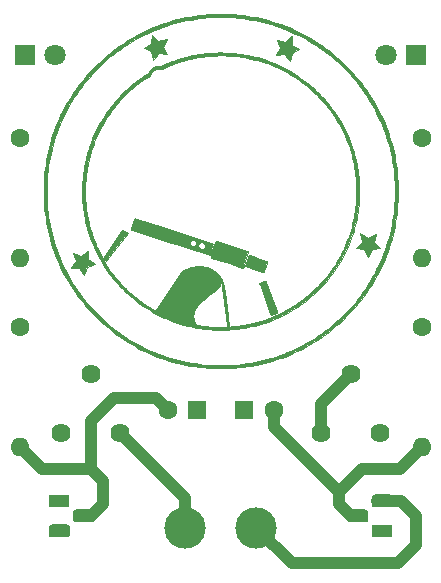
<source format=gbr>
G04 #@! TF.GenerationSoftware,KiCad,Pcbnew,(6.0.0-rc1-dev-318-g6fdc5972f)*
G04 #@! TF.CreationDate,2018-11-24T15:56:51+01:00*
G04 #@! TF.ProjectId,Frack_KnipperLedPrint,467261636B5F4B6E69707065724C6564,rev?*
G04 #@! TF.SameCoordinates,Original*
G04 #@! TF.FileFunction,Copper,L1,Top,Signal*
G04 #@! TF.FilePolarity,Positive*
%FSLAX46Y46*%
G04 Gerber Fmt 4.6, Leading zero omitted, Abs format (unit mm)*
G04 Created by KiCad (PCBNEW (6.0.0-rc1-dev-318-g6fdc5972f)) date 11/24/18 15:56:51*
%MOMM*%
%LPD*%
G01*
G04 APERTURE LIST*
G04 #@! TA.AperFunction,EtchedComponent*
%ADD10C,0.000001*%
G04 #@! TD*
G04 #@! TA.AperFunction,ComponentPad*
%ADD11C,1.620000*%
G04 #@! TD*
G04 #@! TA.AperFunction,Conductor*
%ADD12C,0.100000*%
G04 #@! TD*
G04 #@! TA.AperFunction,ComponentPad*
%ADD13C,1.100000*%
G04 #@! TD*
G04 #@! TA.AperFunction,ComponentPad*
%ADD14R,1.800000X1.100000*%
G04 #@! TD*
G04 #@! TA.AperFunction,ComponentPad*
%ADD15C,3.500120*%
G04 #@! TD*
G04 #@! TA.AperFunction,ComponentPad*
%ADD16O,1.600000X1.600000*%
G04 #@! TD*
G04 #@! TA.AperFunction,ComponentPad*
%ADD17C,1.600000*%
G04 #@! TD*
G04 #@! TA.AperFunction,ComponentPad*
%ADD18C,1.800000*%
G04 #@! TD*
G04 #@! TA.AperFunction,ComponentPad*
%ADD19R,1.800000X1.800000*%
G04 #@! TD*
G04 #@! TA.AperFunction,ComponentPad*
%ADD20R,1.600000X1.600000*%
G04 #@! TD*
G04 #@! TA.AperFunction,Conductor*
%ADD21C,1.000000*%
G04 #@! TD*
G04 APERTURE END LIST*
D10*
G04 #@! TO.C,*
G36*
X23764111Y-24086100D02*
X23441650Y-24203923D01*
X23293339Y-24257666D01*
X23286095Y-24264149D01*
X23279541Y-24271408D01*
X23273702Y-24279370D01*
X23272147Y-24286274D01*
X23271162Y-24293995D01*
X23270746Y-24302464D01*
X23270897Y-24311612D01*
X23271612Y-24321370D01*
X23272890Y-24331672D01*
X23274728Y-24342447D01*
X23277126Y-24353628D01*
X23280080Y-24365147D01*
X23283590Y-24376935D01*
X23287653Y-24388923D01*
X24198709Y-26887479D01*
X24202837Y-26898262D01*
X24207203Y-26908629D01*
X24211779Y-26918539D01*
X24216538Y-26927949D01*
X24221453Y-26936817D01*
X24226496Y-26945101D01*
X24231639Y-26952758D01*
X24236855Y-26959748D01*
X24242117Y-26966027D01*
X24250690Y-26974605D01*
X24259115Y-26981019D01*
X24267232Y-26985109D01*
X24274882Y-26986711D01*
X24281908Y-26985665D01*
X24541323Y-26891097D01*
X24757848Y-26812549D01*
X24763094Y-26809168D01*
X24767666Y-26803764D01*
X24770534Y-26798209D01*
X24772760Y-26791549D01*
X24774341Y-26783871D01*
X24775272Y-26775264D01*
X24775549Y-26765814D01*
X24775170Y-26755607D01*
X24774129Y-26744731D01*
X24772424Y-26733273D01*
X24770051Y-26721320D01*
X24767005Y-26708958D01*
X24763284Y-26696275D01*
X24758882Y-26683358D01*
X23847827Y-24184286D01*
X23842299Y-24170169D01*
X23836326Y-24156808D01*
X23829988Y-24144294D01*
X23823365Y-24132721D01*
X23816536Y-24122181D01*
X23809583Y-24112765D01*
X23802584Y-24104566D01*
X23795619Y-24097677D01*
X23788769Y-24092189D01*
X23782113Y-24088195D01*
X23775732Y-24085788D01*
X23769704Y-24085059D01*
X23764111Y-24086101D01*
X23764111Y-24086100D01*
X23764111Y-24086100D01*
G37*
X23764111Y-24086100D02*
X23441650Y-24203923D01*
X23293339Y-24257666D01*
X23286095Y-24264149D01*
X23279541Y-24271408D01*
X23273702Y-24279370D01*
X23272147Y-24286274D01*
X23271162Y-24293995D01*
X23270746Y-24302464D01*
X23270897Y-24311612D01*
X23271612Y-24321370D01*
X23272890Y-24331672D01*
X23274728Y-24342447D01*
X23277126Y-24353628D01*
X23280080Y-24365147D01*
X23283590Y-24376935D01*
X23287653Y-24388923D01*
X24198709Y-26887479D01*
X24202837Y-26898262D01*
X24207203Y-26908629D01*
X24211779Y-26918539D01*
X24216538Y-26927949D01*
X24221453Y-26936817D01*
X24226496Y-26945101D01*
X24231639Y-26952758D01*
X24236855Y-26959748D01*
X24242117Y-26966027D01*
X24250690Y-26974605D01*
X24259115Y-26981019D01*
X24267232Y-26985109D01*
X24274882Y-26986711D01*
X24281908Y-26985665D01*
X24541323Y-26891097D01*
X24757848Y-26812549D01*
X24763094Y-26809168D01*
X24767666Y-26803764D01*
X24770534Y-26798209D01*
X24772760Y-26791549D01*
X24774341Y-26783871D01*
X24775272Y-26775264D01*
X24775549Y-26765814D01*
X24775170Y-26755607D01*
X24774129Y-26744731D01*
X24772424Y-26733273D01*
X24770051Y-26721320D01*
X24767005Y-26708958D01*
X24763284Y-26696275D01*
X24758882Y-26683358D01*
X23847827Y-24184286D01*
X23842299Y-24170169D01*
X23836326Y-24156808D01*
X23829988Y-24144294D01*
X23823365Y-24132721D01*
X23816536Y-24122181D01*
X23809583Y-24112765D01*
X23802584Y-24104566D01*
X23795619Y-24097677D01*
X23788769Y-24092189D01*
X23782113Y-24088195D01*
X23775732Y-24085788D01*
X23769704Y-24085059D01*
X23764111Y-24086101D01*
X23764111Y-24086100D01*
G36*
X22350244Y-21905355D02*
X22275313Y-22138415D01*
X22184363Y-22420569D01*
X22037085Y-22877905D01*
X23516581Y-23354362D01*
X23528254Y-23357545D01*
X23539957Y-23359641D01*
X23551633Y-23360676D01*
X23563222Y-23360682D01*
X23574666Y-23359688D01*
X23585905Y-23357723D01*
X23596882Y-23354816D01*
X23607538Y-23350996D01*
X23617814Y-23346294D01*
X23627650Y-23340739D01*
X23636989Y-23334359D01*
X23645772Y-23327185D01*
X23653939Y-23319245D01*
X23661433Y-23310569D01*
X23668194Y-23301187D01*
X23674165Y-23291128D01*
X23679285Y-23280421D01*
X23683496Y-23269096D01*
X23918107Y-22542009D01*
X23921275Y-22530321D01*
X23923347Y-22518598D01*
X23924356Y-22506900D01*
X23924330Y-22495284D01*
X23923300Y-22483811D01*
X23921297Y-22472539D01*
X23918350Y-22461529D01*
X23914490Y-22450839D01*
X23909748Y-22440528D01*
X23904152Y-22430655D01*
X23897734Y-22421281D01*
X23890524Y-22412463D01*
X23882553Y-22404262D01*
X23873849Y-22396737D01*
X23864444Y-22389947D01*
X23854368Y-22383950D01*
X23843652Y-22378807D01*
X23832324Y-22374577D01*
X23108854Y-22141516D01*
X22709912Y-22012842D01*
X22377633Y-21905872D01*
X22368499Y-21905650D01*
X22359428Y-21905437D01*
X22350244Y-21905342D01*
X22350244Y-21905355D01*
X22350244Y-21905355D01*
G37*
X22350244Y-21905355D02*
X22275313Y-22138415D01*
X22184363Y-22420569D01*
X22037085Y-22877905D01*
X23516581Y-23354362D01*
X23528254Y-23357545D01*
X23539957Y-23359641D01*
X23551633Y-23360676D01*
X23563222Y-23360682D01*
X23574666Y-23359688D01*
X23585905Y-23357723D01*
X23596882Y-23354816D01*
X23607538Y-23350996D01*
X23617814Y-23346294D01*
X23627650Y-23340739D01*
X23636989Y-23334359D01*
X23645772Y-23327185D01*
X23653939Y-23319245D01*
X23661433Y-23310569D01*
X23668194Y-23301187D01*
X23674165Y-23291128D01*
X23679285Y-23280421D01*
X23683496Y-23269096D01*
X23918107Y-22542009D01*
X23921275Y-22530321D01*
X23923347Y-22518598D01*
X23924356Y-22506900D01*
X23924330Y-22495284D01*
X23923300Y-22483811D01*
X23921297Y-22472539D01*
X23918350Y-22461529D01*
X23914490Y-22450839D01*
X23909748Y-22440528D01*
X23904152Y-22430655D01*
X23897734Y-22421281D01*
X23890524Y-22412463D01*
X23882553Y-22404262D01*
X23873849Y-22396737D01*
X23864444Y-22389947D01*
X23854368Y-22383950D01*
X23843652Y-22378807D01*
X23832324Y-22374577D01*
X23108854Y-22141516D01*
X22709912Y-22012842D01*
X22377633Y-21905872D01*
X22368499Y-21905650D01*
X22359428Y-21905437D01*
X22350244Y-21905342D01*
X22350244Y-21905355D01*
G36*
X8775362Y-21536902D02*
X8186768Y-21960649D01*
X7503605Y-21715702D01*
X7724780Y-22406616D01*
X7280880Y-22980225D01*
X8006417Y-22983842D01*
X8414661Y-23583288D01*
X8642037Y-22894441D01*
X9338635Y-22690836D01*
X8753658Y-22261922D01*
X8775362Y-21536902D01*
X8775362Y-21536902D01*
G37*
X8775362Y-21536902D02*
X8186768Y-21960649D01*
X7503605Y-21715702D01*
X7724780Y-22406616D01*
X7280880Y-22980225D01*
X8006417Y-22983842D01*
X8414661Y-23583288D01*
X8642037Y-22894441D01*
X9338635Y-22690836D01*
X8753658Y-22261922D01*
X8775362Y-21536902D01*
G36*
X19627930Y-20744185D02*
X19617318Y-20744866D01*
X19607058Y-20746859D01*
X19597248Y-20750095D01*
X19587986Y-20754501D01*
X19579369Y-20760007D01*
X19571494Y-20766542D01*
X19564461Y-20774035D01*
X19558366Y-20782414D01*
X19553307Y-20791608D01*
X19549382Y-20801546D01*
X19493054Y-20976213D01*
X19177311Y-21955998D01*
X19167493Y-21987003D01*
X19150956Y-22037130D01*
X19148234Y-22048009D01*
X19147034Y-22058896D01*
X19147292Y-22069667D01*
X19148939Y-22080199D01*
X19151910Y-22090368D01*
X19156138Y-22100051D01*
X19161557Y-22109123D01*
X19168100Y-22117461D01*
X19175701Y-22124941D01*
X19184292Y-22131440D01*
X19193809Y-22136834D01*
X19204183Y-22140999D01*
X19797428Y-22332202D01*
X20428398Y-22535290D01*
X20673861Y-22614872D01*
X21810742Y-22980741D01*
X21821567Y-22983402D01*
X21832431Y-22984538D01*
X21843202Y-22984220D01*
X21853753Y-22982518D01*
X21863952Y-22979503D01*
X21873671Y-22975244D01*
X21882779Y-22969812D01*
X21891146Y-22963277D01*
X21898643Y-22955710D01*
X21905139Y-22947180D01*
X21910505Y-22937758D01*
X21914612Y-22927515D01*
X21929081Y-22881523D01*
X21940450Y-22846383D01*
X22069641Y-22445890D01*
X22160075Y-22166838D01*
X22242757Y-21909489D01*
X22256710Y-21867114D01*
X22313037Y-21692448D01*
X22315729Y-21681579D01*
X22316912Y-21670697D01*
X22316648Y-21659926D01*
X22315003Y-21649391D01*
X22312041Y-21639217D01*
X22307825Y-21629528D01*
X22302420Y-21620450D01*
X22295891Y-21612107D01*
X22288301Y-21604623D01*
X22279715Y-21598124D01*
X22270197Y-21592734D01*
X22259810Y-21588578D01*
X19652734Y-20748320D01*
X19644520Y-20746048D01*
X19636294Y-20744657D01*
X19627930Y-20744184D01*
X19627930Y-20744185D01*
X19627930Y-20744185D01*
G37*
X19627930Y-20744185D02*
X19617318Y-20744866D01*
X19607058Y-20746859D01*
X19597248Y-20750095D01*
X19587986Y-20754501D01*
X19579369Y-20760007D01*
X19571494Y-20766542D01*
X19564461Y-20774035D01*
X19558366Y-20782414D01*
X19553307Y-20791608D01*
X19549382Y-20801546D01*
X19493054Y-20976213D01*
X19177311Y-21955998D01*
X19167493Y-21987003D01*
X19150956Y-22037130D01*
X19148234Y-22048009D01*
X19147034Y-22058896D01*
X19147292Y-22069667D01*
X19148939Y-22080199D01*
X19151910Y-22090368D01*
X19156138Y-22100051D01*
X19161557Y-22109123D01*
X19168100Y-22117461D01*
X19175701Y-22124941D01*
X19184292Y-22131440D01*
X19193809Y-22136834D01*
X19204183Y-22140999D01*
X19797428Y-22332202D01*
X20428398Y-22535290D01*
X20673861Y-22614872D01*
X21810742Y-22980741D01*
X21821567Y-22983402D01*
X21832431Y-22984538D01*
X21843202Y-22984220D01*
X21853753Y-22982518D01*
X21863952Y-22979503D01*
X21873671Y-22975244D01*
X21882779Y-22969812D01*
X21891146Y-22963277D01*
X21898643Y-22955710D01*
X21905139Y-22947180D01*
X21910505Y-22937758D01*
X21914612Y-22927515D01*
X21929081Y-22881523D01*
X21940450Y-22846383D01*
X22069641Y-22445890D01*
X22160075Y-22166838D01*
X22242757Y-21909489D01*
X22256710Y-21867114D01*
X22313037Y-21692448D01*
X22315729Y-21681579D01*
X22316912Y-21670697D01*
X22316648Y-21659926D01*
X22315003Y-21649391D01*
X22312041Y-21639217D01*
X22307825Y-21629528D01*
X22302420Y-21620450D01*
X22295891Y-21612107D01*
X22288301Y-21604623D01*
X22279715Y-21598124D01*
X22270197Y-21592734D01*
X22259810Y-21588578D01*
X19652734Y-20748320D01*
X19644520Y-20746048D01*
X19636294Y-20744657D01*
X19627930Y-20744184D01*
X19627930Y-20744185D01*
G36*
X31830286Y-20082727D02*
X31942423Y-20799479D01*
X31415840Y-21298157D01*
X32132076Y-21412878D01*
X32443685Y-22068136D01*
X32774414Y-21422180D01*
X33493750Y-21328129D01*
X32981636Y-20814465D01*
X33114445Y-20101330D01*
X32467456Y-20429476D01*
X31830286Y-20082727D01*
X31830286Y-20082727D01*
G37*
X31830286Y-20082727D02*
X31942423Y-20799479D01*
X31415840Y-21298157D01*
X32132076Y-21412878D01*
X32443685Y-22068136D01*
X32774414Y-21422180D01*
X33493750Y-21328129D01*
X32981636Y-20814465D01*
X33114445Y-20101330D01*
X32467456Y-20429476D01*
X31830286Y-20082727D01*
G36*
X12741528Y-18815104D02*
X12731684Y-18817124D01*
X12722023Y-18819912D01*
X12712597Y-18823423D01*
X12703456Y-18827612D01*
X12694652Y-18832433D01*
X12686235Y-18837842D01*
X12677808Y-18844163D01*
X12669884Y-18851111D01*
X12662511Y-18858680D01*
X12655738Y-18866860D01*
X12649611Y-18875644D01*
X12644180Y-18885024D01*
X12639490Y-18894991D01*
X12635592Y-18905538D01*
X12401497Y-19632625D01*
X12398292Y-19644286D01*
X12396179Y-19655978D01*
X12395129Y-19667644D01*
X12395114Y-19679224D01*
X12396102Y-19690660D01*
X12398064Y-19701894D01*
X12400970Y-19712866D01*
X12404792Y-19723519D01*
X12409498Y-19733792D01*
X12415059Y-19743629D01*
X12421446Y-19752969D01*
X12428628Y-19761755D01*
X12436576Y-19769928D01*
X12445260Y-19777428D01*
X12454651Y-19784199D01*
X12464718Y-19790180D01*
X12475432Y-19795313D01*
X12486764Y-19799540D01*
X14041707Y-20300801D01*
X15526371Y-20779325D01*
X16216252Y-21001534D01*
X19081193Y-21924992D01*
X19396936Y-20945207D01*
X18665515Y-21074643D01*
X18667338Y-21088997D01*
X18668444Y-21103563D01*
X18668815Y-21118323D01*
X18668444Y-21133082D01*
X18667338Y-21147648D01*
X18665515Y-21162002D01*
X18662994Y-21176127D01*
X18659793Y-21190003D01*
X18655929Y-21203614D01*
X18651421Y-21216941D01*
X18646286Y-21229966D01*
X18640543Y-21242671D01*
X18634210Y-21255038D01*
X18627304Y-21267049D01*
X18619844Y-21278686D01*
X18611848Y-21289932D01*
X18603334Y-21300767D01*
X18594319Y-21311173D01*
X18584823Y-21321134D01*
X18574862Y-21330631D01*
X18564455Y-21339646D01*
X18553620Y-21348160D01*
X18542375Y-21356156D01*
X18530738Y-21363616D01*
X18518726Y-21370522D01*
X18506359Y-21376855D01*
X18493654Y-21382598D01*
X18480629Y-21387732D01*
X18467302Y-21392241D01*
X18453692Y-21396105D01*
X18439815Y-21399306D01*
X18425691Y-21401827D01*
X18411337Y-21403649D01*
X18396771Y-21404755D01*
X18382011Y-21405127D01*
X18367251Y-21404755D01*
X18352685Y-21403649D01*
X18338331Y-21401827D01*
X18324207Y-21399306D01*
X18310330Y-21396105D01*
X18296719Y-21392241D01*
X18283392Y-21387732D01*
X18270368Y-21382598D01*
X18257662Y-21376855D01*
X18245295Y-21370522D01*
X18233284Y-21363616D01*
X18221647Y-21356156D01*
X18210402Y-21348160D01*
X18199567Y-21339646D01*
X18189160Y-21330631D01*
X18179199Y-21321134D01*
X18169702Y-21311173D01*
X18160688Y-21300767D01*
X18152174Y-21289932D01*
X18144177Y-21278686D01*
X18136718Y-21267049D01*
X18129812Y-21255038D01*
X18123479Y-21242671D01*
X18117736Y-21229966D01*
X18112601Y-21216941D01*
X18108093Y-21203614D01*
X18104229Y-21190003D01*
X18101028Y-21176127D01*
X18098507Y-21162002D01*
X18096684Y-21147648D01*
X18095578Y-21133082D01*
X18095207Y-21118323D01*
X18095578Y-21103563D01*
X18096684Y-21088997D01*
X18098507Y-21074643D01*
X18101028Y-21060518D01*
X18104229Y-21046642D01*
X18108093Y-21033031D01*
X17926258Y-20973654D01*
X17921750Y-20986981D01*
X17916615Y-21000006D01*
X17910872Y-21012711D01*
X17904539Y-21025078D01*
X17897633Y-21037089D01*
X17890173Y-21048726D01*
X17882177Y-21059972D01*
X17873663Y-21070807D01*
X17864648Y-21081214D01*
X17855151Y-21091174D01*
X17845191Y-21100671D01*
X17834784Y-21109686D01*
X17823949Y-21118200D01*
X17812704Y-21126196D01*
X17801066Y-21133656D01*
X17789055Y-21140562D01*
X17776688Y-21146895D01*
X17763983Y-21152638D01*
X17750958Y-21157772D01*
X17737631Y-21162281D01*
X17724021Y-21166145D01*
X17710144Y-21169346D01*
X17696020Y-21171867D01*
X17681665Y-21173689D01*
X17667099Y-21174795D01*
X17652340Y-21175167D01*
X17637580Y-21174795D01*
X17623014Y-21173689D01*
X17608660Y-21171867D01*
X17594535Y-21169346D01*
X17580659Y-21166145D01*
X17567048Y-21162281D01*
X17553721Y-21157772D01*
X17540696Y-21152638D01*
X17527991Y-21146895D01*
X17515624Y-21140562D01*
X17503613Y-21133656D01*
X17491976Y-21126196D01*
X17480731Y-21118200D01*
X17469896Y-21109686D01*
X17459489Y-21100671D01*
X17449528Y-21091174D01*
X17440031Y-21081214D01*
X17431017Y-21070807D01*
X17422502Y-21059972D01*
X17414506Y-21048726D01*
X17407046Y-21037089D01*
X17400141Y-21025078D01*
X17393807Y-21012711D01*
X17388064Y-21000006D01*
X17382930Y-20986981D01*
X17378422Y-20973654D01*
X17374558Y-20960043D01*
X17371356Y-20946167D01*
X17368835Y-20932043D01*
X17367013Y-20917688D01*
X17365907Y-20903122D01*
X17365536Y-20888363D01*
X17365907Y-20873603D01*
X17367013Y-20859037D01*
X17368835Y-20844683D01*
X17371356Y-20830558D01*
X17374558Y-20816682D01*
X17378422Y-20803071D01*
X17382930Y-20789744D01*
X17388064Y-20776719D01*
X17393807Y-20764014D01*
X17400141Y-20751647D01*
X17407046Y-20739636D01*
X17414506Y-20727999D01*
X17422502Y-20716754D01*
X17431017Y-20705919D01*
X17440031Y-20695512D01*
X17449528Y-20685551D01*
X17459489Y-20676054D01*
X17469896Y-20667040D01*
X17480731Y-20658525D01*
X17491976Y-20650529D01*
X17503613Y-20643069D01*
X17515624Y-20636164D01*
X17527991Y-20629830D01*
X17540696Y-20624087D01*
X17553721Y-20618953D01*
X17567048Y-20614444D01*
X17580659Y-20610581D01*
X17594535Y-20607379D01*
X17608660Y-20604858D01*
X17623014Y-20603036D01*
X17637580Y-20601930D01*
X17652340Y-20601558D01*
X17667099Y-20601930D01*
X17681665Y-20603036D01*
X17696020Y-20604858D01*
X17710144Y-20607379D01*
X17724021Y-20610581D01*
X17737631Y-20614444D01*
X17750958Y-20618953D01*
X17763983Y-20624087D01*
X17776688Y-20629830D01*
X17789055Y-20636164D01*
X17801066Y-20643069D01*
X17812704Y-20650529D01*
X17823949Y-20658525D01*
X17834784Y-20667040D01*
X17845191Y-20676054D01*
X17855152Y-20685551D01*
X17864648Y-20695512D01*
X17873663Y-20705919D01*
X17882177Y-20716754D01*
X17890173Y-20727999D01*
X17897633Y-20739636D01*
X17904539Y-20751647D01*
X17910872Y-20764014D01*
X17916615Y-20776719D01*
X17921750Y-20789744D01*
X17926258Y-20803071D01*
X17930122Y-20816682D01*
X17933323Y-20830558D01*
X17935844Y-20844683D01*
X17937667Y-20859037D01*
X17938773Y-20873603D01*
X17939144Y-20888363D01*
X17938772Y-20903122D01*
X17937667Y-20917688D01*
X17935844Y-20932043D01*
X17933323Y-20946167D01*
X17930122Y-20960043D01*
X17926258Y-20973654D01*
X18108093Y-21033031D01*
X18112601Y-21019704D01*
X18117736Y-21006679D01*
X18123479Y-20993974D01*
X18129812Y-20981607D01*
X18136718Y-20969596D01*
X18144177Y-20957959D01*
X18152174Y-20946714D01*
X18160688Y-20935879D01*
X18169702Y-20925472D01*
X18179199Y-20915511D01*
X18189160Y-20906014D01*
X18199567Y-20897000D01*
X18210402Y-20888485D01*
X18221647Y-20880489D01*
X18233284Y-20873029D01*
X18245295Y-20866124D01*
X18257662Y-20859791D01*
X18270368Y-20854048D01*
X18283392Y-20848913D01*
X18296719Y-20844405D01*
X18310330Y-20840541D01*
X18324207Y-20837339D01*
X18338331Y-20834818D01*
X18352685Y-20832996D01*
X18367251Y-20831890D01*
X18382011Y-20831519D01*
X18396771Y-20831890D01*
X18411337Y-20832996D01*
X18425691Y-20834818D01*
X18439815Y-20837339D01*
X18453692Y-20840541D01*
X18467302Y-20844405D01*
X18480629Y-20848913D01*
X18493654Y-20854048D01*
X18506359Y-20859791D01*
X18518726Y-20866124D01*
X18530738Y-20873029D01*
X18542375Y-20880489D01*
X18553620Y-20888485D01*
X18564455Y-20897000D01*
X18574862Y-20906014D01*
X18584823Y-20915511D01*
X18594319Y-20925472D01*
X18603334Y-20935879D01*
X18611848Y-20946714D01*
X18619844Y-20957959D01*
X18627304Y-20969596D01*
X18634210Y-20981607D01*
X18640543Y-20993974D01*
X18646286Y-21006679D01*
X18651421Y-21019704D01*
X18655929Y-21033031D01*
X18659793Y-21046642D01*
X18662994Y-21060518D01*
X18665515Y-21074643D01*
X19396936Y-20945207D01*
X14590511Y-19395947D01*
X14191052Y-19267273D01*
X14180199Y-19263656D01*
X14011217Y-19209396D01*
X13671186Y-19099842D01*
X13646898Y-19092090D01*
X13645145Y-19091545D01*
X13640040Y-19089956D01*
X13631807Y-19087396D01*
X13620676Y-19083934D01*
X13606872Y-19079643D01*
X13590622Y-19074594D01*
X13572154Y-19068857D01*
X13551693Y-19062503D01*
X13529468Y-19055605D01*
X13505705Y-19048233D01*
X13480631Y-19040458D01*
X13454473Y-19032352D01*
X13427458Y-19023985D01*
X13399813Y-19015429D01*
X13371764Y-19006755D01*
X13343539Y-18998034D01*
X13315365Y-18989337D01*
X13287468Y-18980736D01*
X13260076Y-18972301D01*
X13233415Y-18964104D01*
X13207713Y-18956216D01*
X13183195Y-18948708D01*
X13160090Y-18941651D01*
X13138624Y-18935117D01*
X13119024Y-18929176D01*
X13101517Y-18923900D01*
X13086330Y-18919360D01*
X13073690Y-18915627D01*
X13063823Y-18912772D01*
X13056957Y-18910867D01*
X13053319Y-18909982D01*
X13053136Y-18910189D01*
X13042329Y-18906412D01*
X13031685Y-18902680D01*
X13021208Y-18898995D01*
X13010901Y-18895359D01*
X13000770Y-18891775D01*
X12990819Y-18888245D01*
X12981050Y-18884771D01*
X12971470Y-18881355D01*
X12962081Y-18878000D01*
X12952888Y-18874708D01*
X12943896Y-18871481D01*
X12935108Y-18868321D01*
X12926528Y-18865231D01*
X12909671Y-18859162D01*
X12893825Y-18853421D01*
X12879047Y-18848035D01*
X12865397Y-18843032D01*
X12852934Y-18838439D01*
X12841717Y-18834284D01*
X12831804Y-18830594D01*
X12823255Y-18827397D01*
X12816128Y-18824719D01*
X12810482Y-18822588D01*
X12806377Y-18821033D01*
X12803870Y-18820079D01*
X12803021Y-18819755D01*
X12792708Y-18816889D01*
X12782353Y-18814889D01*
X12772007Y-18813733D01*
X12761720Y-18813399D01*
X12751543Y-18813864D01*
X12741526Y-18815105D01*
X12741528Y-18815104D01*
X12741528Y-18815104D01*
G37*
X12741528Y-18815104D02*
X12731684Y-18817124D01*
X12722023Y-18819912D01*
X12712597Y-18823423D01*
X12703456Y-18827612D01*
X12694652Y-18832433D01*
X12686235Y-18837842D01*
X12677808Y-18844163D01*
X12669884Y-18851111D01*
X12662511Y-18858680D01*
X12655738Y-18866860D01*
X12649611Y-18875644D01*
X12644180Y-18885024D01*
X12639490Y-18894991D01*
X12635592Y-18905538D01*
X12401497Y-19632625D01*
X12398292Y-19644286D01*
X12396179Y-19655978D01*
X12395129Y-19667644D01*
X12395114Y-19679224D01*
X12396102Y-19690660D01*
X12398064Y-19701894D01*
X12400970Y-19712866D01*
X12404792Y-19723519D01*
X12409498Y-19733792D01*
X12415059Y-19743629D01*
X12421446Y-19752969D01*
X12428628Y-19761755D01*
X12436576Y-19769928D01*
X12445260Y-19777428D01*
X12454651Y-19784199D01*
X12464718Y-19790180D01*
X12475432Y-19795313D01*
X12486764Y-19799540D01*
X14041707Y-20300801D01*
X15526371Y-20779325D01*
X16216252Y-21001534D01*
X19081193Y-21924992D01*
X19396936Y-20945207D01*
X18665515Y-21074643D01*
X18667338Y-21088997D01*
X18668444Y-21103563D01*
X18668815Y-21118323D01*
X18668444Y-21133082D01*
X18667338Y-21147648D01*
X18665515Y-21162002D01*
X18662994Y-21176127D01*
X18659793Y-21190003D01*
X18655929Y-21203614D01*
X18651421Y-21216941D01*
X18646286Y-21229966D01*
X18640543Y-21242671D01*
X18634210Y-21255038D01*
X18627304Y-21267049D01*
X18619844Y-21278686D01*
X18611848Y-21289932D01*
X18603334Y-21300767D01*
X18594319Y-21311173D01*
X18584823Y-21321134D01*
X18574862Y-21330631D01*
X18564455Y-21339646D01*
X18553620Y-21348160D01*
X18542375Y-21356156D01*
X18530738Y-21363616D01*
X18518726Y-21370522D01*
X18506359Y-21376855D01*
X18493654Y-21382598D01*
X18480629Y-21387732D01*
X18467302Y-21392241D01*
X18453692Y-21396105D01*
X18439815Y-21399306D01*
X18425691Y-21401827D01*
X18411337Y-21403649D01*
X18396771Y-21404755D01*
X18382011Y-21405127D01*
X18367251Y-21404755D01*
X18352685Y-21403649D01*
X18338331Y-21401827D01*
X18324207Y-21399306D01*
X18310330Y-21396105D01*
X18296719Y-21392241D01*
X18283392Y-21387732D01*
X18270368Y-21382598D01*
X18257662Y-21376855D01*
X18245295Y-21370522D01*
X18233284Y-21363616D01*
X18221647Y-21356156D01*
X18210402Y-21348160D01*
X18199567Y-21339646D01*
X18189160Y-21330631D01*
X18179199Y-21321134D01*
X18169702Y-21311173D01*
X18160688Y-21300767D01*
X18152174Y-21289932D01*
X18144177Y-21278686D01*
X18136718Y-21267049D01*
X18129812Y-21255038D01*
X18123479Y-21242671D01*
X18117736Y-21229966D01*
X18112601Y-21216941D01*
X18108093Y-21203614D01*
X18104229Y-21190003D01*
X18101028Y-21176127D01*
X18098507Y-21162002D01*
X18096684Y-21147648D01*
X18095578Y-21133082D01*
X18095207Y-21118323D01*
X18095578Y-21103563D01*
X18096684Y-21088997D01*
X18098507Y-21074643D01*
X18101028Y-21060518D01*
X18104229Y-21046642D01*
X18108093Y-21033031D01*
X17926258Y-20973654D01*
X17921750Y-20986981D01*
X17916615Y-21000006D01*
X17910872Y-21012711D01*
X17904539Y-21025078D01*
X17897633Y-21037089D01*
X17890173Y-21048726D01*
X17882177Y-21059972D01*
X17873663Y-21070807D01*
X17864648Y-21081214D01*
X17855151Y-21091174D01*
X17845191Y-21100671D01*
X17834784Y-21109686D01*
X17823949Y-21118200D01*
X17812704Y-21126196D01*
X17801066Y-21133656D01*
X17789055Y-21140562D01*
X17776688Y-21146895D01*
X17763983Y-21152638D01*
X17750958Y-21157772D01*
X17737631Y-21162281D01*
X17724021Y-21166145D01*
X17710144Y-21169346D01*
X17696020Y-21171867D01*
X17681665Y-21173689D01*
X17667099Y-21174795D01*
X17652340Y-21175167D01*
X17637580Y-21174795D01*
X17623014Y-21173689D01*
X17608660Y-21171867D01*
X17594535Y-21169346D01*
X17580659Y-21166145D01*
X17567048Y-21162281D01*
X17553721Y-21157772D01*
X17540696Y-21152638D01*
X17527991Y-21146895D01*
X17515624Y-21140562D01*
X17503613Y-21133656D01*
X17491976Y-21126196D01*
X17480731Y-21118200D01*
X17469896Y-21109686D01*
X17459489Y-21100671D01*
X17449528Y-21091174D01*
X17440031Y-21081214D01*
X17431017Y-21070807D01*
X17422502Y-21059972D01*
X17414506Y-21048726D01*
X17407046Y-21037089D01*
X17400141Y-21025078D01*
X17393807Y-21012711D01*
X17388064Y-21000006D01*
X17382930Y-20986981D01*
X17378422Y-20973654D01*
X17374558Y-20960043D01*
X17371356Y-20946167D01*
X17368835Y-20932043D01*
X17367013Y-20917688D01*
X17365907Y-20903122D01*
X17365536Y-20888363D01*
X17365907Y-20873603D01*
X17367013Y-20859037D01*
X17368835Y-20844683D01*
X17371356Y-20830558D01*
X17374558Y-20816682D01*
X17378422Y-20803071D01*
X17382930Y-20789744D01*
X17388064Y-20776719D01*
X17393807Y-20764014D01*
X17400141Y-20751647D01*
X17407046Y-20739636D01*
X17414506Y-20727999D01*
X17422502Y-20716754D01*
X17431017Y-20705919D01*
X17440031Y-20695512D01*
X17449528Y-20685551D01*
X17459489Y-20676054D01*
X17469896Y-20667040D01*
X17480731Y-20658525D01*
X17491976Y-20650529D01*
X17503613Y-20643069D01*
X17515624Y-20636164D01*
X17527991Y-20629830D01*
X17540696Y-20624087D01*
X17553721Y-20618953D01*
X17567048Y-20614444D01*
X17580659Y-20610581D01*
X17594535Y-20607379D01*
X17608660Y-20604858D01*
X17623014Y-20603036D01*
X17637580Y-20601930D01*
X17652340Y-20601558D01*
X17667099Y-20601930D01*
X17681665Y-20603036D01*
X17696020Y-20604858D01*
X17710144Y-20607379D01*
X17724021Y-20610581D01*
X17737631Y-20614444D01*
X17750958Y-20618953D01*
X17763983Y-20624087D01*
X17776688Y-20629830D01*
X17789055Y-20636164D01*
X17801066Y-20643069D01*
X17812704Y-20650529D01*
X17823949Y-20658525D01*
X17834784Y-20667040D01*
X17845191Y-20676054D01*
X17855152Y-20685551D01*
X17864648Y-20695512D01*
X17873663Y-20705919D01*
X17882177Y-20716754D01*
X17890173Y-20727999D01*
X17897633Y-20739636D01*
X17904539Y-20751647D01*
X17910872Y-20764014D01*
X17916615Y-20776719D01*
X17921750Y-20789744D01*
X17926258Y-20803071D01*
X17930122Y-20816682D01*
X17933323Y-20830558D01*
X17935844Y-20844683D01*
X17937667Y-20859037D01*
X17938773Y-20873603D01*
X17939144Y-20888363D01*
X17938772Y-20903122D01*
X17937667Y-20917688D01*
X17935844Y-20932043D01*
X17933323Y-20946167D01*
X17930122Y-20960043D01*
X17926258Y-20973654D01*
X18108093Y-21033031D01*
X18112601Y-21019704D01*
X18117736Y-21006679D01*
X18123479Y-20993974D01*
X18129812Y-20981607D01*
X18136718Y-20969596D01*
X18144177Y-20957959D01*
X18152174Y-20946714D01*
X18160688Y-20935879D01*
X18169702Y-20925472D01*
X18179199Y-20915511D01*
X18189160Y-20906014D01*
X18199567Y-20897000D01*
X18210402Y-20888485D01*
X18221647Y-20880489D01*
X18233284Y-20873029D01*
X18245295Y-20866124D01*
X18257662Y-20859791D01*
X18270368Y-20854048D01*
X18283392Y-20848913D01*
X18296719Y-20844405D01*
X18310330Y-20840541D01*
X18324207Y-20837339D01*
X18338331Y-20834818D01*
X18352685Y-20832996D01*
X18367251Y-20831890D01*
X18382011Y-20831519D01*
X18396771Y-20831890D01*
X18411337Y-20832996D01*
X18425691Y-20834818D01*
X18439815Y-20837339D01*
X18453692Y-20840541D01*
X18467302Y-20844405D01*
X18480629Y-20848913D01*
X18493654Y-20854048D01*
X18506359Y-20859791D01*
X18518726Y-20866124D01*
X18530738Y-20873029D01*
X18542375Y-20880489D01*
X18553620Y-20888485D01*
X18564455Y-20897000D01*
X18574862Y-20906014D01*
X18584823Y-20915511D01*
X18594319Y-20925472D01*
X18603334Y-20935879D01*
X18611848Y-20946714D01*
X18619844Y-20957959D01*
X18627304Y-20969596D01*
X18634210Y-20981607D01*
X18640543Y-20993974D01*
X18646286Y-21006679D01*
X18651421Y-21019704D01*
X18655929Y-21033031D01*
X18659793Y-21046642D01*
X18662994Y-21060518D01*
X18665515Y-21074643D01*
X19396936Y-20945207D01*
X14590511Y-19395947D01*
X14191052Y-19267273D01*
X14180199Y-19263656D01*
X14011217Y-19209396D01*
X13671186Y-19099842D01*
X13646898Y-19092090D01*
X13645145Y-19091545D01*
X13640040Y-19089956D01*
X13631807Y-19087396D01*
X13620676Y-19083934D01*
X13606872Y-19079643D01*
X13590622Y-19074594D01*
X13572154Y-19068857D01*
X13551693Y-19062503D01*
X13529468Y-19055605D01*
X13505705Y-19048233D01*
X13480631Y-19040458D01*
X13454473Y-19032352D01*
X13427458Y-19023985D01*
X13399813Y-19015429D01*
X13371764Y-19006755D01*
X13343539Y-18998034D01*
X13315365Y-18989337D01*
X13287468Y-18980736D01*
X13260076Y-18972301D01*
X13233415Y-18964104D01*
X13207713Y-18956216D01*
X13183195Y-18948708D01*
X13160090Y-18941651D01*
X13138624Y-18935117D01*
X13119024Y-18929176D01*
X13101517Y-18923900D01*
X13086330Y-18919360D01*
X13073690Y-18915627D01*
X13063823Y-18912772D01*
X13056957Y-18910867D01*
X13053319Y-18909982D01*
X13053136Y-18910189D01*
X13042329Y-18906412D01*
X13031685Y-18902680D01*
X13021208Y-18898995D01*
X13010901Y-18895359D01*
X13000770Y-18891775D01*
X12990819Y-18888245D01*
X12981050Y-18884771D01*
X12971470Y-18881355D01*
X12962081Y-18878000D01*
X12952888Y-18874708D01*
X12943896Y-18871481D01*
X12935108Y-18868321D01*
X12926528Y-18865231D01*
X12909671Y-18859162D01*
X12893825Y-18853421D01*
X12879047Y-18848035D01*
X12865397Y-18843032D01*
X12852934Y-18838439D01*
X12841717Y-18834284D01*
X12831804Y-18830594D01*
X12823255Y-18827397D01*
X12816128Y-18824719D01*
X12810482Y-18822588D01*
X12806377Y-18821033D01*
X12803870Y-18820079D01*
X12803021Y-18819755D01*
X12792708Y-18816889D01*
X12782353Y-18814889D01*
X12772007Y-18813733D01*
X12761720Y-18813399D01*
X12751543Y-18813864D01*
X12741526Y-18815105D01*
X12741528Y-18815104D01*
G36*
X20000000Y-4757565D02*
X19835332Y-4758674D01*
X19671070Y-4762002D01*
X19507220Y-4767547D01*
X19343793Y-4775306D01*
X19180796Y-4785278D01*
X19018238Y-4797461D01*
X18856127Y-4811854D01*
X18694471Y-4828455D01*
X18533280Y-4847261D01*
X18372562Y-4868272D01*
X18212324Y-4891485D01*
X18052576Y-4916899D01*
X17893326Y-4944512D01*
X17734583Y-4974323D01*
X17576354Y-5006328D01*
X17418649Y-5040527D01*
X17261475Y-5076919D01*
X17104842Y-5115500D01*
X16948757Y-5156270D01*
X16793230Y-5199226D01*
X16638268Y-5244368D01*
X16483880Y-5291692D01*
X16330074Y-5341198D01*
X16176860Y-5392884D01*
X16024245Y-5446748D01*
X15872238Y-5502788D01*
X15720847Y-5561002D01*
X15570081Y-5621389D01*
X15419948Y-5683946D01*
X15270457Y-5748673D01*
X15121616Y-5815567D01*
X14973433Y-5884627D01*
X14964450Y-5882935D01*
X14955432Y-5881350D01*
X14946387Y-5879860D01*
X14937324Y-5878454D01*
X14928250Y-5877119D01*
X14919173Y-5875843D01*
X14908690Y-5874439D01*
X14898187Y-5873136D01*
X14887665Y-5871935D01*
X14877129Y-5870839D01*
X14866583Y-5869850D01*
X14856029Y-5868970D01*
X14845471Y-5868201D01*
X14834912Y-5867544D01*
X14824357Y-5867002D01*
X14813807Y-5866578D01*
X14803267Y-5866272D01*
X14792741Y-5866087D01*
X14782231Y-5866024D01*
X14744819Y-5866739D01*
X14707680Y-5868867D01*
X14670845Y-5872387D01*
X14634344Y-5877276D01*
X14598209Y-5883512D01*
X14562471Y-5891073D01*
X14527161Y-5899937D01*
X14492310Y-5910081D01*
X14457949Y-5921483D01*
X14424109Y-5934122D01*
X14390821Y-5947975D01*
X14358116Y-5963019D01*
X14326025Y-5979232D01*
X14294579Y-5996593D01*
X14263810Y-6015079D01*
X14233748Y-6034668D01*
X14204424Y-6055337D01*
X14175869Y-6077065D01*
X14148115Y-6099828D01*
X14121193Y-6123606D01*
X14095133Y-6148376D01*
X14069966Y-6174114D01*
X14045724Y-6200801D01*
X14022438Y-6228412D01*
X14000139Y-6256926D01*
X13978857Y-6286321D01*
X13958623Y-6316574D01*
X13939470Y-6347664D01*
X13921428Y-6379568D01*
X13904527Y-6412263D01*
X13888799Y-6445728D01*
X13874276Y-6479940D01*
X14041038Y-6576553D01*
X14050415Y-6560451D01*
X14060124Y-6544590D01*
X14070162Y-6528972D01*
X14080522Y-6513603D01*
X14091199Y-6498485D01*
X14102187Y-6483623D01*
X14113482Y-6469021D01*
X14125077Y-6454683D01*
X14136968Y-6440613D01*
X14149149Y-6426815D01*
X14161614Y-6413293D01*
X14174359Y-6400051D01*
X14187377Y-6387093D01*
X14200664Y-6374423D01*
X14214215Y-6362046D01*
X14228022Y-6349964D01*
X14242082Y-6338182D01*
X14256389Y-6326704D01*
X14270938Y-6315535D01*
X14285723Y-6304677D01*
X14300738Y-6294136D01*
X14315979Y-6283915D01*
X14331440Y-6274018D01*
X14347115Y-6264449D01*
X14355305Y-6258400D01*
X14363583Y-6252473D01*
X14371948Y-6246668D01*
X14380398Y-6240984D01*
X14388930Y-6235421D01*
X14397543Y-6229979D01*
X14406235Y-6224659D01*
X14415003Y-6219459D01*
X14423847Y-6214379D01*
X14432763Y-6209419D01*
X14441751Y-6204580D01*
X14450808Y-6199860D01*
X14459932Y-6195260D01*
X14469121Y-6190779D01*
X14478373Y-6186418D01*
X14487759Y-6182153D01*
X14497209Y-6178015D01*
X14506722Y-6174005D01*
X14516297Y-6170125D01*
X14525932Y-6166375D01*
X14535627Y-6162758D01*
X14545379Y-6159273D01*
X14555188Y-6155923D01*
X14565053Y-6152709D01*
X14574971Y-6149631D01*
X14584943Y-6146692D01*
X14594966Y-6143892D01*
X14605039Y-6141232D01*
X14615162Y-6138714D01*
X14625332Y-6136340D01*
X14635548Y-6134109D01*
X14645810Y-6132024D01*
X14656116Y-6130086D01*
X14666464Y-6128296D01*
X14676854Y-6126655D01*
X14687284Y-6125164D01*
X14697752Y-6123825D01*
X14708259Y-6122639D01*
X14718801Y-6121607D01*
X14729379Y-6120731D01*
X14739990Y-6120011D01*
X14750634Y-6119449D01*
X14761309Y-6119046D01*
X14772014Y-6118803D01*
X14782747Y-6118722D01*
X14792907Y-6118797D01*
X14803087Y-6119023D01*
X14813281Y-6119397D01*
X14823483Y-6119916D01*
X14833688Y-6120578D01*
X14843890Y-6121381D01*
X14854083Y-6122323D01*
X14864261Y-6123401D01*
X14874419Y-6124612D01*
X14884550Y-6125955D01*
X14893905Y-6127314D01*
X14903237Y-6128769D01*
X14912539Y-6130326D01*
X14921808Y-6131995D01*
X14931038Y-6133780D01*
X14940225Y-6135689D01*
X14949363Y-6137729D01*
X14958447Y-6139907D01*
X14994104Y-6149210D01*
X15002372Y-6151273D01*
X15043197Y-6131636D01*
X15068358Y-6119625D01*
X15093541Y-6107681D01*
X15118744Y-6095805D01*
X15143967Y-6083996D01*
X15169210Y-6072255D01*
X15194474Y-6060580D01*
X15219757Y-6048972D01*
X15245061Y-6037431D01*
X15270385Y-6025955D01*
X15295728Y-6014546D01*
X15321092Y-6003202D01*
X15346475Y-5991923D01*
X15371877Y-5980710D01*
X15397299Y-5969561D01*
X15422741Y-5958478D01*
X15448202Y-5947458D01*
X15473682Y-5936503D01*
X15499181Y-5925612D01*
X15524699Y-5914785D01*
X15550237Y-5904021D01*
X15575793Y-5893321D01*
X15601368Y-5882683D01*
X15626962Y-5872108D01*
X15652574Y-5861596D01*
X15678205Y-5851146D01*
X15703854Y-5840758D01*
X15729522Y-5830432D01*
X15755208Y-5820167D01*
X15780913Y-5809964D01*
X15806635Y-5799822D01*
X15832376Y-5789740D01*
X15858134Y-5779720D01*
X15981816Y-5732587D01*
X16105916Y-5686928D01*
X16230430Y-5642744D01*
X16355354Y-5600037D01*
X16480682Y-5558808D01*
X16606409Y-5519058D01*
X16732531Y-5480789D01*
X16859044Y-5444002D01*
X16985942Y-5408700D01*
X17113220Y-5374883D01*
X17240874Y-5342553D01*
X17368899Y-5311711D01*
X17497291Y-5282359D01*
X17626044Y-5254499D01*
X17755154Y-5228131D01*
X17884615Y-5203258D01*
X18014425Y-5179881D01*
X18144576Y-5158001D01*
X18275066Y-5137620D01*
X18405888Y-5118740D01*
X18537039Y-5101361D01*
X18668513Y-5085486D01*
X18800306Y-5071115D01*
X18932413Y-5058251D01*
X19064829Y-5046895D01*
X19197550Y-5037048D01*
X19330570Y-5028712D01*
X19463885Y-5021888D01*
X19597490Y-5016578D01*
X19731381Y-5012783D01*
X19865553Y-5010505D01*
X20000000Y-5009746D01*
X20287173Y-5013241D01*
X20573172Y-5023702D01*
X20857900Y-5041086D01*
X21141259Y-5065355D01*
X21423152Y-5096466D01*
X21703481Y-5134380D01*
X21982150Y-5179057D01*
X22259061Y-5230456D01*
X22534117Y-5288536D01*
X22807220Y-5353257D01*
X23078274Y-5424579D01*
X23347180Y-5502461D01*
X23613842Y-5586862D01*
X23878162Y-5677743D01*
X24140043Y-5775062D01*
X24399388Y-5878780D01*
X24656099Y-5988856D01*
X24910079Y-6105249D01*
X25161231Y-6227919D01*
X25409458Y-6356826D01*
X25654661Y-6491928D01*
X25896745Y-6633187D01*
X26135611Y-6780560D01*
X26371162Y-6934009D01*
X26603302Y-7093491D01*
X26831932Y-7258968D01*
X27056956Y-7430397D01*
X27278275Y-7607740D01*
X27495794Y-7790955D01*
X27709413Y-7980003D01*
X27919038Y-8174841D01*
X28124569Y-8375431D01*
X28325162Y-8580967D01*
X28520005Y-8790595D01*
X28709055Y-9004218D01*
X28892272Y-9221739D01*
X29069617Y-9443061D01*
X29241049Y-9668087D01*
X29406526Y-9896718D01*
X29566010Y-10128859D01*
X29719459Y-10364411D01*
X29866833Y-10603278D01*
X30008091Y-10845361D01*
X30143194Y-11090565D01*
X30272100Y-11338791D01*
X30394769Y-11589942D01*
X30511162Y-11843922D01*
X30621236Y-12100632D01*
X30724953Y-12359975D01*
X30822271Y-12621855D01*
X30913151Y-12886174D01*
X30997551Y-13152834D01*
X31075431Y-13421739D01*
X31146752Y-13692790D01*
X31211472Y-13965892D01*
X31269550Y-14240946D01*
X31320948Y-14517856D01*
X31365623Y-14796523D01*
X31403537Y-15076852D01*
X31434647Y-15358744D01*
X31458915Y-15642102D01*
X31476299Y-15926828D01*
X31486759Y-16212827D01*
X31490254Y-16500000D01*
X31486759Y-16787178D01*
X31476299Y-17073181D01*
X31458915Y-17357912D01*
X31434647Y-17641275D01*
X31403537Y-17923171D01*
X31365623Y-18203504D01*
X31320948Y-18482175D01*
X31269550Y-18759089D01*
X31211472Y-19034147D01*
X31146752Y-19307252D01*
X31075431Y-19578307D01*
X30997551Y-19847215D01*
X30913151Y-20113877D01*
X30822271Y-20378198D01*
X30724953Y-20640080D01*
X30621236Y-20899425D01*
X30511162Y-21156136D01*
X30394769Y-21410116D01*
X30272100Y-21661267D01*
X30143194Y-21909492D01*
X30008091Y-22154695D01*
X29866833Y-22396777D01*
X29719459Y-22635641D01*
X29566010Y-22871190D01*
X29406526Y-23103327D01*
X29241049Y-23331955D01*
X29069617Y-23556975D01*
X28892272Y-23778291D01*
X28709055Y-23995806D01*
X28520005Y-24209422D01*
X28325162Y-24419042D01*
X28124569Y-24624569D01*
X28117187Y-24631945D01*
X28109801Y-24639313D01*
X28102412Y-24646670D01*
X28095019Y-24654019D01*
X28087622Y-24661358D01*
X28080220Y-24668688D01*
X28072814Y-24676009D01*
X28065404Y-24683321D01*
X28057988Y-24690625D01*
X28050567Y-24697921D01*
X28043141Y-24705208D01*
X28035710Y-24712488D01*
X28028273Y-24719760D01*
X28020831Y-24727023D01*
X28013382Y-24734280D01*
X28005928Y-24741529D01*
X27998467Y-24748771D01*
X27991000Y-24756006D01*
X27983526Y-24763234D01*
X27976045Y-24770456D01*
X27968558Y-24777671D01*
X27961063Y-24784879D01*
X27953560Y-24792082D01*
X27946051Y-24799279D01*
X27938533Y-24806470D01*
X27930911Y-24813751D01*
X27923241Y-24821012D01*
X27915537Y-24828255D01*
X27907815Y-24835485D01*
X27900089Y-24842705D01*
X27892374Y-24849920D01*
X27884686Y-24857133D01*
X27877038Y-24864347D01*
X27869495Y-24871449D01*
X27861952Y-24878547D01*
X27854409Y-24885640D01*
X27846865Y-24892729D01*
X27839319Y-24899813D01*
X27831770Y-24906891D01*
X27824219Y-24913962D01*
X27816664Y-24921028D01*
X27809104Y-24928086D01*
X27801538Y-24935136D01*
X27793966Y-24942179D01*
X27786388Y-24949212D01*
X27778801Y-24956237D01*
X27771207Y-24963253D01*
X27763603Y-24970258D01*
X27755989Y-24977253D01*
X27748364Y-24984236D01*
X27741095Y-24990859D01*
X27733824Y-24997454D01*
X27726549Y-25004027D01*
X27719271Y-25010584D01*
X27711988Y-25017130D01*
X27704702Y-25023669D01*
X27697410Y-25030207D01*
X27690113Y-25036749D01*
X27682810Y-25043300D01*
X27675500Y-25049866D01*
X27667963Y-25056656D01*
X27660426Y-25063446D01*
X27652889Y-25070236D01*
X27645351Y-25077024D01*
X27637810Y-25083809D01*
X27630268Y-25090589D01*
X27622723Y-25097363D01*
X27615174Y-25104131D01*
X27607621Y-25110890D01*
X27600063Y-25117640D01*
X27592499Y-25124379D01*
X27584930Y-25131106D01*
X27577353Y-25137820D01*
X27569770Y-25144519D01*
X27562178Y-25151203D01*
X27554577Y-25157869D01*
X27546934Y-25164540D01*
X27539261Y-25171188D01*
X27531566Y-25177818D01*
X27523854Y-25184433D01*
X27516132Y-25191038D01*
X27508406Y-25197634D01*
X27500681Y-25204226D01*
X27492965Y-25210818D01*
X27485262Y-25217413D01*
X27477580Y-25224015D01*
X27470002Y-25230527D01*
X27462427Y-25237034D01*
X27454854Y-25243534D01*
X27447283Y-25250028D01*
X27439711Y-25256516D01*
X27432138Y-25262997D01*
X27424564Y-25269470D01*
X27416986Y-25275937D01*
X27409405Y-25282395D01*
X27401818Y-25288846D01*
X27394226Y-25295288D01*
X27386627Y-25301722D01*
X27379020Y-25308147D01*
X27371403Y-25314564D01*
X27363777Y-25320971D01*
X27356140Y-25327368D01*
X27348463Y-25333794D01*
X27340776Y-25340224D01*
X27333082Y-25346653D01*
X27325382Y-25353081D01*
X27317678Y-25359503D01*
X27309971Y-25365918D01*
X27302262Y-25372322D01*
X27294553Y-25378714D01*
X27286846Y-25385089D01*
X27279142Y-25391447D01*
X27271276Y-25397900D01*
X27263401Y-25404344D01*
X27255517Y-25410779D01*
X27247624Y-25417205D01*
X27239725Y-25423623D01*
X27231818Y-25430034D01*
X27223905Y-25436436D01*
X27215988Y-25442832D01*
X27208065Y-25449220D01*
X27200139Y-25455602D01*
X27192209Y-25461977D01*
X27184276Y-25468346D01*
X27176342Y-25474709D01*
X27168407Y-25481067D01*
X27160471Y-25487419D01*
X27152535Y-25493766D01*
X27144304Y-25500332D01*
X27136062Y-25506897D01*
X27127809Y-25513460D01*
X27119547Y-25520018D01*
X27111276Y-25526570D01*
X27102997Y-25533114D01*
X27094711Y-25539648D01*
X27086418Y-25546170D01*
X27078121Y-25552677D01*
X27070163Y-25558907D01*
X27062200Y-25565119D01*
X27054231Y-25571314D01*
X27046256Y-25577495D01*
X27038276Y-25583661D01*
X27030291Y-25589815D01*
X27022302Y-25595958D01*
X27014308Y-25602091D01*
X27006310Y-25608216D01*
X26998309Y-25614333D01*
X26990303Y-25620444D01*
X26982295Y-25626551D01*
X26974283Y-25632655D01*
X26966269Y-25638757D01*
X26958252Y-25644858D01*
X26950233Y-25650960D01*
X26942212Y-25657064D01*
X26934725Y-25662789D01*
X26927261Y-25668542D01*
X26919812Y-25674312D01*
X26912370Y-25680090D01*
X26904930Y-25685866D01*
X26897483Y-25691628D01*
X26890022Y-25697368D01*
X26882541Y-25703076D01*
X26875032Y-25708740D01*
X26866977Y-25714778D01*
X26858915Y-25720805D01*
X26850847Y-25726821D01*
X26842773Y-25732826D01*
X26834694Y-25738821D01*
X26826609Y-25744807D01*
X26818518Y-25750783D01*
X26810422Y-25756750D01*
X26802321Y-25762708D01*
X26794214Y-25768658D01*
X26786102Y-25774601D01*
X26777985Y-25780536D01*
X26769864Y-25786464D01*
X26761737Y-25792386D01*
X26753606Y-25798302D01*
X26745470Y-25804212D01*
X26737330Y-25810116D01*
X26729186Y-25816016D01*
X26721037Y-25821912D01*
X26713600Y-25827307D01*
X26706144Y-25832709D01*
X26698676Y-25838113D01*
X26691204Y-25843512D01*
X26683737Y-25848903D01*
X26676281Y-25854279D01*
X26668843Y-25859635D01*
X26660555Y-25865565D01*
X26652265Y-25871485D01*
X26643972Y-25877396D01*
X26635677Y-25883298D01*
X26627379Y-25889191D01*
X26619078Y-25895075D01*
X26610774Y-25900951D01*
X26602466Y-25906818D01*
X26594155Y-25912677D01*
X26585840Y-25918528D01*
X26577520Y-25924371D01*
X26569196Y-25930206D01*
X26560866Y-25936033D01*
X26552532Y-25941853D01*
X26544193Y-25947666D01*
X26535848Y-25953472D01*
X26527497Y-25959270D01*
X26519140Y-25965062D01*
X26510777Y-25970847D01*
X26502407Y-25976626D01*
X26494030Y-25982398D01*
X26485646Y-25988164D01*
X26477255Y-25993924D01*
X26468856Y-25999678D01*
X26460072Y-26005362D01*
X26446316Y-26014731D01*
X26432549Y-26024080D01*
X26418770Y-26033408D01*
X26404980Y-26042714D01*
X26391178Y-26052001D01*
X26377365Y-26061266D01*
X26363539Y-26070510D01*
X26349702Y-26079734D01*
X26335854Y-26088936D01*
X26321994Y-26098118D01*
X26308122Y-26107278D01*
X26294238Y-26116417D01*
X26280343Y-26125536D01*
X26266436Y-26134633D01*
X26252517Y-26143709D01*
X26238587Y-26152764D01*
X26224645Y-26161798D01*
X26210691Y-26170811D01*
X26196725Y-26179802D01*
X26182748Y-26188773D01*
X26168759Y-26197722D01*
X26154758Y-26206649D01*
X26140746Y-26215556D01*
X26126722Y-26224441D01*
X26112686Y-26233304D01*
X26098638Y-26242147D01*
X26084578Y-26250968D01*
X26070507Y-26259767D01*
X26056424Y-26268545D01*
X26042329Y-26277301D01*
X26028222Y-26286036D01*
X26014104Y-26294750D01*
X26005320Y-26300433D01*
X25996524Y-26305840D01*
X25987722Y-26311240D01*
X25978916Y-26316633D01*
X25970105Y-26322020D01*
X25961290Y-26327399D01*
X25952469Y-26332770D01*
X25943644Y-26338135D01*
X25934814Y-26343491D01*
X25925979Y-26348840D01*
X25917140Y-26354182D01*
X25908296Y-26359515D01*
X25899448Y-26364840D01*
X25890595Y-26370158D01*
X25881738Y-26375466D01*
X25872876Y-26380767D01*
X25864010Y-26386059D01*
X25855140Y-26391342D01*
X25846265Y-26396617D01*
X25837386Y-26401883D01*
X25828503Y-26407139D01*
X25819616Y-26412387D01*
X25810725Y-26417625D01*
X25801829Y-26422854D01*
X25792930Y-26428074D01*
X25784805Y-26432750D01*
X25776651Y-26437369D01*
X25768497Y-26441991D01*
X25760373Y-26446677D01*
X25751242Y-26451976D01*
X25742104Y-26457267D01*
X25732961Y-26462551D01*
X25723812Y-26467827D01*
X25714658Y-26473095D01*
X25705498Y-26478356D01*
X25696334Y-26483608D01*
X25687165Y-26488852D01*
X25677991Y-26494088D01*
X25668813Y-26499316D01*
X25659630Y-26504535D01*
X25650444Y-26509745D01*
X25641254Y-26514947D01*
X25632060Y-26520139D01*
X25622863Y-26525323D01*
X25613663Y-26530498D01*
X25604459Y-26535663D01*
X25595253Y-26540819D01*
X25586045Y-26545966D01*
X25576834Y-26551103D01*
X25567620Y-26556231D01*
X25559361Y-26560791D01*
X25551071Y-26565350D01*
X25542776Y-26569901D01*
X25534503Y-26574442D01*
X25526279Y-26578969D01*
X25517332Y-26583885D01*
X25508382Y-26588790D01*
X25499431Y-26593685D01*
X25490476Y-26598570D01*
X25481519Y-26603445D01*
X25472559Y-26608310D01*
X25463596Y-26613165D01*
X25454630Y-26618011D01*
X25445660Y-26622848D01*
X25436686Y-26627676D01*
X25427708Y-26632495D01*
X25418726Y-26637306D01*
X25409739Y-26642109D01*
X25400748Y-26646903D01*
X25391752Y-26651689D01*
X25382751Y-26656468D01*
X25373744Y-26661239D01*
X25364732Y-26666004D01*
X25355714Y-26670761D01*
X25346690Y-26675511D01*
X25337660Y-26680255D01*
X25329268Y-26684705D01*
X25320906Y-26689166D01*
X25312556Y-26693624D01*
X25304195Y-26698065D01*
X25295802Y-26702474D01*
X25286618Y-26707246D01*
X25277429Y-26712005D01*
X25268235Y-26716754D01*
X25259037Y-26721492D01*
X25249835Y-26726219D01*
X25240628Y-26730936D01*
X25231416Y-26735643D01*
X25222201Y-26740340D01*
X25212981Y-26745028D01*
X25203756Y-26749707D01*
X25194528Y-26754377D01*
X25185295Y-26759038D01*
X25176058Y-26763692D01*
X25166817Y-26768337D01*
X25157571Y-26772975D01*
X25148322Y-26777606D01*
X25139069Y-26782229D01*
X25129811Y-26786846D01*
X25120550Y-26791457D01*
X25111285Y-26796061D01*
X25102016Y-26800660D01*
X25092732Y-26805280D01*
X25083440Y-26809957D01*
X25074134Y-26814636D01*
X25064809Y-26819262D01*
X25055426Y-26823871D01*
X25046035Y-26828469D01*
X25036636Y-26833055D01*
X25027230Y-26837630D01*
X25017817Y-26842195D01*
X25008397Y-26846750D01*
X24998970Y-26851295D01*
X24989538Y-26855830D01*
X24980100Y-26860356D01*
X24970657Y-26864873D01*
X24961209Y-26869382D01*
X24951757Y-26873882D01*
X24942300Y-26878373D01*
X24932840Y-26882857D01*
X24923376Y-26887333D01*
X24913910Y-26891803D01*
X24904441Y-26896265D01*
X24894969Y-26900720D01*
X24885496Y-26905169D01*
X24876021Y-26909612D01*
X24866546Y-26914049D01*
X24857069Y-26918481D01*
X24848953Y-26922259D01*
X24840893Y-26926031D01*
X24832781Y-26929850D01*
X24823439Y-26934181D01*
X24814093Y-26938505D01*
X24804745Y-26942824D01*
X24795392Y-26947137D01*
X24786037Y-26951442D01*
X24776677Y-26955742D01*
X24767315Y-26960034D01*
X24757948Y-26964318D01*
X24748579Y-26968596D01*
X24739205Y-26972865D01*
X24729828Y-26977126D01*
X24720448Y-26981379D01*
X24711064Y-26985624D01*
X24701676Y-26989859D01*
X24692285Y-26994085D01*
X24682890Y-26998302D01*
X24673491Y-27002509D01*
X24664089Y-27006707D01*
X24654683Y-27010894D01*
X24645274Y-27015070D01*
X24635860Y-27019236D01*
X24626443Y-27023391D01*
X24617022Y-27027534D01*
X24607598Y-27031666D01*
X24598170Y-27035787D01*
X24598170Y-27036316D01*
X24590694Y-27039609D01*
X24583213Y-27042799D01*
X24575718Y-27045977D01*
X24568197Y-27049236D01*
X24561473Y-27052180D01*
X24554769Y-27055076D01*
X24548044Y-27058020D01*
X24501504Y-27078261D01*
X24454849Y-27098275D01*
X24408079Y-27118063D01*
X24361195Y-27137624D01*
X24314199Y-27156958D01*
X24267090Y-27176067D01*
X24219870Y-27194950D01*
X24172540Y-27213607D01*
X24125100Y-27232040D01*
X24077551Y-27250247D01*
X24029893Y-27268229D01*
X23982129Y-27285987D01*
X23934257Y-27303521D01*
X23886280Y-27320831D01*
X23838198Y-27337917D01*
X23790012Y-27354780D01*
X23741722Y-27371420D01*
X23693330Y-27387837D01*
X23644835Y-27404031D01*
X23596240Y-27420003D01*
X23547545Y-27435753D01*
X23498750Y-27451281D01*
X23449856Y-27466588D01*
X23400864Y-27481673D01*
X23351776Y-27496538D01*
X23302591Y-27511181D01*
X23253310Y-27525604D01*
X23203935Y-27539807D01*
X23154466Y-27553790D01*
X23104904Y-27567553D01*
X23055249Y-27581097D01*
X23005503Y-27594421D01*
X23004973Y-27594421D01*
X22995053Y-27597088D01*
X22985121Y-27599739D01*
X22975180Y-27602374D01*
X22965232Y-27604994D01*
X22955276Y-27607601D01*
X22945315Y-27610195D01*
X22935349Y-27612778D01*
X22925381Y-27615352D01*
X22915411Y-27617916D01*
X22905441Y-27620473D01*
X22895471Y-27623023D01*
X22885504Y-27625567D01*
X22875540Y-27628107D01*
X22865581Y-27630644D01*
X22855629Y-27633178D01*
X22845624Y-27635733D01*
X22835658Y-27638326D01*
X22825715Y-27640941D01*
X22815779Y-27643561D01*
X22805836Y-27646166D01*
X22795870Y-27648740D01*
X22785865Y-27651265D01*
X22776231Y-27653646D01*
X22766584Y-27656004D01*
X22756925Y-27658340D01*
X22747257Y-27660657D01*
X22737581Y-27662957D01*
X22727900Y-27665243D01*
X22718214Y-27667518D01*
X22708527Y-27669783D01*
X22698840Y-27672040D01*
X22689155Y-27674293D01*
X22679474Y-27676544D01*
X22669799Y-27678794D01*
X22660131Y-27681047D01*
X22650473Y-27683305D01*
X22640861Y-27685572D01*
X22631272Y-27687840D01*
X22621698Y-27690105D01*
X22612131Y-27692364D01*
X22602566Y-27694614D01*
X22592994Y-27696851D01*
X22583410Y-27699073D01*
X22573805Y-27701277D01*
X22564173Y-27703458D01*
X22554437Y-27705647D01*
X22544684Y-27707830D01*
X22534916Y-27710005D01*
X22525137Y-27712174D01*
X22515349Y-27714336D01*
X22505555Y-27716490D01*
X22495757Y-27718637D01*
X22485959Y-27720777D01*
X22476162Y-27722910D01*
X22466370Y-27725035D01*
X22456586Y-27727152D01*
X22446811Y-27729262D01*
X22437049Y-27731363D01*
X22427286Y-27733462D01*
X22417525Y-27735558D01*
X22407766Y-27737649D01*
X22398007Y-27739734D01*
X22388246Y-27741811D01*
X22378483Y-27743880D01*
X22368717Y-27745938D01*
X22358945Y-27747984D01*
X22349167Y-27750017D01*
X22339381Y-27752035D01*
X22329429Y-27754086D01*
X22319485Y-27756138D01*
X22309546Y-27758188D01*
X22299611Y-27760236D01*
X22289677Y-27762280D01*
X22279743Y-27764318D01*
X22269806Y-27766348D01*
X22259864Y-27768368D01*
X22249915Y-27770378D01*
X22239958Y-27772375D01*
X22229990Y-27774358D01*
X22220008Y-27776324D01*
X22210207Y-27778221D01*
X22200400Y-27780096D01*
X22190587Y-27781952D01*
X22180770Y-27783792D01*
X22170949Y-27785619D01*
X22161126Y-27787436D01*
X22151301Y-27789246D01*
X22141475Y-27791052D01*
X22131650Y-27792857D01*
X22121826Y-27794665D01*
X22112005Y-27796477D01*
X22101793Y-27798377D01*
X22091574Y-27800257D01*
X22081347Y-27802120D01*
X22071113Y-27803968D01*
X22060872Y-27805803D01*
X22050627Y-27807626D01*
X22040378Y-27809439D01*
X22030124Y-27811244D01*
X22019868Y-27813043D01*
X22009610Y-27814838D01*
X21999350Y-27816631D01*
X21989359Y-27818374D01*
X21979374Y-27820102D01*
X21969392Y-27821818D01*
X21959413Y-27823521D01*
X21949434Y-27825212D01*
X21939453Y-27826892D01*
X21929470Y-27828562D01*
X21919483Y-27830222D01*
X21909490Y-27831874D01*
X21899490Y-27833517D01*
X21889481Y-27835154D01*
X21879461Y-27836784D01*
X21869212Y-27838466D01*
X21858942Y-27840151D01*
X21848657Y-27841834D01*
X21838361Y-27843513D01*
X21828059Y-27845184D01*
X21817756Y-27846845D01*
X21807457Y-27848492D01*
X21797165Y-27850123D01*
X21786886Y-27851733D01*
X21776625Y-27853320D01*
X21766596Y-27854858D01*
X21756567Y-27856386D01*
X21746538Y-27857904D01*
X21736507Y-27859412D01*
X21726476Y-27860910D01*
X21716442Y-27862400D01*
X21706407Y-27863880D01*
X21696368Y-27865350D01*
X21686327Y-27866812D01*
X21676283Y-27868265D01*
X21666235Y-27869710D01*
X21656183Y-27871146D01*
X21646126Y-27872573D01*
X21636065Y-27873992D01*
X21626696Y-27875331D01*
X21617338Y-27876677D01*
X21607987Y-27878025D01*
X21598639Y-27879370D01*
X21589291Y-27880707D01*
X21579940Y-27882032D01*
X21570582Y-27883338D01*
X21561214Y-27884622D01*
X21551832Y-27885877D01*
X21513756Y-27890670D01*
X21479143Y-27895024D01*
X21447870Y-27898955D01*
X21419815Y-27902479D01*
X21394855Y-27905611D01*
X21372868Y-27908367D01*
X21353731Y-27910764D01*
X21337322Y-27912816D01*
X21323519Y-27914541D01*
X21312199Y-27915953D01*
X21303240Y-27917069D01*
X21296519Y-27917904D01*
X21291915Y-27918474D01*
X21289303Y-27918795D01*
X21288563Y-27918883D01*
X21289572Y-27918754D01*
X21292206Y-27918423D01*
X21296345Y-27917906D01*
X21301865Y-27917220D01*
X21308644Y-27916379D01*
X21316560Y-27915401D01*
X21325489Y-27914299D01*
X21305560Y-27916692D01*
X21285619Y-27919050D01*
X21265668Y-27921373D01*
X21245706Y-27923660D01*
X21225733Y-27925913D01*
X21205750Y-27928131D01*
X21185756Y-27930314D01*
X21165752Y-27932463D01*
X21145737Y-27934576D01*
X21125712Y-27936655D01*
X21105677Y-27938700D01*
X21085631Y-27940710D01*
X21065576Y-27942685D01*
X21045510Y-27944626D01*
X21025433Y-27946532D01*
X21005347Y-27948405D01*
X20985251Y-27950242D01*
X20965145Y-27952046D01*
X20945029Y-27953815D01*
X20924902Y-27955551D01*
X20904766Y-27957252D01*
X20884621Y-27958919D01*
X20864465Y-27960552D01*
X20844300Y-27962151D01*
X20824125Y-27963716D01*
X20803941Y-27965247D01*
X20783747Y-27966745D01*
X20763543Y-27968209D01*
X20743330Y-27969639D01*
X20723107Y-27971035D01*
X20702876Y-27972398D01*
X20682635Y-27973727D01*
X20682635Y-27969592D01*
X20675590Y-27876479D01*
X20667238Y-27771731D01*
X20657614Y-27656272D01*
X20646751Y-27531023D01*
X20634682Y-27396910D01*
X20621441Y-27254853D01*
X20607063Y-27105777D01*
X20591582Y-26950604D01*
X20575030Y-26790258D01*
X20557441Y-26625661D01*
X20538851Y-26457736D01*
X20519291Y-26287406D01*
X20498797Y-26115595D01*
X20477402Y-25943225D01*
X20455139Y-25771219D01*
X20432043Y-25600500D01*
X20408148Y-25431992D01*
X20383486Y-25266616D01*
X20358093Y-25105297D01*
X20332001Y-24948958D01*
X20305245Y-24798520D01*
X20277858Y-24654908D01*
X20249875Y-24519044D01*
X20221328Y-24391851D01*
X20192252Y-24274252D01*
X20162681Y-24167170D01*
X20044958Y-24210640D01*
X20056211Y-24295816D01*
X20068569Y-24388660D01*
X20081952Y-24488617D01*
X20096277Y-24595128D01*
X20111463Y-24707636D01*
X20127428Y-24825585D01*
X20144092Y-24948418D01*
X20161373Y-25075577D01*
X20179189Y-25206505D01*
X20197459Y-25340645D01*
X20216101Y-25477440D01*
X20235034Y-25616333D01*
X20254177Y-25756767D01*
X20273447Y-25898184D01*
X20292764Y-26040028D01*
X20312046Y-26181742D01*
X20331211Y-26322768D01*
X20350179Y-26462549D01*
X20368867Y-26600528D01*
X20387194Y-26736149D01*
X20405079Y-26868854D01*
X20422440Y-26998085D01*
X20439196Y-27123287D01*
X20455265Y-27243901D01*
X20470566Y-27359370D01*
X20485018Y-27469138D01*
X20498538Y-27572648D01*
X20511045Y-27669342D01*
X20522459Y-27758663D01*
X20532697Y-27840054D01*
X20541678Y-27912959D01*
X20549320Y-27976819D01*
X20549836Y-27981986D01*
X20530667Y-27982989D01*
X20511491Y-27983962D01*
X20492310Y-27984904D01*
X20473122Y-27985815D01*
X20453927Y-27986695D01*
X20434726Y-27987545D01*
X20415519Y-27988364D01*
X20396305Y-27989152D01*
X20377083Y-27989909D01*
X20357855Y-27990634D01*
X20338620Y-27991328D01*
X20319377Y-27991991D01*
X20300127Y-27992623D01*
X20280870Y-27993222D01*
X20261605Y-27993791D01*
X20242332Y-27994327D01*
X20223052Y-27994832D01*
X20203763Y-27995305D01*
X20184466Y-27995745D01*
X20165162Y-27996154D01*
X20145848Y-27996530D01*
X20126527Y-27996875D01*
X20107197Y-27997187D01*
X20087858Y-27997466D01*
X20068510Y-27997713D01*
X20049153Y-27997927D01*
X20029788Y-27998109D01*
X20010413Y-27998257D01*
X19991029Y-27998373D01*
X19971635Y-27998456D01*
X19952232Y-27998506D01*
X19932820Y-27998522D01*
X19868391Y-27998346D01*
X19804044Y-27997816D01*
X19739781Y-27996935D01*
X19675602Y-27995703D01*
X19611508Y-27994120D01*
X19547500Y-27992188D01*
X19483580Y-27989908D01*
X19419748Y-27987281D01*
X19356005Y-27984307D01*
X19292352Y-27980987D01*
X19228791Y-27977322D01*
X19165323Y-27973314D01*
X19101947Y-27968963D01*
X19038666Y-27964269D01*
X18975481Y-27959235D01*
X18912392Y-27953860D01*
X18849400Y-27948145D01*
X18786508Y-27942093D01*
X18723714Y-27935702D01*
X18661021Y-27928975D01*
X18598430Y-27921912D01*
X18535941Y-27914514D01*
X18473556Y-27906781D01*
X18411276Y-27898716D01*
X18349101Y-27890318D01*
X18287033Y-27881589D01*
X18225073Y-27872530D01*
X18163221Y-27863141D01*
X18101479Y-27853423D01*
X18039848Y-27843377D01*
X17978329Y-27833005D01*
X17916922Y-27822306D01*
X17859367Y-27811961D01*
X17801911Y-27801328D01*
X17744555Y-27790409D01*
X17687301Y-27779205D01*
X17630148Y-27767716D01*
X17573098Y-27755943D01*
X17516152Y-27743887D01*
X17459309Y-27731549D01*
X17402572Y-27718931D01*
X17345940Y-27706031D01*
X17289415Y-27692853D01*
X17232997Y-27679396D01*
X17176688Y-27665661D01*
X17120487Y-27651649D01*
X17064396Y-27637362D01*
X17008416Y-27622799D01*
X16952547Y-27607962D01*
X16896790Y-27592852D01*
X16841146Y-27577469D01*
X16785615Y-27561814D01*
X16730199Y-27545889D01*
X16674898Y-27529694D01*
X16619714Y-27513229D01*
X16564646Y-27496497D01*
X16509695Y-27479497D01*
X16454863Y-27462230D01*
X16400150Y-27444698D01*
X16345557Y-27426901D01*
X16291085Y-27408841D01*
X16236735Y-27390517D01*
X16182506Y-27371931D01*
X16128401Y-27353084D01*
X16182531Y-27371925D01*
X16236783Y-27390503D01*
X16291156Y-27408816D01*
X16345650Y-27426864D01*
X16400264Y-27444646D01*
X16454997Y-27462162D01*
X16509848Y-27479411D01*
X16564817Y-27496392D01*
X16619902Y-27513104D01*
X16675104Y-27529547D01*
X16730421Y-27545720D01*
X16785853Y-27561623D01*
X16841399Y-27577254D01*
X16897058Y-27592614D01*
X16952829Y-27607700D01*
X17008712Y-27622514D01*
X17064706Y-27637053D01*
X17120811Y-27651318D01*
X17177025Y-27665307D01*
X17233347Y-27679020D01*
X17289778Y-27692456D01*
X17346316Y-27705615D01*
X17402961Y-27718495D01*
X17459712Y-27731097D01*
X17516567Y-27743419D01*
X17573527Y-27755461D01*
X17630591Y-27767222D01*
X17687758Y-27778702D01*
X17745027Y-27789899D01*
X17802397Y-27800813D01*
X17859868Y-27811443D01*
X17917439Y-27821789D01*
X17913023Y-27814424D01*
X17908736Y-27806988D01*
X17904520Y-27799570D01*
X17819093Y-27631718D01*
X17755818Y-27469932D01*
X17713462Y-27313963D01*
X17690792Y-27163565D01*
X17686577Y-27018490D01*
X17699583Y-26878491D01*
X17728578Y-26743321D01*
X17772329Y-26612734D01*
X17829605Y-26486481D01*
X17899173Y-26364316D01*
X17979800Y-26245991D01*
X18070254Y-26131260D01*
X18169302Y-26019875D01*
X18275711Y-25911589D01*
X18388251Y-25806155D01*
X18505687Y-25703325D01*
X18626788Y-25602854D01*
X18750320Y-25504493D01*
X18875052Y-25407995D01*
X18999752Y-25313114D01*
X19123186Y-25219601D01*
X19244122Y-25127211D01*
X19361327Y-25035695D01*
X19473570Y-24944807D01*
X19579618Y-24854300D01*
X19678238Y-24763926D01*
X19768198Y-24673438D01*
X19848265Y-24582589D01*
X19917207Y-24491132D01*
X19973791Y-24398820D01*
X20016786Y-24305405D01*
X20044958Y-24210641D01*
X20044958Y-24210640D01*
X20162681Y-24167170D01*
X20132649Y-24071529D01*
X20102189Y-23988251D01*
X20071334Y-23918259D01*
X20040120Y-23862476D01*
X20008579Y-23821825D01*
X19976746Y-23797229D01*
X19976229Y-23797758D01*
X19971772Y-23789641D01*
X19967193Y-23781512D01*
X19962491Y-23773371D01*
X19957665Y-23765219D01*
X19952713Y-23757053D01*
X19947634Y-23748875D01*
X19942427Y-23740682D01*
X19937091Y-23732476D01*
X19931625Y-23724254D01*
X19926027Y-23716018D01*
X19920296Y-23707766D01*
X19914431Y-23699497D01*
X19908431Y-23691212D01*
X19902295Y-23682909D01*
X19896021Y-23674589D01*
X19889608Y-23666250D01*
X19883055Y-23657893D01*
X19876361Y-23649517D01*
X19869525Y-23641120D01*
X19862545Y-23632704D01*
X19855420Y-23624266D01*
X19848149Y-23615808D01*
X19840731Y-23607327D01*
X19833165Y-23598825D01*
X19825449Y-23590299D01*
X19817582Y-23581751D01*
X19794919Y-23557634D01*
X19772170Y-23534007D01*
X19749336Y-23510865D01*
X19726421Y-23488203D01*
X19703427Y-23466018D01*
X19680358Y-23444306D01*
X19657215Y-23423062D01*
X19634001Y-23402283D01*
X19610720Y-23381964D01*
X19587373Y-23362102D01*
X19563963Y-23342692D01*
X19540494Y-23323731D01*
X19516967Y-23305214D01*
X19493385Y-23287137D01*
X19469751Y-23269496D01*
X19446068Y-23252288D01*
X19422338Y-23235507D01*
X19398564Y-23219151D01*
X19374749Y-23203215D01*
X19350895Y-23187694D01*
X19327004Y-23172586D01*
X19303081Y-23157885D01*
X19279126Y-23143588D01*
X19255144Y-23129691D01*
X19231136Y-23116189D01*
X19207105Y-23103080D01*
X19183054Y-23090357D01*
X19158985Y-23078019D01*
X19134902Y-23066059D01*
X19110806Y-23054475D01*
X19086701Y-23043263D01*
X19062590Y-23032418D01*
X19032560Y-23019423D01*
X19002526Y-23006983D01*
X18972491Y-22995091D01*
X18942461Y-22983739D01*
X18912439Y-22972918D01*
X18882432Y-22962622D01*
X18852443Y-22952842D01*
X18822478Y-22943570D01*
X18792540Y-22934798D01*
X18762635Y-22926519D01*
X18732768Y-22918725D01*
X18702943Y-22911407D01*
X18673165Y-22904559D01*
X18643439Y-22898172D01*
X18613769Y-22892238D01*
X18584160Y-22886749D01*
X18554617Y-22881698D01*
X18525144Y-22877077D01*
X18495747Y-22872877D01*
X18466431Y-22869092D01*
X18437198Y-22865713D01*
X18408056Y-22862732D01*
X18379007Y-22860141D01*
X18350058Y-22857934D01*
X18321213Y-22856100D01*
X18292475Y-22854634D01*
X18263852Y-22853527D01*
X18235345Y-22852771D01*
X18206962Y-22852358D01*
X18178706Y-22852280D01*
X18150582Y-22852531D01*
X18122595Y-22853101D01*
X18105872Y-22853593D01*
X18089202Y-22854198D01*
X18072586Y-22854912D01*
X18056027Y-22855735D01*
X18039523Y-22856663D01*
X18023078Y-22857697D01*
X18006690Y-22858834D01*
X17990362Y-22860072D01*
X17974095Y-22861409D01*
X17957888Y-22862844D01*
X17941744Y-22864376D01*
X17925663Y-22866001D01*
X17909646Y-22867719D01*
X17893694Y-22869528D01*
X17877808Y-22871426D01*
X17861989Y-22873411D01*
X17846237Y-22875482D01*
X17830555Y-22877636D01*
X17814942Y-22879873D01*
X17799400Y-22882190D01*
X17783929Y-22884586D01*
X17768531Y-22887058D01*
X17753207Y-22889606D01*
X17737957Y-22892227D01*
X17722782Y-22894920D01*
X17707684Y-22897682D01*
X17692663Y-22900513D01*
X17677720Y-22903410D01*
X17662857Y-22906372D01*
X17648073Y-22909397D01*
X17633371Y-22912483D01*
X17618750Y-22915629D01*
X17571388Y-22926345D01*
X17524972Y-22937628D01*
X17479538Y-22949420D01*
X17435123Y-22961660D01*
X17391764Y-22974289D01*
X17349496Y-22987248D01*
X17308357Y-23000477D01*
X17268383Y-23013917D01*
X17229611Y-23027507D01*
X17192077Y-23041189D01*
X17155819Y-23054903D01*
X17120871Y-23068589D01*
X17087272Y-23082188D01*
X17055058Y-23095640D01*
X17024264Y-23108886D01*
X16994929Y-23121866D01*
X16967088Y-23134521D01*
X16940778Y-23146791D01*
X16916036Y-23158616D01*
X16892898Y-23169937D01*
X16871400Y-23180695D01*
X16851581Y-23190830D01*
X16833475Y-23200282D01*
X16817119Y-23208992D01*
X16802551Y-23216900D01*
X16789807Y-23223947D01*
X16778922Y-23230073D01*
X16769935Y-23235219D01*
X16762881Y-23239325D01*
X16757798Y-23242331D01*
X16754720Y-23244179D01*
X16753687Y-23244808D01*
X14485608Y-26585689D01*
X14465455Y-26615662D01*
X14406157Y-26583261D01*
X14347070Y-26550520D01*
X14288197Y-26517440D01*
X14229539Y-26484023D01*
X14171096Y-26450269D01*
X14112871Y-26416182D01*
X14054863Y-26381761D01*
X13997076Y-26347009D01*
X13939510Y-26311927D01*
X13882166Y-26276516D01*
X13825045Y-26240778D01*
X13768150Y-26204714D01*
X13711481Y-26168326D01*
X13655040Y-26131615D01*
X13598827Y-26094583D01*
X13542845Y-26057231D01*
X13487094Y-26019560D01*
X13431577Y-25981573D01*
X13376293Y-25943270D01*
X13321245Y-25904653D01*
X13266434Y-25865724D01*
X13211861Y-25826483D01*
X13157527Y-25786933D01*
X13103434Y-25747074D01*
X13049584Y-25706909D01*
X12995976Y-25666438D01*
X12942614Y-25625664D01*
X12889497Y-25584587D01*
X12836628Y-25543209D01*
X12784007Y-25501532D01*
X12731637Y-25459557D01*
X12679517Y-25417285D01*
X12604798Y-25353388D01*
X12530206Y-25288547D01*
X12455747Y-25222759D01*
X12381424Y-25156016D01*
X12307242Y-25088312D01*
X12233203Y-25019642D01*
X12159314Y-24950001D01*
X12085576Y-24879381D01*
X12011995Y-24807778D01*
X11938575Y-24735185D01*
X11865320Y-24661596D01*
X11792233Y-24587006D01*
X11719319Y-24511408D01*
X11646581Y-24434797D01*
X11574025Y-24357167D01*
X11501653Y-24278512D01*
X11429471Y-24198827D01*
X11357481Y-24118104D01*
X11285689Y-24036339D01*
X11214097Y-23953526D01*
X11142711Y-23869658D01*
X11071534Y-23784729D01*
X11000571Y-23698735D01*
X10929824Y-23611668D01*
X10859299Y-23523524D01*
X10789000Y-23434296D01*
X10718930Y-23343978D01*
X10649094Y-23252565D01*
X10579495Y-23160050D01*
X10510138Y-23066428D01*
X10441026Y-22971692D01*
X10372165Y-22875838D01*
X10365540Y-22865882D01*
X10358927Y-22855920D01*
X10352325Y-22845951D01*
X10345734Y-22835976D01*
X10339155Y-22825994D01*
X10332586Y-22816006D01*
X10326029Y-22806011D01*
X10319483Y-22796010D01*
X10312947Y-22786002D01*
X10306423Y-22775987D01*
X10299909Y-22765965D01*
X10293406Y-22755937D01*
X10286913Y-22745902D01*
X10280431Y-22735860D01*
X10273960Y-22725812D01*
X10267498Y-22715756D01*
X10261047Y-22705693D01*
X10254606Y-22695624D01*
X10248175Y-22685547D01*
X10241755Y-22675463D01*
X10235344Y-22665372D01*
X10228943Y-22655274D01*
X10222552Y-22645169D01*
X10216170Y-22635057D01*
X10209799Y-22624937D01*
X10203436Y-22614810D01*
X10197083Y-22604676D01*
X10190740Y-22594535D01*
X10184406Y-22584386D01*
X10178081Y-22574229D01*
X10171765Y-22564065D01*
X10165459Y-22553894D01*
X10160718Y-22546142D01*
X10155640Y-22538392D01*
X10182512Y-22504802D01*
X10192330Y-22492401D01*
X12129680Y-20045005D01*
X12137432Y-20035702D01*
X12134592Y-20028145D01*
X12129680Y-20022783D01*
X12129150Y-20022783D01*
X11703337Y-19748898D01*
X11697302Y-19746622D01*
X11690417Y-19746305D01*
X11684262Y-19747385D01*
X11677621Y-19749653D01*
X11670563Y-19753057D01*
X11663159Y-19757547D01*
X11655481Y-19763071D01*
X11647599Y-19769578D01*
X11639583Y-19777017D01*
X11631505Y-19785336D01*
X11623436Y-19794486D01*
X11615445Y-19804415D01*
X11607604Y-19815071D01*
X11599983Y-19826404D01*
X10120487Y-22088281D01*
X10115846Y-22094887D01*
X10110366Y-22101673D01*
X10104131Y-22108604D01*
X10097224Y-22115645D01*
X10089727Y-22122762D01*
X10081722Y-22129918D01*
X10073294Y-22137079D01*
X10064525Y-22144210D01*
X10055497Y-22151275D01*
X10046294Y-22158241D01*
X10036998Y-22165071D01*
X10027692Y-22171731D01*
X10018459Y-22178185D01*
X10009383Y-22184399D01*
X10003012Y-22188631D01*
X9996982Y-22192667D01*
X9989898Y-22179500D01*
X9982855Y-22166330D01*
X9975854Y-22153164D01*
X9968898Y-22140007D01*
X9961988Y-22126866D01*
X9955127Y-22113747D01*
X9948316Y-22100657D01*
X9941558Y-22087601D01*
X9934856Y-22074586D01*
X9928210Y-22061619D01*
X9921623Y-22048705D01*
X9915097Y-22035851D01*
X9908634Y-22023063D01*
X9902237Y-22010347D01*
X9895907Y-21997710D01*
X9889646Y-21985157D01*
X9883457Y-21972696D01*
X9877342Y-21960332D01*
X9871302Y-21948071D01*
X9865340Y-21935921D01*
X9859457Y-21923886D01*
X9853657Y-21911974D01*
X9847940Y-21900190D01*
X9842310Y-21888542D01*
X9836767Y-21877034D01*
X9831315Y-21865674D01*
X9825955Y-21854468D01*
X9820689Y-21843421D01*
X9815520Y-21832541D01*
X9810449Y-21821833D01*
X9805479Y-21811304D01*
X9800611Y-21800960D01*
X9795908Y-21791929D01*
X9791219Y-21782895D01*
X9786545Y-21773858D01*
X9781884Y-21764818D01*
X9777235Y-21755774D01*
X9772598Y-21746727D01*
X9767971Y-21737676D01*
X9763354Y-21728622D01*
X9758745Y-21719564D01*
X9754144Y-21710503D01*
X9749549Y-21701438D01*
X9744960Y-21692369D01*
X9740375Y-21683296D01*
X9735794Y-21674219D01*
X9731216Y-21665138D01*
X9726639Y-21656053D01*
X9722063Y-21646964D01*
X9718446Y-21640246D01*
X9714827Y-21635950D01*
X9710557Y-21628276D01*
X9705977Y-21618565D01*
X9701430Y-21608156D01*
X9697258Y-21598388D01*
X9694378Y-21592444D01*
X9691575Y-21586503D01*
X9686424Y-21579658D01*
X9681908Y-21572397D01*
X9678056Y-21564735D01*
X9674895Y-21556686D01*
X9672454Y-21548263D01*
X9602229Y-21402275D01*
X9534111Y-21255339D01*
X9468110Y-21107474D01*
X9404232Y-20958698D01*
X9342486Y-20809031D01*
X9282879Y-20658491D01*
X9225420Y-20507097D01*
X9170117Y-20354868D01*
X9116978Y-20201823D01*
X9066010Y-20047980D01*
X9017222Y-19893360D01*
X8970621Y-19737980D01*
X8926215Y-19581859D01*
X8884014Y-19425017D01*
X8844023Y-19267473D01*
X8806252Y-19109244D01*
X8770709Y-18950350D01*
X8737400Y-18790811D01*
X8706335Y-18630644D01*
X8677522Y-18469869D01*
X8650968Y-18308505D01*
X8626680Y-18146570D01*
X8604669Y-17984083D01*
X8584940Y-17821064D01*
X8567502Y-17657531D01*
X8552364Y-17493503D01*
X8539533Y-17328999D01*
X8529017Y-17164038D01*
X8520824Y-16998639D01*
X8514961Y-16832820D01*
X8511438Y-16666601D01*
X8510262Y-16500000D01*
X8511803Y-16311682D01*
X8516416Y-16123590D01*
X8524093Y-15935765D01*
X8534823Y-15748245D01*
X8548596Y-15561070D01*
X8565400Y-15374278D01*
X8585227Y-15187909D01*
X8608064Y-15002002D01*
X8633903Y-14816595D01*
X8662733Y-14631728D01*
X8694542Y-14447441D01*
X8729322Y-14263772D01*
X8767062Y-14080760D01*
X8807750Y-13898444D01*
X8851378Y-13716865D01*
X8897934Y-13536059D01*
X8947408Y-13356068D01*
X8999790Y-13176930D01*
X9055069Y-12998683D01*
X9113235Y-12821368D01*
X9174278Y-12645023D01*
X9238188Y-12469687D01*
X9304953Y-12295400D01*
X9374564Y-12122201D01*
X9447010Y-11950128D01*
X9522281Y-11779221D01*
X9600367Y-11609519D01*
X9681257Y-11441061D01*
X9764940Y-11273886D01*
X9851407Y-11108034D01*
X9940647Y-10943543D01*
X10032650Y-10780452D01*
X10123251Y-10625741D01*
X10216229Y-10472544D01*
X10311557Y-10320888D01*
X10409209Y-10170800D01*
X10509157Y-10022307D01*
X10611376Y-9875435D01*
X10715839Y-9730211D01*
X10822518Y-9586662D01*
X10931388Y-9444815D01*
X11042422Y-9304696D01*
X11155593Y-9166332D01*
X11270874Y-9029750D01*
X11388239Y-8894976D01*
X11507661Y-8762038D01*
X11629114Y-8630963D01*
X11752570Y-8501776D01*
X11878004Y-8374505D01*
X12005389Y-8249176D01*
X12134697Y-8125817D01*
X12265903Y-8004453D01*
X12398979Y-7885113D01*
X12533899Y-7767822D01*
X12670637Y-7652607D01*
X12809165Y-7539495D01*
X12949458Y-7428512D01*
X13091488Y-7319687D01*
X13235229Y-7213044D01*
X13380654Y-7108612D01*
X13527736Y-7006416D01*
X13676449Y-6906484D01*
X13826767Y-6808842D01*
X13978662Y-6713517D01*
X13985180Y-6695642D01*
X13992074Y-6677973D01*
X13999339Y-6660517D01*
X14006970Y-6643277D01*
X14014960Y-6626256D01*
X14023305Y-6609459D01*
X14032000Y-6592890D01*
X14041038Y-6576553D01*
X13874276Y-6479940D01*
X13717852Y-6577477D01*
X13563060Y-6677418D01*
X13409927Y-6779734D01*
X13258480Y-6884397D01*
X13108746Y-6991380D01*
X12960753Y-7100655D01*
X12814528Y-7212193D01*
X12670099Y-7325966D01*
X12527492Y-7441947D01*
X12386736Y-7560107D01*
X12247857Y-7680419D01*
X12110883Y-7802854D01*
X11975841Y-7927384D01*
X11842759Y-8053982D01*
X11711663Y-8182620D01*
X11582582Y-8313269D01*
X11455543Y-8445901D01*
X11330572Y-8580489D01*
X11207698Y-8717004D01*
X11086948Y-8855419D01*
X10968348Y-8995705D01*
X10851927Y-9137835D01*
X10737712Y-9281780D01*
X10625729Y-9427513D01*
X10516007Y-9575005D01*
X10408573Y-9724229D01*
X10303454Y-9875156D01*
X10200677Y-10027758D01*
X10100270Y-10182008D01*
X10002260Y-10337877D01*
X9906675Y-10495338D01*
X9813542Y-10654363D01*
X9719508Y-10821049D01*
X9628295Y-10989167D01*
X9539913Y-11158678D01*
X9454374Y-11329541D01*
X9371688Y-11501716D01*
X9291866Y-11675163D01*
X9214918Y-11849842D01*
X9140856Y-12025713D01*
X9069690Y-12202736D01*
X9001432Y-12380870D01*
X8936091Y-12560077D01*
X8873679Y-12740314D01*
X8814206Y-12921544D01*
X8757683Y-13103724D01*
X8704122Y-13286817D01*
X8653532Y-13470780D01*
X8605924Y-13655575D01*
X8561310Y-13841161D01*
X8519700Y-14027498D01*
X8481105Y-14214546D01*
X8445535Y-14402265D01*
X8413002Y-14590615D01*
X8383517Y-14779556D01*
X8357089Y-14969048D01*
X8333730Y-15159050D01*
X8313450Y-15349523D01*
X8296261Y-15540427D01*
X8282173Y-15731721D01*
X8271197Y-15923365D01*
X8263343Y-16115320D01*
X8258624Y-16307545D01*
X8257048Y-16500001D01*
X8260620Y-16793488D01*
X8271310Y-17085776D01*
X8289075Y-17376765D01*
X8313874Y-17666357D01*
X8345667Y-17954451D01*
X8384412Y-18240948D01*
X8430068Y-18525749D01*
X8482593Y-18808753D01*
X8541945Y-19089862D01*
X8608085Y-19368976D01*
X8680970Y-19645995D01*
X8760560Y-19920821D01*
X8846812Y-20193353D01*
X8939685Y-20463492D01*
X9039139Y-20731138D01*
X9145133Y-20996193D01*
X9257623Y-21258556D01*
X9376570Y-21518128D01*
X9501933Y-21774810D01*
X9633669Y-22028501D01*
X9771738Y-22279104D01*
X9916098Y-22526517D01*
X10066707Y-22770642D01*
X10223526Y-23011379D01*
X10386512Y-23248628D01*
X10555624Y-23482291D01*
X10730821Y-23712267D01*
X10912061Y-23938457D01*
X11099303Y-24160762D01*
X11292507Y-24379082D01*
X11491630Y-24593318D01*
X11696631Y-24803369D01*
X11906683Y-25008366D01*
X12120918Y-25207485D01*
X12339239Y-25400685D01*
X12561544Y-25587925D01*
X12787734Y-25769163D01*
X13017710Y-25944357D01*
X13251373Y-26113468D01*
X13488623Y-26276453D01*
X13729360Y-26433270D01*
X13973485Y-26583880D01*
X14220898Y-26728240D01*
X14471500Y-26866309D01*
X14725192Y-26998045D01*
X14981874Y-27123409D01*
X15241446Y-27242357D01*
X15503809Y-27354849D01*
X15768864Y-27460843D01*
X16036510Y-27560298D01*
X16306649Y-27653174D01*
X16579181Y-27739427D01*
X16854007Y-27819018D01*
X17131026Y-27891905D01*
X17410140Y-27958046D01*
X17691249Y-28017401D01*
X17974254Y-28069927D01*
X18259054Y-28115584D01*
X18545551Y-28154330D01*
X18833645Y-28186124D01*
X19123236Y-28210925D01*
X19414225Y-28228690D01*
X19706513Y-28239380D01*
X20000000Y-28242953D01*
X20293488Y-28239380D01*
X20585776Y-28228690D01*
X20876766Y-28210925D01*
X21166358Y-28186124D01*
X21454452Y-28154330D01*
X21740949Y-28115584D01*
X22025750Y-28069927D01*
X22308754Y-28017401D01*
X22589863Y-27958046D01*
X22868977Y-27891905D01*
X23145996Y-27819018D01*
X23420822Y-27739427D01*
X23693354Y-27653174D01*
X23963493Y-27560298D01*
X24231139Y-27460843D01*
X24496194Y-27354848D01*
X24758557Y-27242357D01*
X25018129Y-27123408D01*
X25274810Y-26998045D01*
X25528502Y-26866309D01*
X25779104Y-26728240D01*
X26026517Y-26583880D01*
X26270642Y-26433270D01*
X26511379Y-26276453D01*
X26748628Y-26113468D01*
X26982290Y-25944357D01*
X27212267Y-25769163D01*
X27438457Y-25587925D01*
X27660762Y-25400685D01*
X27879082Y-25207485D01*
X28093317Y-25008366D01*
X28303369Y-24803369D01*
X28508364Y-24593318D01*
X28707479Y-24379082D01*
X28900672Y-24160762D01*
X29087902Y-23938457D01*
X29269128Y-23712267D01*
X29444309Y-23482291D01*
X29613404Y-23248628D01*
X29776371Y-23011378D01*
X29933170Y-22770641D01*
X30083760Y-22526516D01*
X30228098Y-22279103D01*
X30366145Y-22028501D01*
X30497858Y-21774809D01*
X30623198Y-21518127D01*
X30742122Y-21258555D01*
X30854590Y-20996192D01*
X30960560Y-20731138D01*
X31059991Y-20463491D01*
X31152843Y-20193352D01*
X31239073Y-19920820D01*
X31318642Y-19645995D01*
X31391507Y-19368975D01*
X31457629Y-19089861D01*
X31516964Y-18808752D01*
X31569473Y-18525748D01*
X31615114Y-18240947D01*
X31653847Y-17954450D01*
X31685629Y-17666356D01*
X31710420Y-17376765D01*
X31728179Y-17085775D01*
X31738864Y-16793487D01*
X31742435Y-16500000D01*
X31738864Y-16206513D01*
X31728179Y-15914225D01*
X31710420Y-15623235D01*
X31685629Y-15333644D01*
X31653847Y-15045550D01*
X31615114Y-14759052D01*
X31569473Y-14474252D01*
X31516964Y-14191247D01*
X31457629Y-13910138D01*
X31391507Y-13631024D01*
X31318642Y-13354005D01*
X31239073Y-13079179D01*
X31152843Y-12806647D01*
X31059991Y-12536508D01*
X30960560Y-12268862D01*
X30854590Y-12003807D01*
X30742122Y-11741444D01*
X30623198Y-11481872D01*
X30497858Y-11225190D01*
X30366145Y-10971498D01*
X30228098Y-10720896D01*
X30083760Y-10473483D01*
X29933170Y-10229358D01*
X29776371Y-9988621D01*
X29613404Y-9751371D01*
X29444309Y-9517709D01*
X29269128Y-9287733D01*
X29087902Y-9061543D01*
X28900672Y-8839238D01*
X28707479Y-8620918D01*
X28508364Y-8406683D01*
X28303369Y-8196631D01*
X28093322Y-7991620D01*
X27879090Y-7792491D01*
X27660772Y-7599286D01*
X27438470Y-7412046D01*
X27212281Y-7230811D01*
X26982305Y-7055623D01*
X26748643Y-6886523D01*
X26511393Y-6723552D01*
X26270656Y-6566751D01*
X26026530Y-6416160D01*
X25779115Y-6271821D01*
X25528511Y-6133775D01*
X25274817Y-6002064D01*
X25018133Y-5876727D01*
X24758559Y-5757806D01*
X24496193Y-5645342D01*
X24231137Y-5539377D01*
X23963488Y-5439950D01*
X23693347Y-5347104D01*
X23420813Y-5260879D01*
X23145985Y-5181316D01*
X22868964Y-5108456D01*
X22589849Y-5042340D01*
X22308739Y-4983010D01*
X22025734Y-4930507D01*
X21740934Y-4884870D01*
X21454437Y-4846142D01*
X21166345Y-4814364D01*
X20876755Y-4789576D01*
X20585768Y-4771819D01*
X20293483Y-4761135D01*
X20000000Y-4757565D01*
X20000000Y-4757565D01*
G37*
X20000000Y-4757565D02*
X19835332Y-4758674D01*
X19671070Y-4762002D01*
X19507220Y-4767547D01*
X19343793Y-4775306D01*
X19180796Y-4785278D01*
X19018238Y-4797461D01*
X18856127Y-4811854D01*
X18694471Y-4828455D01*
X18533280Y-4847261D01*
X18372562Y-4868272D01*
X18212324Y-4891485D01*
X18052576Y-4916899D01*
X17893326Y-4944512D01*
X17734583Y-4974323D01*
X17576354Y-5006328D01*
X17418649Y-5040527D01*
X17261475Y-5076919D01*
X17104842Y-5115500D01*
X16948757Y-5156270D01*
X16793230Y-5199226D01*
X16638268Y-5244368D01*
X16483880Y-5291692D01*
X16330074Y-5341198D01*
X16176860Y-5392884D01*
X16024245Y-5446748D01*
X15872238Y-5502788D01*
X15720847Y-5561002D01*
X15570081Y-5621389D01*
X15419948Y-5683946D01*
X15270457Y-5748673D01*
X15121616Y-5815567D01*
X14973433Y-5884627D01*
X14964450Y-5882935D01*
X14955432Y-5881350D01*
X14946387Y-5879860D01*
X14937324Y-5878454D01*
X14928250Y-5877119D01*
X14919173Y-5875843D01*
X14908690Y-5874439D01*
X14898187Y-5873136D01*
X14887665Y-5871935D01*
X14877129Y-5870839D01*
X14866583Y-5869850D01*
X14856029Y-5868970D01*
X14845471Y-5868201D01*
X14834912Y-5867544D01*
X14824357Y-5867002D01*
X14813807Y-5866578D01*
X14803267Y-5866272D01*
X14792741Y-5866087D01*
X14782231Y-5866024D01*
X14744819Y-5866739D01*
X14707680Y-5868867D01*
X14670845Y-5872387D01*
X14634344Y-5877276D01*
X14598209Y-5883512D01*
X14562471Y-5891073D01*
X14527161Y-5899937D01*
X14492310Y-5910081D01*
X14457949Y-5921483D01*
X14424109Y-5934122D01*
X14390821Y-5947975D01*
X14358116Y-5963019D01*
X14326025Y-5979232D01*
X14294579Y-5996593D01*
X14263810Y-6015079D01*
X14233748Y-6034668D01*
X14204424Y-6055337D01*
X14175869Y-6077065D01*
X14148115Y-6099828D01*
X14121193Y-6123606D01*
X14095133Y-6148376D01*
X14069966Y-6174114D01*
X14045724Y-6200801D01*
X14022438Y-6228412D01*
X14000139Y-6256926D01*
X13978857Y-6286321D01*
X13958623Y-6316574D01*
X13939470Y-6347664D01*
X13921428Y-6379568D01*
X13904527Y-6412263D01*
X13888799Y-6445728D01*
X13874276Y-6479940D01*
X14041038Y-6576553D01*
X14050415Y-6560451D01*
X14060124Y-6544590D01*
X14070162Y-6528972D01*
X14080522Y-6513603D01*
X14091199Y-6498485D01*
X14102187Y-6483623D01*
X14113482Y-6469021D01*
X14125077Y-6454683D01*
X14136968Y-6440613D01*
X14149149Y-6426815D01*
X14161614Y-6413293D01*
X14174359Y-6400051D01*
X14187377Y-6387093D01*
X14200664Y-6374423D01*
X14214215Y-6362046D01*
X14228022Y-6349964D01*
X14242082Y-6338182D01*
X14256389Y-6326704D01*
X14270938Y-6315535D01*
X14285723Y-6304677D01*
X14300738Y-6294136D01*
X14315979Y-6283915D01*
X14331440Y-6274018D01*
X14347115Y-6264449D01*
X14355305Y-6258400D01*
X14363583Y-6252473D01*
X14371948Y-6246668D01*
X14380398Y-6240984D01*
X14388930Y-6235421D01*
X14397543Y-6229979D01*
X14406235Y-6224659D01*
X14415003Y-6219459D01*
X14423847Y-6214379D01*
X14432763Y-6209419D01*
X14441751Y-6204580D01*
X14450808Y-6199860D01*
X14459932Y-6195260D01*
X14469121Y-6190779D01*
X14478373Y-6186418D01*
X14487759Y-6182153D01*
X14497209Y-6178015D01*
X14506722Y-6174005D01*
X14516297Y-6170125D01*
X14525932Y-6166375D01*
X14535627Y-6162758D01*
X14545379Y-6159273D01*
X14555188Y-6155923D01*
X14565053Y-6152709D01*
X14574971Y-6149631D01*
X14584943Y-6146692D01*
X14594966Y-6143892D01*
X14605039Y-6141232D01*
X14615162Y-6138714D01*
X14625332Y-6136340D01*
X14635548Y-6134109D01*
X14645810Y-6132024D01*
X14656116Y-6130086D01*
X14666464Y-6128296D01*
X14676854Y-6126655D01*
X14687284Y-6125164D01*
X14697752Y-6123825D01*
X14708259Y-6122639D01*
X14718801Y-6121607D01*
X14729379Y-6120731D01*
X14739990Y-6120011D01*
X14750634Y-6119449D01*
X14761309Y-6119046D01*
X14772014Y-6118803D01*
X14782747Y-6118722D01*
X14792907Y-6118797D01*
X14803087Y-6119023D01*
X14813281Y-6119397D01*
X14823483Y-6119916D01*
X14833688Y-6120578D01*
X14843890Y-6121381D01*
X14854083Y-6122323D01*
X14864261Y-6123401D01*
X14874419Y-6124612D01*
X14884550Y-6125955D01*
X14893905Y-6127314D01*
X14903237Y-6128769D01*
X14912539Y-6130326D01*
X14921808Y-6131995D01*
X14931038Y-6133780D01*
X14940225Y-6135689D01*
X14949363Y-6137729D01*
X14958447Y-6139907D01*
X14994104Y-6149210D01*
X15002372Y-6151273D01*
X15043197Y-6131636D01*
X15068358Y-6119625D01*
X15093541Y-6107681D01*
X15118744Y-6095805D01*
X15143967Y-6083996D01*
X15169210Y-6072255D01*
X15194474Y-6060580D01*
X15219757Y-6048972D01*
X15245061Y-6037431D01*
X15270385Y-6025955D01*
X15295728Y-6014546D01*
X15321092Y-6003202D01*
X15346475Y-5991923D01*
X15371877Y-5980710D01*
X15397299Y-5969561D01*
X15422741Y-5958478D01*
X15448202Y-5947458D01*
X15473682Y-5936503D01*
X15499181Y-5925612D01*
X15524699Y-5914785D01*
X15550237Y-5904021D01*
X15575793Y-5893321D01*
X15601368Y-5882683D01*
X15626962Y-5872108D01*
X15652574Y-5861596D01*
X15678205Y-5851146D01*
X15703854Y-5840758D01*
X15729522Y-5830432D01*
X15755208Y-5820167D01*
X15780913Y-5809964D01*
X15806635Y-5799822D01*
X15832376Y-5789740D01*
X15858134Y-5779720D01*
X15981816Y-5732587D01*
X16105916Y-5686928D01*
X16230430Y-5642744D01*
X16355354Y-5600037D01*
X16480682Y-5558808D01*
X16606409Y-5519058D01*
X16732531Y-5480789D01*
X16859044Y-5444002D01*
X16985942Y-5408700D01*
X17113220Y-5374883D01*
X17240874Y-5342553D01*
X17368899Y-5311711D01*
X17497291Y-5282359D01*
X17626044Y-5254499D01*
X17755154Y-5228131D01*
X17884615Y-5203258D01*
X18014425Y-5179881D01*
X18144576Y-5158001D01*
X18275066Y-5137620D01*
X18405888Y-5118740D01*
X18537039Y-5101361D01*
X18668513Y-5085486D01*
X18800306Y-5071115D01*
X18932413Y-5058251D01*
X19064829Y-5046895D01*
X19197550Y-5037048D01*
X19330570Y-5028712D01*
X19463885Y-5021888D01*
X19597490Y-5016578D01*
X19731381Y-5012783D01*
X19865553Y-5010505D01*
X20000000Y-5009746D01*
X20287173Y-5013241D01*
X20573172Y-5023702D01*
X20857900Y-5041086D01*
X21141259Y-5065355D01*
X21423152Y-5096466D01*
X21703481Y-5134380D01*
X21982150Y-5179057D01*
X22259061Y-5230456D01*
X22534117Y-5288536D01*
X22807220Y-5353257D01*
X23078274Y-5424579D01*
X23347180Y-5502461D01*
X23613842Y-5586862D01*
X23878162Y-5677743D01*
X24140043Y-5775062D01*
X24399388Y-5878780D01*
X24656099Y-5988856D01*
X24910079Y-6105249D01*
X25161231Y-6227919D01*
X25409458Y-6356826D01*
X25654661Y-6491928D01*
X25896745Y-6633187D01*
X26135611Y-6780560D01*
X26371162Y-6934009D01*
X26603302Y-7093491D01*
X26831932Y-7258968D01*
X27056956Y-7430397D01*
X27278275Y-7607740D01*
X27495794Y-7790955D01*
X27709413Y-7980003D01*
X27919038Y-8174841D01*
X28124569Y-8375431D01*
X28325162Y-8580967D01*
X28520005Y-8790595D01*
X28709055Y-9004218D01*
X28892272Y-9221739D01*
X29069617Y-9443061D01*
X29241049Y-9668087D01*
X29406526Y-9896718D01*
X29566010Y-10128859D01*
X29719459Y-10364411D01*
X29866833Y-10603278D01*
X30008091Y-10845361D01*
X30143194Y-11090565D01*
X30272100Y-11338791D01*
X30394769Y-11589942D01*
X30511162Y-11843922D01*
X30621236Y-12100632D01*
X30724953Y-12359975D01*
X30822271Y-12621855D01*
X30913151Y-12886174D01*
X30997551Y-13152834D01*
X31075431Y-13421739D01*
X31146752Y-13692790D01*
X31211472Y-13965892D01*
X31269550Y-14240946D01*
X31320948Y-14517856D01*
X31365623Y-14796523D01*
X31403537Y-15076852D01*
X31434647Y-15358744D01*
X31458915Y-15642102D01*
X31476299Y-15926828D01*
X31486759Y-16212827D01*
X31490254Y-16500000D01*
X31486759Y-16787178D01*
X31476299Y-17073181D01*
X31458915Y-17357912D01*
X31434647Y-17641275D01*
X31403537Y-17923171D01*
X31365623Y-18203504D01*
X31320948Y-18482175D01*
X31269550Y-18759089D01*
X31211472Y-19034147D01*
X31146752Y-19307252D01*
X31075431Y-19578307D01*
X30997551Y-19847215D01*
X30913151Y-20113877D01*
X30822271Y-20378198D01*
X30724953Y-20640080D01*
X30621236Y-20899425D01*
X30511162Y-21156136D01*
X30394769Y-21410116D01*
X30272100Y-21661267D01*
X30143194Y-21909492D01*
X30008091Y-22154695D01*
X29866833Y-22396777D01*
X29719459Y-22635641D01*
X29566010Y-22871190D01*
X29406526Y-23103327D01*
X29241049Y-23331955D01*
X29069617Y-23556975D01*
X28892272Y-23778291D01*
X28709055Y-23995806D01*
X28520005Y-24209422D01*
X28325162Y-24419042D01*
X28124569Y-24624569D01*
X28117187Y-24631945D01*
X28109801Y-24639313D01*
X28102412Y-24646670D01*
X28095019Y-24654019D01*
X28087622Y-24661358D01*
X28080220Y-24668688D01*
X28072814Y-24676009D01*
X28065404Y-24683321D01*
X28057988Y-24690625D01*
X28050567Y-24697921D01*
X28043141Y-24705208D01*
X28035710Y-24712488D01*
X28028273Y-24719760D01*
X28020831Y-24727023D01*
X28013382Y-24734280D01*
X28005928Y-24741529D01*
X27998467Y-24748771D01*
X27991000Y-24756006D01*
X27983526Y-24763234D01*
X27976045Y-24770456D01*
X27968558Y-24777671D01*
X27961063Y-24784879D01*
X27953560Y-24792082D01*
X27946051Y-24799279D01*
X27938533Y-24806470D01*
X27930911Y-24813751D01*
X27923241Y-24821012D01*
X27915537Y-24828255D01*
X27907815Y-24835485D01*
X27900089Y-24842705D01*
X27892374Y-24849920D01*
X27884686Y-24857133D01*
X27877038Y-24864347D01*
X27869495Y-24871449D01*
X27861952Y-24878547D01*
X27854409Y-24885640D01*
X27846865Y-24892729D01*
X27839319Y-24899813D01*
X27831770Y-24906891D01*
X27824219Y-24913962D01*
X27816664Y-24921028D01*
X27809104Y-24928086D01*
X27801538Y-24935136D01*
X27793966Y-24942179D01*
X27786388Y-24949212D01*
X27778801Y-24956237D01*
X27771207Y-24963253D01*
X27763603Y-24970258D01*
X27755989Y-24977253D01*
X27748364Y-24984236D01*
X27741095Y-24990859D01*
X27733824Y-24997454D01*
X27726549Y-25004027D01*
X27719271Y-25010584D01*
X27711988Y-25017130D01*
X27704702Y-25023669D01*
X27697410Y-25030207D01*
X27690113Y-25036749D01*
X27682810Y-25043300D01*
X27675500Y-25049866D01*
X27667963Y-25056656D01*
X27660426Y-25063446D01*
X27652889Y-25070236D01*
X27645351Y-25077024D01*
X27637810Y-25083809D01*
X27630268Y-25090589D01*
X27622723Y-25097363D01*
X27615174Y-25104131D01*
X27607621Y-25110890D01*
X27600063Y-25117640D01*
X27592499Y-25124379D01*
X27584930Y-25131106D01*
X27577353Y-25137820D01*
X27569770Y-25144519D01*
X27562178Y-25151203D01*
X27554577Y-25157869D01*
X27546934Y-25164540D01*
X27539261Y-25171188D01*
X27531566Y-25177818D01*
X27523854Y-25184433D01*
X27516132Y-25191038D01*
X27508406Y-25197634D01*
X27500681Y-25204226D01*
X27492965Y-25210818D01*
X27485262Y-25217413D01*
X27477580Y-25224015D01*
X27470002Y-25230527D01*
X27462427Y-25237034D01*
X27454854Y-25243534D01*
X27447283Y-25250028D01*
X27439711Y-25256516D01*
X27432138Y-25262997D01*
X27424564Y-25269470D01*
X27416986Y-25275937D01*
X27409405Y-25282395D01*
X27401818Y-25288846D01*
X27394226Y-25295288D01*
X27386627Y-25301722D01*
X27379020Y-25308147D01*
X27371403Y-25314564D01*
X27363777Y-25320971D01*
X27356140Y-25327368D01*
X27348463Y-25333794D01*
X27340776Y-25340224D01*
X27333082Y-25346653D01*
X27325382Y-25353081D01*
X27317678Y-25359503D01*
X27309971Y-25365918D01*
X27302262Y-25372322D01*
X27294553Y-25378714D01*
X27286846Y-25385089D01*
X27279142Y-25391447D01*
X27271276Y-25397900D01*
X27263401Y-25404344D01*
X27255517Y-25410779D01*
X27247624Y-25417205D01*
X27239725Y-25423623D01*
X27231818Y-25430034D01*
X27223905Y-25436436D01*
X27215988Y-25442832D01*
X27208065Y-25449220D01*
X27200139Y-25455602D01*
X27192209Y-25461977D01*
X27184276Y-25468346D01*
X27176342Y-25474709D01*
X27168407Y-25481067D01*
X27160471Y-25487419D01*
X27152535Y-25493766D01*
X27144304Y-25500332D01*
X27136062Y-25506897D01*
X27127809Y-25513460D01*
X27119547Y-25520018D01*
X27111276Y-25526570D01*
X27102997Y-25533114D01*
X27094711Y-25539648D01*
X27086418Y-25546170D01*
X27078121Y-25552677D01*
X27070163Y-25558907D01*
X27062200Y-25565119D01*
X27054231Y-25571314D01*
X27046256Y-25577495D01*
X27038276Y-25583661D01*
X27030291Y-25589815D01*
X27022302Y-25595958D01*
X27014308Y-25602091D01*
X27006310Y-25608216D01*
X26998309Y-25614333D01*
X26990303Y-25620444D01*
X26982295Y-25626551D01*
X26974283Y-25632655D01*
X26966269Y-25638757D01*
X26958252Y-25644858D01*
X26950233Y-25650960D01*
X26942212Y-25657064D01*
X26934725Y-25662789D01*
X26927261Y-25668542D01*
X26919812Y-25674312D01*
X26912370Y-25680090D01*
X26904930Y-25685866D01*
X26897483Y-25691628D01*
X26890022Y-25697368D01*
X26882541Y-25703076D01*
X26875032Y-25708740D01*
X26866977Y-25714778D01*
X26858915Y-25720805D01*
X26850847Y-25726821D01*
X26842773Y-25732826D01*
X26834694Y-25738821D01*
X26826609Y-25744807D01*
X26818518Y-25750783D01*
X26810422Y-25756750D01*
X26802321Y-25762708D01*
X26794214Y-25768658D01*
X26786102Y-25774601D01*
X26777985Y-25780536D01*
X26769864Y-25786464D01*
X26761737Y-25792386D01*
X26753606Y-25798302D01*
X26745470Y-25804212D01*
X26737330Y-25810116D01*
X26729186Y-25816016D01*
X26721037Y-25821912D01*
X26713600Y-25827307D01*
X26706144Y-25832709D01*
X26698676Y-25838113D01*
X26691204Y-25843512D01*
X26683737Y-25848903D01*
X26676281Y-25854279D01*
X26668843Y-25859635D01*
X26660555Y-25865565D01*
X26652265Y-25871485D01*
X26643972Y-25877396D01*
X26635677Y-25883298D01*
X26627379Y-25889191D01*
X26619078Y-25895075D01*
X26610774Y-25900951D01*
X26602466Y-25906818D01*
X26594155Y-25912677D01*
X26585840Y-25918528D01*
X26577520Y-25924371D01*
X26569196Y-25930206D01*
X26560866Y-25936033D01*
X26552532Y-25941853D01*
X26544193Y-25947666D01*
X26535848Y-25953472D01*
X26527497Y-25959270D01*
X26519140Y-25965062D01*
X26510777Y-25970847D01*
X26502407Y-25976626D01*
X26494030Y-25982398D01*
X26485646Y-25988164D01*
X26477255Y-25993924D01*
X26468856Y-25999678D01*
X26460072Y-26005362D01*
X26446316Y-26014731D01*
X26432549Y-26024080D01*
X26418770Y-26033408D01*
X26404980Y-26042714D01*
X26391178Y-26052001D01*
X26377365Y-26061266D01*
X26363539Y-26070510D01*
X26349702Y-26079734D01*
X26335854Y-26088936D01*
X26321994Y-26098118D01*
X26308122Y-26107278D01*
X26294238Y-26116417D01*
X26280343Y-26125536D01*
X26266436Y-26134633D01*
X26252517Y-26143709D01*
X26238587Y-26152764D01*
X26224645Y-26161798D01*
X26210691Y-26170811D01*
X26196725Y-26179802D01*
X26182748Y-26188773D01*
X26168759Y-26197722D01*
X26154758Y-26206649D01*
X26140746Y-26215556D01*
X26126722Y-26224441D01*
X26112686Y-26233304D01*
X26098638Y-26242147D01*
X26084578Y-26250968D01*
X26070507Y-26259767D01*
X26056424Y-26268545D01*
X26042329Y-26277301D01*
X26028222Y-26286036D01*
X26014104Y-26294750D01*
X26005320Y-26300433D01*
X25996524Y-26305840D01*
X25987722Y-26311240D01*
X25978916Y-26316633D01*
X25970105Y-26322020D01*
X25961290Y-26327399D01*
X25952469Y-26332770D01*
X25943644Y-26338135D01*
X25934814Y-26343491D01*
X25925979Y-26348840D01*
X25917140Y-26354182D01*
X25908296Y-26359515D01*
X25899448Y-26364840D01*
X25890595Y-26370158D01*
X25881738Y-26375466D01*
X25872876Y-26380767D01*
X25864010Y-26386059D01*
X25855140Y-26391342D01*
X25846265Y-26396617D01*
X25837386Y-26401883D01*
X25828503Y-26407139D01*
X25819616Y-26412387D01*
X25810725Y-26417625D01*
X25801829Y-26422854D01*
X25792930Y-26428074D01*
X25784805Y-26432750D01*
X25776651Y-26437369D01*
X25768497Y-26441991D01*
X25760373Y-26446677D01*
X25751242Y-26451976D01*
X25742104Y-26457267D01*
X25732961Y-26462551D01*
X25723812Y-26467827D01*
X25714658Y-26473095D01*
X25705498Y-26478356D01*
X25696334Y-26483608D01*
X25687165Y-26488852D01*
X25677991Y-26494088D01*
X25668813Y-26499316D01*
X25659630Y-26504535D01*
X25650444Y-26509745D01*
X25641254Y-26514947D01*
X25632060Y-26520139D01*
X25622863Y-26525323D01*
X25613663Y-26530498D01*
X25604459Y-26535663D01*
X25595253Y-26540819D01*
X25586045Y-26545966D01*
X25576834Y-26551103D01*
X25567620Y-26556231D01*
X25559361Y-26560791D01*
X25551071Y-26565350D01*
X25542776Y-26569901D01*
X25534503Y-26574442D01*
X25526279Y-26578969D01*
X25517332Y-26583885D01*
X25508382Y-26588790D01*
X25499431Y-26593685D01*
X25490476Y-26598570D01*
X25481519Y-26603445D01*
X25472559Y-26608310D01*
X25463596Y-26613165D01*
X25454630Y-26618011D01*
X25445660Y-26622848D01*
X25436686Y-26627676D01*
X25427708Y-26632495D01*
X25418726Y-26637306D01*
X25409739Y-26642109D01*
X25400748Y-26646903D01*
X25391752Y-26651689D01*
X25382751Y-26656468D01*
X25373744Y-26661239D01*
X25364732Y-26666004D01*
X25355714Y-26670761D01*
X25346690Y-26675511D01*
X25337660Y-26680255D01*
X25329268Y-26684705D01*
X25320906Y-26689166D01*
X25312556Y-26693624D01*
X25304195Y-26698065D01*
X25295802Y-26702474D01*
X25286618Y-26707246D01*
X25277429Y-26712005D01*
X25268235Y-26716754D01*
X25259037Y-26721492D01*
X25249835Y-26726219D01*
X25240628Y-26730936D01*
X25231416Y-26735643D01*
X25222201Y-26740340D01*
X25212981Y-26745028D01*
X25203756Y-26749707D01*
X25194528Y-26754377D01*
X25185295Y-26759038D01*
X25176058Y-26763692D01*
X25166817Y-26768337D01*
X25157571Y-26772975D01*
X25148322Y-26777606D01*
X25139069Y-26782229D01*
X25129811Y-26786846D01*
X25120550Y-26791457D01*
X25111285Y-26796061D01*
X25102016Y-26800660D01*
X25092732Y-26805280D01*
X25083440Y-26809957D01*
X25074134Y-26814636D01*
X25064809Y-26819262D01*
X25055426Y-26823871D01*
X25046035Y-26828469D01*
X25036636Y-26833055D01*
X25027230Y-26837630D01*
X25017817Y-26842195D01*
X25008397Y-26846750D01*
X24998970Y-26851295D01*
X24989538Y-26855830D01*
X24980100Y-26860356D01*
X24970657Y-26864873D01*
X24961209Y-26869382D01*
X24951757Y-26873882D01*
X24942300Y-26878373D01*
X24932840Y-26882857D01*
X24923376Y-26887333D01*
X24913910Y-26891803D01*
X24904441Y-26896265D01*
X24894969Y-26900720D01*
X24885496Y-26905169D01*
X24876021Y-26909612D01*
X24866546Y-26914049D01*
X24857069Y-26918481D01*
X24848953Y-26922259D01*
X24840893Y-26926031D01*
X24832781Y-26929850D01*
X24823439Y-26934181D01*
X24814093Y-26938505D01*
X24804745Y-26942824D01*
X24795392Y-26947137D01*
X24786037Y-26951442D01*
X24776677Y-26955742D01*
X24767315Y-26960034D01*
X24757948Y-26964318D01*
X24748579Y-26968596D01*
X24739205Y-26972865D01*
X24729828Y-26977126D01*
X24720448Y-26981379D01*
X24711064Y-26985624D01*
X24701676Y-26989859D01*
X24692285Y-26994085D01*
X24682890Y-26998302D01*
X24673491Y-27002509D01*
X24664089Y-27006707D01*
X24654683Y-27010894D01*
X24645274Y-27015070D01*
X24635860Y-27019236D01*
X24626443Y-27023391D01*
X24617022Y-27027534D01*
X24607598Y-27031666D01*
X24598170Y-27035787D01*
X24598170Y-27036316D01*
X24590694Y-27039609D01*
X24583213Y-27042799D01*
X24575718Y-27045977D01*
X24568197Y-27049236D01*
X24561473Y-27052180D01*
X24554769Y-27055076D01*
X24548044Y-27058020D01*
X24501504Y-27078261D01*
X24454849Y-27098275D01*
X24408079Y-27118063D01*
X24361195Y-27137624D01*
X24314199Y-27156958D01*
X24267090Y-27176067D01*
X24219870Y-27194950D01*
X24172540Y-27213607D01*
X24125100Y-27232040D01*
X24077551Y-27250247D01*
X24029893Y-27268229D01*
X23982129Y-27285987D01*
X23934257Y-27303521D01*
X23886280Y-27320831D01*
X23838198Y-27337917D01*
X23790012Y-27354780D01*
X23741722Y-27371420D01*
X23693330Y-27387837D01*
X23644835Y-27404031D01*
X23596240Y-27420003D01*
X23547545Y-27435753D01*
X23498750Y-27451281D01*
X23449856Y-27466588D01*
X23400864Y-27481673D01*
X23351776Y-27496538D01*
X23302591Y-27511181D01*
X23253310Y-27525604D01*
X23203935Y-27539807D01*
X23154466Y-27553790D01*
X23104904Y-27567553D01*
X23055249Y-27581097D01*
X23005503Y-27594421D01*
X23004973Y-27594421D01*
X22995053Y-27597088D01*
X22985121Y-27599739D01*
X22975180Y-27602374D01*
X22965232Y-27604994D01*
X22955276Y-27607601D01*
X22945315Y-27610195D01*
X22935349Y-27612778D01*
X22925381Y-27615352D01*
X22915411Y-27617916D01*
X22905441Y-27620473D01*
X22895471Y-27623023D01*
X22885504Y-27625567D01*
X22875540Y-27628107D01*
X22865581Y-27630644D01*
X22855629Y-27633178D01*
X22845624Y-27635733D01*
X22835658Y-27638326D01*
X22825715Y-27640941D01*
X22815779Y-27643561D01*
X22805836Y-27646166D01*
X22795870Y-27648740D01*
X22785865Y-27651265D01*
X22776231Y-27653646D01*
X22766584Y-27656004D01*
X22756925Y-27658340D01*
X22747257Y-27660657D01*
X22737581Y-27662957D01*
X22727900Y-27665243D01*
X22718214Y-27667518D01*
X22708527Y-27669783D01*
X22698840Y-27672040D01*
X22689155Y-27674293D01*
X22679474Y-27676544D01*
X22669799Y-27678794D01*
X22660131Y-27681047D01*
X22650473Y-27683305D01*
X22640861Y-27685572D01*
X22631272Y-27687840D01*
X22621698Y-27690105D01*
X22612131Y-27692364D01*
X22602566Y-27694614D01*
X22592994Y-27696851D01*
X22583410Y-27699073D01*
X22573805Y-27701277D01*
X22564173Y-27703458D01*
X22554437Y-27705647D01*
X22544684Y-27707830D01*
X22534916Y-27710005D01*
X22525137Y-27712174D01*
X22515349Y-27714336D01*
X22505555Y-27716490D01*
X22495757Y-27718637D01*
X22485959Y-27720777D01*
X22476162Y-27722910D01*
X22466370Y-27725035D01*
X22456586Y-27727152D01*
X22446811Y-27729262D01*
X22437049Y-27731363D01*
X22427286Y-27733462D01*
X22417525Y-27735558D01*
X22407766Y-27737649D01*
X22398007Y-27739734D01*
X22388246Y-27741811D01*
X22378483Y-27743880D01*
X22368717Y-27745938D01*
X22358945Y-27747984D01*
X22349167Y-27750017D01*
X22339381Y-27752035D01*
X22329429Y-27754086D01*
X22319485Y-27756138D01*
X22309546Y-27758188D01*
X22299611Y-27760236D01*
X22289677Y-27762280D01*
X22279743Y-27764318D01*
X22269806Y-27766348D01*
X22259864Y-27768368D01*
X22249915Y-27770378D01*
X22239958Y-27772375D01*
X22229990Y-27774358D01*
X22220008Y-27776324D01*
X22210207Y-27778221D01*
X22200400Y-27780096D01*
X22190587Y-27781952D01*
X22180770Y-27783792D01*
X22170949Y-27785619D01*
X22161126Y-27787436D01*
X22151301Y-27789246D01*
X22141475Y-27791052D01*
X22131650Y-27792857D01*
X22121826Y-27794665D01*
X22112005Y-27796477D01*
X22101793Y-27798377D01*
X22091574Y-27800257D01*
X22081347Y-27802120D01*
X22071113Y-27803968D01*
X22060872Y-27805803D01*
X22050627Y-27807626D01*
X22040378Y-27809439D01*
X22030124Y-27811244D01*
X22019868Y-27813043D01*
X22009610Y-27814838D01*
X21999350Y-27816631D01*
X21989359Y-27818374D01*
X21979374Y-27820102D01*
X21969392Y-27821818D01*
X21959413Y-27823521D01*
X21949434Y-27825212D01*
X21939453Y-27826892D01*
X21929470Y-27828562D01*
X21919483Y-27830222D01*
X21909490Y-27831874D01*
X21899490Y-27833517D01*
X21889481Y-27835154D01*
X21879461Y-27836784D01*
X21869212Y-27838466D01*
X21858942Y-27840151D01*
X21848657Y-27841834D01*
X21838361Y-27843513D01*
X21828059Y-27845184D01*
X21817756Y-27846845D01*
X21807457Y-27848492D01*
X21797165Y-27850123D01*
X21786886Y-27851733D01*
X21776625Y-27853320D01*
X21766596Y-27854858D01*
X21756567Y-27856386D01*
X21746538Y-27857904D01*
X21736507Y-27859412D01*
X21726476Y-27860910D01*
X21716442Y-27862400D01*
X21706407Y-27863880D01*
X21696368Y-27865350D01*
X21686327Y-27866812D01*
X21676283Y-27868265D01*
X21666235Y-27869710D01*
X21656183Y-27871146D01*
X21646126Y-27872573D01*
X21636065Y-27873992D01*
X21626696Y-27875331D01*
X21617338Y-27876677D01*
X21607987Y-27878025D01*
X21598639Y-27879370D01*
X21589291Y-27880707D01*
X21579940Y-27882032D01*
X21570582Y-27883338D01*
X21561214Y-27884622D01*
X21551832Y-27885877D01*
X21513756Y-27890670D01*
X21479143Y-27895024D01*
X21447870Y-27898955D01*
X21419815Y-27902479D01*
X21394855Y-27905611D01*
X21372868Y-27908367D01*
X21353731Y-27910764D01*
X21337322Y-27912816D01*
X21323519Y-27914541D01*
X21312199Y-27915953D01*
X21303240Y-27917069D01*
X21296519Y-27917904D01*
X21291915Y-27918474D01*
X21289303Y-27918795D01*
X21288563Y-27918883D01*
X21289572Y-27918754D01*
X21292206Y-27918423D01*
X21296345Y-27917906D01*
X21301865Y-27917220D01*
X21308644Y-27916379D01*
X21316560Y-27915401D01*
X21325489Y-27914299D01*
X21305560Y-27916692D01*
X21285619Y-27919050D01*
X21265668Y-27921373D01*
X21245706Y-27923660D01*
X21225733Y-27925913D01*
X21205750Y-27928131D01*
X21185756Y-27930314D01*
X21165752Y-27932463D01*
X21145737Y-27934576D01*
X21125712Y-27936655D01*
X21105677Y-27938700D01*
X21085631Y-27940710D01*
X21065576Y-27942685D01*
X21045510Y-27944626D01*
X21025433Y-27946532D01*
X21005347Y-27948405D01*
X20985251Y-27950242D01*
X20965145Y-27952046D01*
X20945029Y-27953815D01*
X20924902Y-27955551D01*
X20904766Y-27957252D01*
X20884621Y-27958919D01*
X20864465Y-27960552D01*
X20844300Y-27962151D01*
X20824125Y-27963716D01*
X20803941Y-27965247D01*
X20783747Y-27966745D01*
X20763543Y-27968209D01*
X20743330Y-27969639D01*
X20723107Y-27971035D01*
X20702876Y-27972398D01*
X20682635Y-27973727D01*
X20682635Y-27969592D01*
X20675590Y-27876479D01*
X20667238Y-27771731D01*
X20657614Y-27656272D01*
X20646751Y-27531023D01*
X20634682Y-27396910D01*
X20621441Y-27254853D01*
X20607063Y-27105777D01*
X20591582Y-26950604D01*
X20575030Y-26790258D01*
X20557441Y-26625661D01*
X20538851Y-26457736D01*
X20519291Y-26287406D01*
X20498797Y-26115595D01*
X20477402Y-25943225D01*
X20455139Y-25771219D01*
X20432043Y-25600500D01*
X20408148Y-25431992D01*
X20383486Y-25266616D01*
X20358093Y-25105297D01*
X20332001Y-24948958D01*
X20305245Y-24798520D01*
X20277858Y-24654908D01*
X20249875Y-24519044D01*
X20221328Y-24391851D01*
X20192252Y-24274252D01*
X20162681Y-24167170D01*
X20044958Y-24210640D01*
X20056211Y-24295816D01*
X20068569Y-24388660D01*
X20081952Y-24488617D01*
X20096277Y-24595128D01*
X20111463Y-24707636D01*
X20127428Y-24825585D01*
X20144092Y-24948418D01*
X20161373Y-25075577D01*
X20179189Y-25206505D01*
X20197459Y-25340645D01*
X20216101Y-25477440D01*
X20235034Y-25616333D01*
X20254177Y-25756767D01*
X20273447Y-25898184D01*
X20292764Y-26040028D01*
X20312046Y-26181742D01*
X20331211Y-26322768D01*
X20350179Y-26462549D01*
X20368867Y-26600528D01*
X20387194Y-26736149D01*
X20405079Y-26868854D01*
X20422440Y-26998085D01*
X20439196Y-27123287D01*
X20455265Y-27243901D01*
X20470566Y-27359370D01*
X20485018Y-27469138D01*
X20498538Y-27572648D01*
X20511045Y-27669342D01*
X20522459Y-27758663D01*
X20532697Y-27840054D01*
X20541678Y-27912959D01*
X20549320Y-27976819D01*
X20549836Y-27981986D01*
X20530667Y-27982989D01*
X20511491Y-27983962D01*
X20492310Y-27984904D01*
X20473122Y-27985815D01*
X20453927Y-27986695D01*
X20434726Y-27987545D01*
X20415519Y-27988364D01*
X20396305Y-27989152D01*
X20377083Y-27989909D01*
X20357855Y-27990634D01*
X20338620Y-27991328D01*
X20319377Y-27991991D01*
X20300127Y-27992623D01*
X20280870Y-27993222D01*
X20261605Y-27993791D01*
X20242332Y-27994327D01*
X20223052Y-27994832D01*
X20203763Y-27995305D01*
X20184466Y-27995745D01*
X20165162Y-27996154D01*
X20145848Y-27996530D01*
X20126527Y-27996875D01*
X20107197Y-27997187D01*
X20087858Y-27997466D01*
X20068510Y-27997713D01*
X20049153Y-27997927D01*
X20029788Y-27998109D01*
X20010413Y-27998257D01*
X19991029Y-27998373D01*
X19971635Y-27998456D01*
X19952232Y-27998506D01*
X19932820Y-27998522D01*
X19868391Y-27998346D01*
X19804044Y-27997816D01*
X19739781Y-27996935D01*
X19675602Y-27995703D01*
X19611508Y-27994120D01*
X19547500Y-27992188D01*
X19483580Y-27989908D01*
X19419748Y-27987281D01*
X19356005Y-27984307D01*
X19292352Y-27980987D01*
X19228791Y-27977322D01*
X19165323Y-27973314D01*
X19101947Y-27968963D01*
X19038666Y-27964269D01*
X18975481Y-27959235D01*
X18912392Y-27953860D01*
X18849400Y-27948145D01*
X18786508Y-27942093D01*
X18723714Y-27935702D01*
X18661021Y-27928975D01*
X18598430Y-27921912D01*
X18535941Y-27914514D01*
X18473556Y-27906781D01*
X18411276Y-27898716D01*
X18349101Y-27890318D01*
X18287033Y-27881589D01*
X18225073Y-27872530D01*
X18163221Y-27863141D01*
X18101479Y-27853423D01*
X18039848Y-27843377D01*
X17978329Y-27833005D01*
X17916922Y-27822306D01*
X17859367Y-27811961D01*
X17801911Y-27801328D01*
X17744555Y-27790409D01*
X17687301Y-27779205D01*
X17630148Y-27767716D01*
X17573098Y-27755943D01*
X17516152Y-27743887D01*
X17459309Y-27731549D01*
X17402572Y-27718931D01*
X17345940Y-27706031D01*
X17289415Y-27692853D01*
X17232997Y-27679396D01*
X17176688Y-27665661D01*
X17120487Y-27651649D01*
X17064396Y-27637362D01*
X17008416Y-27622799D01*
X16952547Y-27607962D01*
X16896790Y-27592852D01*
X16841146Y-27577469D01*
X16785615Y-27561814D01*
X16730199Y-27545889D01*
X16674898Y-27529694D01*
X16619714Y-27513229D01*
X16564646Y-27496497D01*
X16509695Y-27479497D01*
X16454863Y-27462230D01*
X16400150Y-27444698D01*
X16345557Y-27426901D01*
X16291085Y-27408841D01*
X16236735Y-27390517D01*
X16182506Y-27371931D01*
X16128401Y-27353084D01*
X16182531Y-27371925D01*
X16236783Y-27390503D01*
X16291156Y-27408816D01*
X16345650Y-27426864D01*
X16400264Y-27444646D01*
X16454997Y-27462162D01*
X16509848Y-27479411D01*
X16564817Y-27496392D01*
X16619902Y-27513104D01*
X16675104Y-27529547D01*
X16730421Y-27545720D01*
X16785853Y-27561623D01*
X16841399Y-27577254D01*
X16897058Y-27592614D01*
X16952829Y-27607700D01*
X17008712Y-27622514D01*
X17064706Y-27637053D01*
X17120811Y-27651318D01*
X17177025Y-27665307D01*
X17233347Y-27679020D01*
X17289778Y-27692456D01*
X17346316Y-27705615D01*
X17402961Y-27718495D01*
X17459712Y-27731097D01*
X17516567Y-27743419D01*
X17573527Y-27755461D01*
X17630591Y-27767222D01*
X17687758Y-27778702D01*
X17745027Y-27789899D01*
X17802397Y-27800813D01*
X17859868Y-27811443D01*
X17917439Y-27821789D01*
X17913023Y-27814424D01*
X17908736Y-27806988D01*
X17904520Y-27799570D01*
X17819093Y-27631718D01*
X17755818Y-27469932D01*
X17713462Y-27313963D01*
X17690792Y-27163565D01*
X17686577Y-27018490D01*
X17699583Y-26878491D01*
X17728578Y-26743321D01*
X17772329Y-26612734D01*
X17829605Y-26486481D01*
X17899173Y-26364316D01*
X17979800Y-26245991D01*
X18070254Y-26131260D01*
X18169302Y-26019875D01*
X18275711Y-25911589D01*
X18388251Y-25806155D01*
X18505687Y-25703325D01*
X18626788Y-25602854D01*
X18750320Y-25504493D01*
X18875052Y-25407995D01*
X18999752Y-25313114D01*
X19123186Y-25219601D01*
X19244122Y-25127211D01*
X19361327Y-25035695D01*
X19473570Y-24944807D01*
X19579618Y-24854300D01*
X19678238Y-24763926D01*
X19768198Y-24673438D01*
X19848265Y-24582589D01*
X19917207Y-24491132D01*
X19973791Y-24398820D01*
X20016786Y-24305405D01*
X20044958Y-24210641D01*
X20044958Y-24210640D01*
X20162681Y-24167170D01*
X20132649Y-24071529D01*
X20102189Y-23988251D01*
X20071334Y-23918259D01*
X20040120Y-23862476D01*
X20008579Y-23821825D01*
X19976746Y-23797229D01*
X19976229Y-23797758D01*
X19971772Y-23789641D01*
X19967193Y-23781512D01*
X19962491Y-23773371D01*
X19957665Y-23765219D01*
X19952713Y-23757053D01*
X19947634Y-23748875D01*
X19942427Y-23740682D01*
X19937091Y-23732476D01*
X19931625Y-23724254D01*
X19926027Y-23716018D01*
X19920296Y-23707766D01*
X19914431Y-23699497D01*
X19908431Y-23691212D01*
X19902295Y-23682909D01*
X19896021Y-23674589D01*
X19889608Y-23666250D01*
X19883055Y-23657893D01*
X19876361Y-23649517D01*
X19869525Y-23641120D01*
X19862545Y-23632704D01*
X19855420Y-23624266D01*
X19848149Y-23615808D01*
X19840731Y-23607327D01*
X19833165Y-23598825D01*
X19825449Y-23590299D01*
X19817582Y-23581751D01*
X19794919Y-23557634D01*
X19772170Y-23534007D01*
X19749336Y-23510865D01*
X19726421Y-23488203D01*
X19703427Y-23466018D01*
X19680358Y-23444306D01*
X19657215Y-23423062D01*
X19634001Y-23402283D01*
X19610720Y-23381964D01*
X19587373Y-23362102D01*
X19563963Y-23342692D01*
X19540494Y-23323731D01*
X19516967Y-23305214D01*
X19493385Y-23287137D01*
X19469751Y-23269496D01*
X19446068Y-23252288D01*
X19422338Y-23235507D01*
X19398564Y-23219151D01*
X19374749Y-23203215D01*
X19350895Y-23187694D01*
X19327004Y-23172586D01*
X19303081Y-23157885D01*
X19279126Y-23143588D01*
X19255144Y-23129691D01*
X19231136Y-23116189D01*
X19207105Y-23103080D01*
X19183054Y-23090357D01*
X19158985Y-23078019D01*
X19134902Y-23066059D01*
X19110806Y-23054475D01*
X19086701Y-23043263D01*
X19062590Y-23032418D01*
X19032560Y-23019423D01*
X19002526Y-23006983D01*
X18972491Y-22995091D01*
X18942461Y-22983739D01*
X18912439Y-22972918D01*
X18882432Y-22962622D01*
X18852443Y-22952842D01*
X18822478Y-22943570D01*
X18792540Y-22934798D01*
X18762635Y-22926519D01*
X18732768Y-22918725D01*
X18702943Y-22911407D01*
X18673165Y-22904559D01*
X18643439Y-22898172D01*
X18613769Y-22892238D01*
X18584160Y-22886749D01*
X18554617Y-22881698D01*
X18525144Y-22877077D01*
X18495747Y-22872877D01*
X18466431Y-22869092D01*
X18437198Y-22865713D01*
X18408056Y-22862732D01*
X18379007Y-22860141D01*
X18350058Y-22857934D01*
X18321213Y-22856100D01*
X18292475Y-22854634D01*
X18263852Y-22853527D01*
X18235345Y-22852771D01*
X18206962Y-22852358D01*
X18178706Y-22852280D01*
X18150582Y-22852531D01*
X18122595Y-22853101D01*
X18105872Y-22853593D01*
X18089202Y-22854198D01*
X18072586Y-22854912D01*
X18056027Y-22855735D01*
X18039523Y-22856663D01*
X18023078Y-22857697D01*
X18006690Y-22858834D01*
X17990362Y-22860072D01*
X17974095Y-22861409D01*
X17957888Y-22862844D01*
X17941744Y-22864376D01*
X17925663Y-22866001D01*
X17909646Y-22867719D01*
X17893694Y-22869528D01*
X17877808Y-22871426D01*
X17861989Y-22873411D01*
X17846237Y-22875482D01*
X17830555Y-22877636D01*
X17814942Y-22879873D01*
X17799400Y-22882190D01*
X17783929Y-22884586D01*
X17768531Y-22887058D01*
X17753207Y-22889606D01*
X17737957Y-22892227D01*
X17722782Y-22894920D01*
X17707684Y-22897682D01*
X17692663Y-22900513D01*
X17677720Y-22903410D01*
X17662857Y-22906372D01*
X17648073Y-22909397D01*
X17633371Y-22912483D01*
X17618750Y-22915629D01*
X17571388Y-22926345D01*
X17524972Y-22937628D01*
X17479538Y-22949420D01*
X17435123Y-22961660D01*
X17391764Y-22974289D01*
X17349496Y-22987248D01*
X17308357Y-23000477D01*
X17268383Y-23013917D01*
X17229611Y-23027507D01*
X17192077Y-23041189D01*
X17155819Y-23054903D01*
X17120871Y-23068589D01*
X17087272Y-23082188D01*
X17055058Y-23095640D01*
X17024264Y-23108886D01*
X16994929Y-23121866D01*
X16967088Y-23134521D01*
X16940778Y-23146791D01*
X16916036Y-23158616D01*
X16892898Y-23169937D01*
X16871400Y-23180695D01*
X16851581Y-23190830D01*
X16833475Y-23200282D01*
X16817119Y-23208992D01*
X16802551Y-23216900D01*
X16789807Y-23223947D01*
X16778922Y-23230073D01*
X16769935Y-23235219D01*
X16762881Y-23239325D01*
X16757798Y-23242331D01*
X16754720Y-23244179D01*
X16753687Y-23244808D01*
X14485608Y-26585689D01*
X14465455Y-26615662D01*
X14406157Y-26583261D01*
X14347070Y-26550520D01*
X14288197Y-26517440D01*
X14229539Y-26484023D01*
X14171096Y-26450269D01*
X14112871Y-26416182D01*
X14054863Y-26381761D01*
X13997076Y-26347009D01*
X13939510Y-26311927D01*
X13882166Y-26276516D01*
X13825045Y-26240778D01*
X13768150Y-26204714D01*
X13711481Y-26168326D01*
X13655040Y-26131615D01*
X13598827Y-26094583D01*
X13542845Y-26057231D01*
X13487094Y-26019560D01*
X13431577Y-25981573D01*
X13376293Y-25943270D01*
X13321245Y-25904653D01*
X13266434Y-25865724D01*
X13211861Y-25826483D01*
X13157527Y-25786933D01*
X13103434Y-25747074D01*
X13049584Y-25706909D01*
X12995976Y-25666438D01*
X12942614Y-25625664D01*
X12889497Y-25584587D01*
X12836628Y-25543209D01*
X12784007Y-25501532D01*
X12731637Y-25459557D01*
X12679517Y-25417285D01*
X12604798Y-25353388D01*
X12530206Y-25288547D01*
X12455747Y-25222759D01*
X12381424Y-25156016D01*
X12307242Y-25088312D01*
X12233203Y-25019642D01*
X12159314Y-24950001D01*
X12085576Y-24879381D01*
X12011995Y-24807778D01*
X11938575Y-24735185D01*
X11865320Y-24661596D01*
X11792233Y-24587006D01*
X11719319Y-24511408D01*
X11646581Y-24434797D01*
X11574025Y-24357167D01*
X11501653Y-24278512D01*
X11429471Y-24198827D01*
X11357481Y-24118104D01*
X11285689Y-24036339D01*
X11214097Y-23953526D01*
X11142711Y-23869658D01*
X11071534Y-23784729D01*
X11000571Y-23698735D01*
X10929824Y-23611668D01*
X10859299Y-23523524D01*
X10789000Y-23434296D01*
X10718930Y-23343978D01*
X10649094Y-23252565D01*
X10579495Y-23160050D01*
X10510138Y-23066428D01*
X10441026Y-22971692D01*
X10372165Y-22875838D01*
X10365540Y-22865882D01*
X10358927Y-22855920D01*
X10352325Y-22845951D01*
X10345734Y-22835976D01*
X10339155Y-22825994D01*
X10332586Y-22816006D01*
X10326029Y-22806011D01*
X10319483Y-22796010D01*
X10312947Y-22786002D01*
X10306423Y-22775987D01*
X10299909Y-22765965D01*
X10293406Y-22755937D01*
X10286913Y-22745902D01*
X10280431Y-22735860D01*
X10273960Y-22725812D01*
X10267498Y-22715756D01*
X10261047Y-22705693D01*
X10254606Y-22695624D01*
X10248175Y-22685547D01*
X10241755Y-22675463D01*
X10235344Y-22665372D01*
X10228943Y-22655274D01*
X10222552Y-22645169D01*
X10216170Y-22635057D01*
X10209799Y-22624937D01*
X10203436Y-22614810D01*
X10197083Y-22604676D01*
X10190740Y-22594535D01*
X10184406Y-22584386D01*
X10178081Y-22574229D01*
X10171765Y-22564065D01*
X10165459Y-22553894D01*
X10160718Y-22546142D01*
X10155640Y-22538392D01*
X10182512Y-22504802D01*
X10192330Y-22492401D01*
X12129680Y-20045005D01*
X12137432Y-20035702D01*
X12134592Y-20028145D01*
X12129680Y-20022783D01*
X12129150Y-20022783D01*
X11703337Y-19748898D01*
X11697302Y-19746622D01*
X11690417Y-19746305D01*
X11684262Y-19747385D01*
X11677621Y-19749653D01*
X11670563Y-19753057D01*
X11663159Y-19757547D01*
X11655481Y-19763071D01*
X11647599Y-19769578D01*
X11639583Y-19777017D01*
X11631505Y-19785336D01*
X11623436Y-19794486D01*
X11615445Y-19804415D01*
X11607604Y-19815071D01*
X11599983Y-19826404D01*
X10120487Y-22088281D01*
X10115846Y-22094887D01*
X10110366Y-22101673D01*
X10104131Y-22108604D01*
X10097224Y-22115645D01*
X10089727Y-22122762D01*
X10081722Y-22129918D01*
X10073294Y-22137079D01*
X10064525Y-22144210D01*
X10055497Y-22151275D01*
X10046294Y-22158241D01*
X10036998Y-22165071D01*
X10027692Y-22171731D01*
X10018459Y-22178185D01*
X10009383Y-22184399D01*
X10003012Y-22188631D01*
X9996982Y-22192667D01*
X9989898Y-22179500D01*
X9982855Y-22166330D01*
X9975854Y-22153164D01*
X9968898Y-22140007D01*
X9961988Y-22126866D01*
X9955127Y-22113747D01*
X9948316Y-22100657D01*
X9941558Y-22087601D01*
X9934856Y-22074586D01*
X9928210Y-22061619D01*
X9921623Y-22048705D01*
X9915097Y-22035851D01*
X9908634Y-22023063D01*
X9902237Y-22010347D01*
X9895907Y-21997710D01*
X9889646Y-21985157D01*
X9883457Y-21972696D01*
X9877342Y-21960332D01*
X9871302Y-21948071D01*
X9865340Y-21935921D01*
X9859457Y-21923886D01*
X9853657Y-21911974D01*
X9847940Y-21900190D01*
X9842310Y-21888542D01*
X9836767Y-21877034D01*
X9831315Y-21865674D01*
X9825955Y-21854468D01*
X9820689Y-21843421D01*
X9815520Y-21832541D01*
X9810449Y-21821833D01*
X9805479Y-21811304D01*
X9800611Y-21800960D01*
X9795908Y-21791929D01*
X9791219Y-21782895D01*
X9786545Y-21773858D01*
X9781884Y-21764818D01*
X9777235Y-21755774D01*
X9772598Y-21746727D01*
X9767971Y-21737676D01*
X9763354Y-21728622D01*
X9758745Y-21719564D01*
X9754144Y-21710503D01*
X9749549Y-21701438D01*
X9744960Y-21692369D01*
X9740375Y-21683296D01*
X9735794Y-21674219D01*
X9731216Y-21665138D01*
X9726639Y-21656053D01*
X9722063Y-21646964D01*
X9718446Y-21640246D01*
X9714827Y-21635950D01*
X9710557Y-21628276D01*
X9705977Y-21618565D01*
X9701430Y-21608156D01*
X9697258Y-21598388D01*
X9694378Y-21592444D01*
X9691575Y-21586503D01*
X9686424Y-21579658D01*
X9681908Y-21572397D01*
X9678056Y-21564735D01*
X9674895Y-21556686D01*
X9672454Y-21548263D01*
X9602229Y-21402275D01*
X9534111Y-21255339D01*
X9468110Y-21107474D01*
X9404232Y-20958698D01*
X9342486Y-20809031D01*
X9282879Y-20658491D01*
X9225420Y-20507097D01*
X9170117Y-20354868D01*
X9116978Y-20201823D01*
X9066010Y-20047980D01*
X9017222Y-19893360D01*
X8970621Y-19737980D01*
X8926215Y-19581859D01*
X8884014Y-19425017D01*
X8844023Y-19267473D01*
X8806252Y-19109244D01*
X8770709Y-18950350D01*
X8737400Y-18790811D01*
X8706335Y-18630644D01*
X8677522Y-18469869D01*
X8650968Y-18308505D01*
X8626680Y-18146570D01*
X8604669Y-17984083D01*
X8584940Y-17821064D01*
X8567502Y-17657531D01*
X8552364Y-17493503D01*
X8539533Y-17328999D01*
X8529017Y-17164038D01*
X8520824Y-16998639D01*
X8514961Y-16832820D01*
X8511438Y-16666601D01*
X8510262Y-16500000D01*
X8511803Y-16311682D01*
X8516416Y-16123590D01*
X8524093Y-15935765D01*
X8534823Y-15748245D01*
X8548596Y-15561070D01*
X8565400Y-15374278D01*
X8585227Y-15187909D01*
X8608064Y-15002002D01*
X8633903Y-14816595D01*
X8662733Y-14631728D01*
X8694542Y-14447441D01*
X8729322Y-14263772D01*
X8767062Y-14080760D01*
X8807750Y-13898444D01*
X8851378Y-13716865D01*
X8897934Y-13536059D01*
X8947408Y-13356068D01*
X8999790Y-13176930D01*
X9055069Y-12998683D01*
X9113235Y-12821368D01*
X9174278Y-12645023D01*
X9238188Y-12469687D01*
X9304953Y-12295400D01*
X9374564Y-12122201D01*
X9447010Y-11950128D01*
X9522281Y-11779221D01*
X9600367Y-11609519D01*
X9681257Y-11441061D01*
X9764940Y-11273886D01*
X9851407Y-11108034D01*
X9940647Y-10943543D01*
X10032650Y-10780452D01*
X10123251Y-10625741D01*
X10216229Y-10472544D01*
X10311557Y-10320888D01*
X10409209Y-10170800D01*
X10509157Y-10022307D01*
X10611376Y-9875435D01*
X10715839Y-9730211D01*
X10822518Y-9586662D01*
X10931388Y-9444815D01*
X11042422Y-9304696D01*
X11155593Y-9166332D01*
X11270874Y-9029750D01*
X11388239Y-8894976D01*
X11507661Y-8762038D01*
X11629114Y-8630963D01*
X11752570Y-8501776D01*
X11878004Y-8374505D01*
X12005389Y-8249176D01*
X12134697Y-8125817D01*
X12265903Y-8004453D01*
X12398979Y-7885113D01*
X12533899Y-7767822D01*
X12670637Y-7652607D01*
X12809165Y-7539495D01*
X12949458Y-7428512D01*
X13091488Y-7319687D01*
X13235229Y-7213044D01*
X13380654Y-7108612D01*
X13527736Y-7006416D01*
X13676449Y-6906484D01*
X13826767Y-6808842D01*
X13978662Y-6713517D01*
X13985180Y-6695642D01*
X13992074Y-6677973D01*
X13999339Y-6660517D01*
X14006970Y-6643277D01*
X14014960Y-6626256D01*
X14023305Y-6609459D01*
X14032000Y-6592890D01*
X14041038Y-6576553D01*
X13874276Y-6479940D01*
X13717852Y-6577477D01*
X13563060Y-6677418D01*
X13409927Y-6779734D01*
X13258480Y-6884397D01*
X13108746Y-6991380D01*
X12960753Y-7100655D01*
X12814528Y-7212193D01*
X12670099Y-7325966D01*
X12527492Y-7441947D01*
X12386736Y-7560107D01*
X12247857Y-7680419D01*
X12110883Y-7802854D01*
X11975841Y-7927384D01*
X11842759Y-8053982D01*
X11711663Y-8182620D01*
X11582582Y-8313269D01*
X11455543Y-8445901D01*
X11330572Y-8580489D01*
X11207698Y-8717004D01*
X11086948Y-8855419D01*
X10968348Y-8995705D01*
X10851927Y-9137835D01*
X10737712Y-9281780D01*
X10625729Y-9427513D01*
X10516007Y-9575005D01*
X10408573Y-9724229D01*
X10303454Y-9875156D01*
X10200677Y-10027758D01*
X10100270Y-10182008D01*
X10002260Y-10337877D01*
X9906675Y-10495338D01*
X9813542Y-10654363D01*
X9719508Y-10821049D01*
X9628295Y-10989167D01*
X9539913Y-11158678D01*
X9454374Y-11329541D01*
X9371688Y-11501716D01*
X9291866Y-11675163D01*
X9214918Y-11849842D01*
X9140856Y-12025713D01*
X9069690Y-12202736D01*
X9001432Y-12380870D01*
X8936091Y-12560077D01*
X8873679Y-12740314D01*
X8814206Y-12921544D01*
X8757683Y-13103724D01*
X8704122Y-13286817D01*
X8653532Y-13470780D01*
X8605924Y-13655575D01*
X8561310Y-13841161D01*
X8519700Y-14027498D01*
X8481105Y-14214546D01*
X8445535Y-14402265D01*
X8413002Y-14590615D01*
X8383517Y-14779556D01*
X8357089Y-14969048D01*
X8333730Y-15159050D01*
X8313450Y-15349523D01*
X8296261Y-15540427D01*
X8282173Y-15731721D01*
X8271197Y-15923365D01*
X8263343Y-16115320D01*
X8258624Y-16307545D01*
X8257048Y-16500001D01*
X8260620Y-16793488D01*
X8271310Y-17085776D01*
X8289075Y-17376765D01*
X8313874Y-17666357D01*
X8345667Y-17954451D01*
X8384412Y-18240948D01*
X8430068Y-18525749D01*
X8482593Y-18808753D01*
X8541945Y-19089862D01*
X8608085Y-19368976D01*
X8680970Y-19645995D01*
X8760560Y-19920821D01*
X8846812Y-20193353D01*
X8939685Y-20463492D01*
X9039139Y-20731138D01*
X9145133Y-20996193D01*
X9257623Y-21258556D01*
X9376570Y-21518128D01*
X9501933Y-21774810D01*
X9633669Y-22028501D01*
X9771738Y-22279104D01*
X9916098Y-22526517D01*
X10066707Y-22770642D01*
X10223526Y-23011379D01*
X10386512Y-23248628D01*
X10555624Y-23482291D01*
X10730821Y-23712267D01*
X10912061Y-23938457D01*
X11099303Y-24160762D01*
X11292507Y-24379082D01*
X11491630Y-24593318D01*
X11696631Y-24803369D01*
X11906683Y-25008366D01*
X12120918Y-25207485D01*
X12339239Y-25400685D01*
X12561544Y-25587925D01*
X12787734Y-25769163D01*
X13017710Y-25944357D01*
X13251373Y-26113468D01*
X13488623Y-26276453D01*
X13729360Y-26433270D01*
X13973485Y-26583880D01*
X14220898Y-26728240D01*
X14471500Y-26866309D01*
X14725192Y-26998045D01*
X14981874Y-27123409D01*
X15241446Y-27242357D01*
X15503809Y-27354849D01*
X15768864Y-27460843D01*
X16036510Y-27560298D01*
X16306649Y-27653174D01*
X16579181Y-27739427D01*
X16854007Y-27819018D01*
X17131026Y-27891905D01*
X17410140Y-27958046D01*
X17691249Y-28017401D01*
X17974254Y-28069927D01*
X18259054Y-28115584D01*
X18545551Y-28154330D01*
X18833645Y-28186124D01*
X19123236Y-28210925D01*
X19414225Y-28228690D01*
X19706513Y-28239380D01*
X20000000Y-28242953D01*
X20293488Y-28239380D01*
X20585776Y-28228690D01*
X20876766Y-28210925D01*
X21166358Y-28186124D01*
X21454452Y-28154330D01*
X21740949Y-28115584D01*
X22025750Y-28069927D01*
X22308754Y-28017401D01*
X22589863Y-27958046D01*
X22868977Y-27891905D01*
X23145996Y-27819018D01*
X23420822Y-27739427D01*
X23693354Y-27653174D01*
X23963493Y-27560298D01*
X24231139Y-27460843D01*
X24496194Y-27354848D01*
X24758557Y-27242357D01*
X25018129Y-27123408D01*
X25274810Y-26998045D01*
X25528502Y-26866309D01*
X25779104Y-26728240D01*
X26026517Y-26583880D01*
X26270642Y-26433270D01*
X26511379Y-26276453D01*
X26748628Y-26113468D01*
X26982290Y-25944357D01*
X27212267Y-25769163D01*
X27438457Y-25587925D01*
X27660762Y-25400685D01*
X27879082Y-25207485D01*
X28093317Y-25008366D01*
X28303369Y-24803369D01*
X28508364Y-24593318D01*
X28707479Y-24379082D01*
X28900672Y-24160762D01*
X29087902Y-23938457D01*
X29269128Y-23712267D01*
X29444309Y-23482291D01*
X29613404Y-23248628D01*
X29776371Y-23011378D01*
X29933170Y-22770641D01*
X30083760Y-22526516D01*
X30228098Y-22279103D01*
X30366145Y-22028501D01*
X30497858Y-21774809D01*
X30623198Y-21518127D01*
X30742122Y-21258555D01*
X30854590Y-20996192D01*
X30960560Y-20731138D01*
X31059991Y-20463491D01*
X31152843Y-20193352D01*
X31239073Y-19920820D01*
X31318642Y-19645995D01*
X31391507Y-19368975D01*
X31457629Y-19089861D01*
X31516964Y-18808752D01*
X31569473Y-18525748D01*
X31615114Y-18240947D01*
X31653847Y-17954450D01*
X31685629Y-17666356D01*
X31710420Y-17376765D01*
X31728179Y-17085775D01*
X31738864Y-16793487D01*
X31742435Y-16500000D01*
X31738864Y-16206513D01*
X31728179Y-15914225D01*
X31710420Y-15623235D01*
X31685629Y-15333644D01*
X31653847Y-15045550D01*
X31615114Y-14759052D01*
X31569473Y-14474252D01*
X31516964Y-14191247D01*
X31457629Y-13910138D01*
X31391507Y-13631024D01*
X31318642Y-13354005D01*
X31239073Y-13079179D01*
X31152843Y-12806647D01*
X31059991Y-12536508D01*
X30960560Y-12268862D01*
X30854590Y-12003807D01*
X30742122Y-11741444D01*
X30623198Y-11481872D01*
X30497858Y-11225190D01*
X30366145Y-10971498D01*
X30228098Y-10720896D01*
X30083760Y-10473483D01*
X29933170Y-10229358D01*
X29776371Y-9988621D01*
X29613404Y-9751371D01*
X29444309Y-9517709D01*
X29269128Y-9287733D01*
X29087902Y-9061543D01*
X28900672Y-8839238D01*
X28707479Y-8620918D01*
X28508364Y-8406683D01*
X28303369Y-8196631D01*
X28093322Y-7991620D01*
X27879090Y-7792491D01*
X27660772Y-7599286D01*
X27438470Y-7412046D01*
X27212281Y-7230811D01*
X26982305Y-7055623D01*
X26748643Y-6886523D01*
X26511393Y-6723552D01*
X26270656Y-6566751D01*
X26026530Y-6416160D01*
X25779115Y-6271821D01*
X25528511Y-6133775D01*
X25274817Y-6002064D01*
X25018133Y-5876727D01*
X24758559Y-5757806D01*
X24496193Y-5645342D01*
X24231137Y-5539377D01*
X23963488Y-5439950D01*
X23693347Y-5347104D01*
X23420813Y-5260879D01*
X23145985Y-5181316D01*
X22868964Y-5108456D01*
X22589849Y-5042340D01*
X22308739Y-4983010D01*
X22025734Y-4930507D01*
X21740934Y-4884870D01*
X21454437Y-4846142D01*
X21166345Y-4814364D01*
X20876755Y-4789576D01*
X20585768Y-4771819D01*
X20293483Y-4761135D01*
X20000000Y-4757565D01*
G36*
X25996016Y-3401575D02*
X25449796Y-3878548D01*
X24746997Y-3699231D01*
X25031734Y-4366374D01*
X24643644Y-4979256D01*
X25366597Y-4914144D01*
X25829618Y-5472766D01*
X25991365Y-4765316D01*
X26665226Y-4497632D01*
X26042525Y-4125562D01*
X25996016Y-3401575D01*
X25996016Y-3401575D01*
G37*
X25996016Y-3401575D02*
X25449796Y-3878548D01*
X24746997Y-3699231D01*
X25031734Y-4366374D01*
X24643644Y-4979256D01*
X25366597Y-4914144D01*
X25829618Y-5472766D01*
X25991365Y-4765316D01*
X26665226Y-4497632D01*
X26042525Y-4125562D01*
X25996016Y-3401575D01*
G36*
X14185368Y-3292538D02*
X14109920Y-4013941D01*
X13473267Y-4361206D01*
X14136275Y-4655762D01*
X14269084Y-5368897D01*
X14754325Y-4829395D01*
X15473661Y-4922929D01*
X15110376Y-4295060D01*
X15421985Y-3639803D01*
X14712468Y-3791215D01*
X14185368Y-3292538D01*
X14185368Y-3292538D01*
G37*
X14185368Y-3292538D02*
X14109920Y-4013941D01*
X13473267Y-4361206D01*
X14136275Y-4655762D01*
X14269084Y-5368897D01*
X14754325Y-4829395D01*
X15473661Y-4922929D01*
X15110376Y-4295060D01*
X15421985Y-3639803D01*
X14712468Y-3791215D01*
X14185368Y-3292538D01*
G36*
X20000000Y-1499882D02*
X19625102Y-1504445D01*
X19251737Y-1518098D01*
X18880031Y-1540788D01*
X18510111Y-1572464D01*
X18142104Y-1613072D01*
X17776137Y-1662559D01*
X17412338Y-1720873D01*
X17050834Y-1787962D01*
X16691751Y-1863772D01*
X16335217Y-1948251D01*
X15981358Y-2041346D01*
X15630302Y-2143004D01*
X15282175Y-2253174D01*
X14937106Y-2371802D01*
X14595220Y-2498835D01*
X14256645Y-2634221D01*
X13921509Y-2777908D01*
X13589937Y-2929842D01*
X13262057Y-3089970D01*
X12937997Y-3258241D01*
X12617882Y-3434602D01*
X12301841Y-3618999D01*
X11990001Y-3811381D01*
X11682487Y-4011694D01*
X11379428Y-4219886D01*
X11080951Y-4435904D01*
X10787182Y-4659695D01*
X10498249Y-4891208D01*
X10214278Y-5130388D01*
X9935397Y-5377184D01*
X9661733Y-5631543D01*
X9835497Y-5814235D01*
X10104554Y-5564161D01*
X10378741Y-5321525D01*
X10657934Y-5086378D01*
X10942007Y-4858772D01*
X11230836Y-4638759D01*
X11524296Y-4426391D01*
X11822261Y-4221719D01*
X12124606Y-4024794D01*
X12431207Y-3835669D01*
X12741939Y-3654394D01*
X13056675Y-3481022D01*
X13375293Y-3315604D01*
X13697665Y-3158192D01*
X14023668Y-3008837D01*
X14353176Y-2867591D01*
X14686064Y-2734505D01*
X15022208Y-2609632D01*
X15361481Y-2493022D01*
X15703760Y-2384728D01*
X16048919Y-2284801D01*
X16396833Y-2193292D01*
X16747378Y-2110253D01*
X17100427Y-2035737D01*
X17455856Y-1969793D01*
X17813540Y-1912475D01*
X18173355Y-1863833D01*
X18535174Y-1823920D01*
X18898873Y-1792786D01*
X19264327Y-1770484D01*
X19631411Y-1757065D01*
X20000000Y-1752580D01*
X20368587Y-1757065D01*
X20735667Y-1770484D01*
X21101114Y-1792787D01*
X21464803Y-1823922D01*
X21826611Y-1863836D01*
X22186411Y-1912479D01*
X22544080Y-1969799D01*
X22899491Y-2035744D01*
X23252522Y-2110262D01*
X23603045Y-2193302D01*
X23950938Y-2284813D01*
X24296075Y-2384742D01*
X24638330Y-2493037D01*
X24977580Y-2609649D01*
X25313699Y-2734523D01*
X25646563Y-2867610D01*
X25976047Y-3008857D01*
X26302026Y-3158213D01*
X26624374Y-3315626D01*
X26942968Y-3481045D01*
X27257683Y-3654417D01*
X27568393Y-3835691D01*
X27874974Y-4024816D01*
X28177300Y-4221740D01*
X28475248Y-4426411D01*
X28768692Y-4638778D01*
X29057508Y-4858789D01*
X29341570Y-5086392D01*
X29620753Y-5321536D01*
X29894934Y-5564169D01*
X30163987Y-5814240D01*
X30427787Y-6071696D01*
X30685245Y-6335498D01*
X30935320Y-6604555D01*
X31177960Y-6878742D01*
X31413114Y-7157936D01*
X31640729Y-7442009D01*
X31860754Y-7730838D01*
X32073136Y-8024298D01*
X32277825Y-8322263D01*
X32474768Y-8624609D01*
X32663913Y-8931209D01*
X32845209Y-9241941D01*
X33018604Y-9556677D01*
X33184045Y-9875294D01*
X33341482Y-10197666D01*
X33490861Y-10523669D01*
X33632133Y-10853177D01*
X33765244Y-11186065D01*
X33890142Y-11522208D01*
X34006777Y-11861482D01*
X34115096Y-12203760D01*
X34215047Y-12548919D01*
X34306578Y-12896833D01*
X34389639Y-13247377D01*
X34464176Y-13600426D01*
X34530138Y-13955855D01*
X34587473Y-14313540D01*
X34636130Y-14673354D01*
X34676056Y-15035173D01*
X34707200Y-15398873D01*
X34729510Y-15764327D01*
X34742934Y-16131411D01*
X34747420Y-16500000D01*
X34742940Y-16868589D01*
X34729524Y-17235673D01*
X34707225Y-17601126D01*
X34676094Y-17964824D01*
X34636181Y-18326643D01*
X34587541Y-18686456D01*
X34530222Y-19044139D01*
X34464279Y-19399566D01*
X34389761Y-19752614D01*
X34306722Y-20103157D01*
X34215211Y-20451069D01*
X34115282Y-20796226D01*
X34006986Y-21138503D01*
X33890374Y-21477775D01*
X33765498Y-21813917D01*
X33632411Y-22146804D01*
X33491162Y-22476311D01*
X33341805Y-22802312D01*
X33184390Y-23124684D01*
X33018970Y-23443300D01*
X32845596Y-23758037D01*
X32664320Y-24068768D01*
X32475194Y-24375369D01*
X32278268Y-24677716D01*
X32073595Y-24975682D01*
X31861227Y-25269143D01*
X31641215Y-25557974D01*
X31413610Y-25842050D01*
X31178465Y-26121246D01*
X30935831Y-26395437D01*
X30685760Y-26664498D01*
X30428304Y-26928304D01*
X30164502Y-27185760D01*
X29895445Y-27435830D01*
X29621257Y-27678463D01*
X29342064Y-27913607D01*
X29057990Y-28141210D01*
X28769161Y-28361221D01*
X28475701Y-28573588D01*
X28177736Y-28778259D01*
X27875391Y-28975183D01*
X27568790Y-29164308D01*
X27258058Y-29345583D01*
X26943322Y-29518955D01*
X26624704Y-29684373D01*
X26302332Y-29841786D01*
X25976330Y-29991142D01*
X25646822Y-30132390D01*
X25313934Y-30265476D01*
X24977790Y-30390351D01*
X24638517Y-30506962D01*
X24296238Y-30615258D01*
X23951079Y-30715187D01*
X23603165Y-30806697D01*
X23252621Y-30889738D01*
X22899572Y-30964256D01*
X22544143Y-31030201D01*
X22186459Y-31087521D01*
X21826645Y-31136164D01*
X21464826Y-31176078D01*
X21101127Y-31207213D01*
X20735673Y-31229516D01*
X20368589Y-31242935D01*
X20000000Y-31247420D01*
X19631412Y-31242935D01*
X19264333Y-31229516D01*
X18898886Y-31207213D01*
X18535197Y-31176078D01*
X18173390Y-31136164D01*
X17813591Y-31087521D01*
X17455923Y-31030201D01*
X17100513Y-30964256D01*
X16747484Y-30889738D01*
X16396962Y-30806698D01*
X16049071Y-30715187D01*
X15703936Y-30615258D01*
X15361682Y-30506963D01*
X15022434Y-30390351D01*
X14686316Y-30265477D01*
X14353454Y-30132390D01*
X14023972Y-29991143D01*
X13697994Y-29841787D01*
X13375646Y-29684374D01*
X13057053Y-29518955D01*
X12742339Y-29345583D01*
X12431629Y-29164309D01*
X12125048Y-28975184D01*
X11822721Y-28778260D01*
X11524772Y-28573589D01*
X11231327Y-28361222D01*
X10942510Y-28141211D01*
X10658445Y-27913608D01*
X10379259Y-27678464D01*
X10105075Y-27435831D01*
X9836018Y-27185760D01*
X9572213Y-26928304D01*
X9314751Y-26664502D01*
X9064673Y-26395445D01*
X8822030Y-26121258D01*
X8586873Y-25842064D01*
X8359256Y-25557991D01*
X8139230Y-25269162D01*
X7926846Y-24975702D01*
X7722156Y-24677737D01*
X7525213Y-24375391D01*
X7336067Y-24068790D01*
X7154772Y-23758059D01*
X6981377Y-23443323D01*
X6815936Y-23124706D01*
X6658500Y-22802333D01*
X6509121Y-22476331D01*
X6367851Y-22146823D01*
X6234741Y-21813935D01*
X6109844Y-21477792D01*
X5993210Y-21138518D01*
X5884893Y-20796239D01*
X5784943Y-20451081D01*
X5693413Y-20103167D01*
X5610354Y-19752623D01*
X5535818Y-19399573D01*
X5469857Y-19044144D01*
X5412523Y-18686460D01*
X5363867Y-18326646D01*
X5323942Y-17964827D01*
X5292799Y-17601127D01*
X5270490Y-17235673D01*
X5257066Y-16868589D01*
X5252580Y-16500000D01*
X5257065Y-16131416D01*
X5270484Y-15764336D01*
X5292787Y-15398885D01*
X5323922Y-15035190D01*
X5363836Y-14673374D01*
X5412479Y-14313563D01*
X5469799Y-13955881D01*
X5535744Y-13600455D01*
X5610262Y-13247408D01*
X5693302Y-12896866D01*
X5784812Y-12548953D01*
X5884741Y-12203796D01*
X5993037Y-11861518D01*
X6109648Y-11522245D01*
X6234523Y-11186103D01*
X6367609Y-10853215D01*
X6508856Y-10523707D01*
X6658212Y-10197704D01*
X6815625Y-9875331D01*
X6981044Y-9556713D01*
X7154416Y-9241975D01*
X7335690Y-8931242D01*
X7524816Y-8624639D01*
X7721739Y-8322291D01*
X7926411Y-8024324D01*
X8138778Y-7730861D01*
X8358789Y-7442029D01*
X8586392Y-7157952D01*
X8821536Y-6878755D01*
X9064169Y-6604564D01*
X9314240Y-6335502D01*
X9571696Y-6071696D01*
X9835497Y-5814235D01*
X9661733Y-5631543D01*
X9393412Y-5893412D01*
X9131543Y-6161733D01*
X8877184Y-6435398D01*
X8630388Y-6714279D01*
X8391207Y-6998250D01*
X8159694Y-7287184D01*
X7935902Y-7580953D01*
X7719884Y-7879431D01*
X7511692Y-8182490D01*
X7311379Y-8490003D01*
X7118998Y-8801844D01*
X6934600Y-9117885D01*
X6758240Y-9438000D01*
X6589969Y-9762060D01*
X6429840Y-10089940D01*
X6277906Y-10421512D01*
X6134220Y-10756649D01*
X5998834Y-11095223D01*
X5871800Y-11437109D01*
X5753173Y-11782179D01*
X5643003Y-12130305D01*
X5541345Y-12481361D01*
X5448250Y-12835219D01*
X5363771Y-13191754D01*
X5287961Y-13550836D01*
X5220873Y-13912341D01*
X5162559Y-14276139D01*
X5113071Y-14642106D01*
X5072464Y-15010112D01*
X5040788Y-15380032D01*
X5018098Y-15751738D01*
X5004445Y-16125103D01*
X4999882Y-16500000D01*
X5004445Y-16874902D01*
X5018098Y-17248271D01*
X5040788Y-17619980D01*
X5072464Y-17989902D01*
X5113071Y-18357911D01*
X5162559Y-18723879D01*
X5220873Y-19087679D01*
X5287961Y-19449185D01*
X5363771Y-19808268D01*
X5448250Y-20164803D01*
X5541345Y-20518661D01*
X5643003Y-20869717D01*
X5753173Y-21217843D01*
X5871800Y-21562911D01*
X5998834Y-21904796D01*
X6134220Y-22243370D01*
X6277906Y-22578505D01*
X6429840Y-22910076D01*
X6589969Y-23237954D01*
X6758240Y-23562013D01*
X6934600Y-23882126D01*
X7118998Y-24198166D01*
X7311379Y-24510005D01*
X7511692Y-24817517D01*
X7719884Y-25120575D01*
X7935902Y-25419051D01*
X8159694Y-25712819D01*
X8391207Y-26001752D01*
X8630388Y-26285722D01*
X8877184Y-26564603D01*
X9131543Y-26838267D01*
X9393412Y-27106588D01*
X9661733Y-27368457D01*
X9935397Y-27622815D01*
X10214278Y-27869611D01*
X10498249Y-28108792D01*
X10787182Y-28340304D01*
X11080951Y-28564096D01*
X11379428Y-28780114D01*
X11682487Y-28988306D01*
X11990001Y-29188619D01*
X12301841Y-29381000D01*
X12617882Y-29565398D01*
X12937997Y-29741758D01*
X13262057Y-29910029D01*
X13589937Y-30070158D01*
X13921509Y-30222092D01*
X14256645Y-30365778D01*
X14595220Y-30501165D01*
X14937106Y-30628198D01*
X15282175Y-30746826D01*
X15630302Y-30856995D01*
X15981358Y-30958654D01*
X16335217Y-31051749D01*
X16691751Y-31136228D01*
X17050834Y-31212038D01*
X17412338Y-31279127D01*
X17776137Y-31337441D01*
X18142104Y-31386928D01*
X18510111Y-31427536D01*
X18880031Y-31459212D01*
X19251737Y-31481902D01*
X19625102Y-31495555D01*
X20000000Y-31500118D01*
X20374902Y-31495555D01*
X20748271Y-31481902D01*
X21119981Y-31459210D01*
X21489904Y-31427534D01*
X21857914Y-31386925D01*
X22223883Y-31337437D01*
X22587685Y-31279121D01*
X22949191Y-31212031D01*
X23308276Y-31136220D01*
X23664812Y-31051739D01*
X24018672Y-30958642D01*
X24369730Y-30856982D01*
X24717857Y-30746811D01*
X25062927Y-30628181D01*
X25404813Y-30501147D01*
X25743388Y-30365759D01*
X26078525Y-30222072D01*
X26410096Y-30070137D01*
X26737975Y-29910007D01*
X27062034Y-29741736D01*
X27382148Y-29565375D01*
X27698187Y-29380978D01*
X28010026Y-29188596D01*
X28317538Y-28988284D01*
X28620594Y-28780093D01*
X28919069Y-28564077D01*
X29212836Y-28340287D01*
X29501766Y-28108777D01*
X29785733Y-27869600D01*
X30064611Y-27622807D01*
X30338271Y-27368452D01*
X30606588Y-27106588D01*
X30868452Y-26838272D01*
X31122807Y-26564611D01*
X31369600Y-26285734D01*
X31608778Y-26001767D01*
X31840288Y-25712836D01*
X32064078Y-25419070D01*
X32280094Y-25120595D01*
X32488285Y-24817539D01*
X32688597Y-24510027D01*
X32880978Y-24198188D01*
X33065376Y-23882149D01*
X33241737Y-23562036D01*
X33410008Y-23237976D01*
X33570138Y-22910097D01*
X33722072Y-22578526D01*
X33865760Y-22243389D01*
X34001147Y-21904814D01*
X34128182Y-21562928D01*
X34246811Y-21217858D01*
X34356982Y-20869731D01*
X34458643Y-20518673D01*
X34551739Y-20164813D01*
X34636220Y-19808277D01*
X34712031Y-19449192D01*
X34779121Y-19087685D01*
X34837437Y-18723884D01*
X34886925Y-18357914D01*
X34927534Y-17989904D01*
X34959210Y-17619981D01*
X34981902Y-17248271D01*
X34995555Y-16874902D01*
X35000118Y-16500000D01*
X34995555Y-16125103D01*
X34981902Y-15751738D01*
X34959210Y-15380032D01*
X34927534Y-15010112D01*
X34886925Y-14642106D01*
X34837437Y-14276139D01*
X34779121Y-13912341D01*
X34712031Y-13550836D01*
X34636220Y-13191754D01*
X34551739Y-12835219D01*
X34458643Y-12481361D01*
X34356982Y-12130305D01*
X34246811Y-11782179D01*
X34128182Y-11437109D01*
X34001147Y-11095223D01*
X33865760Y-10756649D01*
X33722072Y-10421512D01*
X33570138Y-10089940D01*
X33410008Y-9762060D01*
X33241737Y-9438000D01*
X33065376Y-9117885D01*
X32880978Y-8801844D01*
X32688597Y-8490003D01*
X32488285Y-8182490D01*
X32280094Y-7879431D01*
X32064078Y-7580953D01*
X31840288Y-7287184D01*
X31608778Y-6998250D01*
X31369600Y-6714279D01*
X31122807Y-6435398D01*
X30868452Y-6161733D01*
X30606588Y-5893412D01*
X30338267Y-5631543D01*
X30064602Y-5377184D01*
X29785720Y-5130388D01*
X29501749Y-4891208D01*
X29212815Y-4659695D01*
X28919045Y-4435904D01*
X28620567Y-4219886D01*
X28317508Y-4011694D01*
X28009994Y-3811381D01*
X27698153Y-3618999D01*
X27382112Y-3434602D01*
X27061998Y-3258241D01*
X26737937Y-3089970D01*
X26410057Y-2929842D01*
X26078485Y-2777908D01*
X25743349Y-2634221D01*
X25404774Y-2498835D01*
X25062888Y-2371802D01*
X24717819Y-2253174D01*
X24369693Y-2143004D01*
X24018637Y-2041346D01*
X23664778Y-1948251D01*
X23308244Y-1863772D01*
X22949162Y-1787962D01*
X22587658Y-1720873D01*
X22223859Y-1662559D01*
X21857893Y-1613072D01*
X21489887Y-1572464D01*
X21119967Y-1540788D01*
X20748262Y-1518098D01*
X20374897Y-1504445D01*
X20000000Y-1499882D01*
X20000000Y-1499882D01*
G37*
X20000000Y-1499882D02*
X19625102Y-1504445D01*
X19251737Y-1518098D01*
X18880031Y-1540788D01*
X18510111Y-1572464D01*
X18142104Y-1613072D01*
X17776137Y-1662559D01*
X17412338Y-1720873D01*
X17050834Y-1787962D01*
X16691751Y-1863772D01*
X16335217Y-1948251D01*
X15981358Y-2041346D01*
X15630302Y-2143004D01*
X15282175Y-2253174D01*
X14937106Y-2371802D01*
X14595220Y-2498835D01*
X14256645Y-2634221D01*
X13921509Y-2777908D01*
X13589937Y-2929842D01*
X13262057Y-3089970D01*
X12937997Y-3258241D01*
X12617882Y-3434602D01*
X12301841Y-3618999D01*
X11990001Y-3811381D01*
X11682487Y-4011694D01*
X11379428Y-4219886D01*
X11080951Y-4435904D01*
X10787182Y-4659695D01*
X10498249Y-4891208D01*
X10214278Y-5130388D01*
X9935397Y-5377184D01*
X9661733Y-5631543D01*
X9835497Y-5814235D01*
X10104554Y-5564161D01*
X10378741Y-5321525D01*
X10657934Y-5086378D01*
X10942007Y-4858772D01*
X11230836Y-4638759D01*
X11524296Y-4426391D01*
X11822261Y-4221719D01*
X12124606Y-4024794D01*
X12431207Y-3835669D01*
X12741939Y-3654394D01*
X13056675Y-3481022D01*
X13375293Y-3315604D01*
X13697665Y-3158192D01*
X14023668Y-3008837D01*
X14353176Y-2867591D01*
X14686064Y-2734505D01*
X15022208Y-2609632D01*
X15361481Y-2493022D01*
X15703760Y-2384728D01*
X16048919Y-2284801D01*
X16396833Y-2193292D01*
X16747378Y-2110253D01*
X17100427Y-2035737D01*
X17455856Y-1969793D01*
X17813540Y-1912475D01*
X18173355Y-1863833D01*
X18535174Y-1823920D01*
X18898873Y-1792786D01*
X19264327Y-1770484D01*
X19631411Y-1757065D01*
X20000000Y-1752580D01*
X20368587Y-1757065D01*
X20735667Y-1770484D01*
X21101114Y-1792787D01*
X21464803Y-1823922D01*
X21826611Y-1863836D01*
X22186411Y-1912479D01*
X22544080Y-1969799D01*
X22899491Y-2035744D01*
X23252522Y-2110262D01*
X23603045Y-2193302D01*
X23950938Y-2284813D01*
X24296075Y-2384742D01*
X24638330Y-2493037D01*
X24977580Y-2609649D01*
X25313699Y-2734523D01*
X25646563Y-2867610D01*
X25976047Y-3008857D01*
X26302026Y-3158213D01*
X26624374Y-3315626D01*
X26942968Y-3481045D01*
X27257683Y-3654417D01*
X27568393Y-3835691D01*
X27874974Y-4024816D01*
X28177300Y-4221740D01*
X28475248Y-4426411D01*
X28768692Y-4638778D01*
X29057508Y-4858789D01*
X29341570Y-5086392D01*
X29620753Y-5321536D01*
X29894934Y-5564169D01*
X30163987Y-5814240D01*
X30427787Y-6071696D01*
X30685245Y-6335498D01*
X30935320Y-6604555D01*
X31177960Y-6878742D01*
X31413114Y-7157936D01*
X31640729Y-7442009D01*
X31860754Y-7730838D01*
X32073136Y-8024298D01*
X32277825Y-8322263D01*
X32474768Y-8624609D01*
X32663913Y-8931209D01*
X32845209Y-9241941D01*
X33018604Y-9556677D01*
X33184045Y-9875294D01*
X33341482Y-10197666D01*
X33490861Y-10523669D01*
X33632133Y-10853177D01*
X33765244Y-11186065D01*
X33890142Y-11522208D01*
X34006777Y-11861482D01*
X34115096Y-12203760D01*
X34215047Y-12548919D01*
X34306578Y-12896833D01*
X34389639Y-13247377D01*
X34464176Y-13600426D01*
X34530138Y-13955855D01*
X34587473Y-14313540D01*
X34636130Y-14673354D01*
X34676056Y-15035173D01*
X34707200Y-15398873D01*
X34729510Y-15764327D01*
X34742934Y-16131411D01*
X34747420Y-16500000D01*
X34742940Y-16868589D01*
X34729524Y-17235673D01*
X34707225Y-17601126D01*
X34676094Y-17964824D01*
X34636181Y-18326643D01*
X34587541Y-18686456D01*
X34530222Y-19044139D01*
X34464279Y-19399566D01*
X34389761Y-19752614D01*
X34306722Y-20103157D01*
X34215211Y-20451069D01*
X34115282Y-20796226D01*
X34006986Y-21138503D01*
X33890374Y-21477775D01*
X33765498Y-21813917D01*
X33632411Y-22146804D01*
X33491162Y-22476311D01*
X33341805Y-22802312D01*
X33184390Y-23124684D01*
X33018970Y-23443300D01*
X32845596Y-23758037D01*
X32664320Y-24068768D01*
X32475194Y-24375369D01*
X32278268Y-24677716D01*
X32073595Y-24975682D01*
X31861227Y-25269143D01*
X31641215Y-25557974D01*
X31413610Y-25842050D01*
X31178465Y-26121246D01*
X30935831Y-26395437D01*
X30685760Y-26664498D01*
X30428304Y-26928304D01*
X30164502Y-27185760D01*
X29895445Y-27435830D01*
X29621257Y-27678463D01*
X29342064Y-27913607D01*
X29057990Y-28141210D01*
X28769161Y-28361221D01*
X28475701Y-28573588D01*
X28177736Y-28778259D01*
X27875391Y-28975183D01*
X27568790Y-29164308D01*
X27258058Y-29345583D01*
X26943322Y-29518955D01*
X26624704Y-29684373D01*
X26302332Y-29841786D01*
X25976330Y-29991142D01*
X25646822Y-30132390D01*
X25313934Y-30265476D01*
X24977790Y-30390351D01*
X24638517Y-30506962D01*
X24296238Y-30615258D01*
X23951079Y-30715187D01*
X23603165Y-30806697D01*
X23252621Y-30889738D01*
X22899572Y-30964256D01*
X22544143Y-31030201D01*
X22186459Y-31087521D01*
X21826645Y-31136164D01*
X21464826Y-31176078D01*
X21101127Y-31207213D01*
X20735673Y-31229516D01*
X20368589Y-31242935D01*
X20000000Y-31247420D01*
X19631412Y-31242935D01*
X19264333Y-31229516D01*
X18898886Y-31207213D01*
X18535197Y-31176078D01*
X18173390Y-31136164D01*
X17813591Y-31087521D01*
X17455923Y-31030201D01*
X17100513Y-30964256D01*
X16747484Y-30889738D01*
X16396962Y-30806698D01*
X16049071Y-30715187D01*
X15703936Y-30615258D01*
X15361682Y-30506963D01*
X15022434Y-30390351D01*
X14686316Y-30265477D01*
X14353454Y-30132390D01*
X14023972Y-29991143D01*
X13697994Y-29841787D01*
X13375646Y-29684374D01*
X13057053Y-29518955D01*
X12742339Y-29345583D01*
X12431629Y-29164309D01*
X12125048Y-28975184D01*
X11822721Y-28778260D01*
X11524772Y-28573589D01*
X11231327Y-28361222D01*
X10942510Y-28141211D01*
X10658445Y-27913608D01*
X10379259Y-27678464D01*
X10105075Y-27435831D01*
X9836018Y-27185760D01*
X9572213Y-26928304D01*
X9314751Y-26664502D01*
X9064673Y-26395445D01*
X8822030Y-26121258D01*
X8586873Y-25842064D01*
X8359256Y-25557991D01*
X8139230Y-25269162D01*
X7926846Y-24975702D01*
X7722156Y-24677737D01*
X7525213Y-24375391D01*
X7336067Y-24068790D01*
X7154772Y-23758059D01*
X6981377Y-23443323D01*
X6815936Y-23124706D01*
X6658500Y-22802333D01*
X6509121Y-22476331D01*
X6367851Y-22146823D01*
X6234741Y-21813935D01*
X6109844Y-21477792D01*
X5993210Y-21138518D01*
X5884893Y-20796239D01*
X5784943Y-20451081D01*
X5693413Y-20103167D01*
X5610354Y-19752623D01*
X5535818Y-19399573D01*
X5469857Y-19044144D01*
X5412523Y-18686460D01*
X5363867Y-18326646D01*
X5323942Y-17964827D01*
X5292799Y-17601127D01*
X5270490Y-17235673D01*
X5257066Y-16868589D01*
X5252580Y-16500000D01*
X5257065Y-16131416D01*
X5270484Y-15764336D01*
X5292787Y-15398885D01*
X5323922Y-15035190D01*
X5363836Y-14673374D01*
X5412479Y-14313563D01*
X5469799Y-13955881D01*
X5535744Y-13600455D01*
X5610262Y-13247408D01*
X5693302Y-12896866D01*
X5784812Y-12548953D01*
X5884741Y-12203796D01*
X5993037Y-11861518D01*
X6109648Y-11522245D01*
X6234523Y-11186103D01*
X6367609Y-10853215D01*
X6508856Y-10523707D01*
X6658212Y-10197704D01*
X6815625Y-9875331D01*
X6981044Y-9556713D01*
X7154416Y-9241975D01*
X7335690Y-8931242D01*
X7524816Y-8624639D01*
X7721739Y-8322291D01*
X7926411Y-8024324D01*
X8138778Y-7730861D01*
X8358789Y-7442029D01*
X8586392Y-7157952D01*
X8821536Y-6878755D01*
X9064169Y-6604564D01*
X9314240Y-6335502D01*
X9571696Y-6071696D01*
X9835497Y-5814235D01*
X9661733Y-5631543D01*
X9393412Y-5893412D01*
X9131543Y-6161733D01*
X8877184Y-6435398D01*
X8630388Y-6714279D01*
X8391207Y-6998250D01*
X8159694Y-7287184D01*
X7935902Y-7580953D01*
X7719884Y-7879431D01*
X7511692Y-8182490D01*
X7311379Y-8490003D01*
X7118998Y-8801844D01*
X6934600Y-9117885D01*
X6758240Y-9438000D01*
X6589969Y-9762060D01*
X6429840Y-10089940D01*
X6277906Y-10421512D01*
X6134220Y-10756649D01*
X5998834Y-11095223D01*
X5871800Y-11437109D01*
X5753173Y-11782179D01*
X5643003Y-12130305D01*
X5541345Y-12481361D01*
X5448250Y-12835219D01*
X5363771Y-13191754D01*
X5287961Y-13550836D01*
X5220873Y-13912341D01*
X5162559Y-14276139D01*
X5113071Y-14642106D01*
X5072464Y-15010112D01*
X5040788Y-15380032D01*
X5018098Y-15751738D01*
X5004445Y-16125103D01*
X4999882Y-16500000D01*
X5004445Y-16874902D01*
X5018098Y-17248271D01*
X5040788Y-17619980D01*
X5072464Y-17989902D01*
X5113071Y-18357911D01*
X5162559Y-18723879D01*
X5220873Y-19087679D01*
X5287961Y-19449185D01*
X5363771Y-19808268D01*
X5448250Y-20164803D01*
X5541345Y-20518661D01*
X5643003Y-20869717D01*
X5753173Y-21217843D01*
X5871800Y-21562911D01*
X5998834Y-21904796D01*
X6134220Y-22243370D01*
X6277906Y-22578505D01*
X6429840Y-22910076D01*
X6589969Y-23237954D01*
X6758240Y-23562013D01*
X6934600Y-23882126D01*
X7118998Y-24198166D01*
X7311379Y-24510005D01*
X7511692Y-24817517D01*
X7719884Y-25120575D01*
X7935902Y-25419051D01*
X8159694Y-25712819D01*
X8391207Y-26001752D01*
X8630388Y-26285722D01*
X8877184Y-26564603D01*
X9131543Y-26838267D01*
X9393412Y-27106588D01*
X9661733Y-27368457D01*
X9935397Y-27622815D01*
X10214278Y-27869611D01*
X10498249Y-28108792D01*
X10787182Y-28340304D01*
X11080951Y-28564096D01*
X11379428Y-28780114D01*
X11682487Y-28988306D01*
X11990001Y-29188619D01*
X12301841Y-29381000D01*
X12617882Y-29565398D01*
X12937997Y-29741758D01*
X13262057Y-29910029D01*
X13589937Y-30070158D01*
X13921509Y-30222092D01*
X14256645Y-30365778D01*
X14595220Y-30501165D01*
X14937106Y-30628198D01*
X15282175Y-30746826D01*
X15630302Y-30856995D01*
X15981358Y-30958654D01*
X16335217Y-31051749D01*
X16691751Y-31136228D01*
X17050834Y-31212038D01*
X17412338Y-31279127D01*
X17776137Y-31337441D01*
X18142104Y-31386928D01*
X18510111Y-31427536D01*
X18880031Y-31459212D01*
X19251737Y-31481902D01*
X19625102Y-31495555D01*
X20000000Y-31500118D01*
X20374902Y-31495555D01*
X20748271Y-31481902D01*
X21119981Y-31459210D01*
X21489904Y-31427534D01*
X21857914Y-31386925D01*
X22223883Y-31337437D01*
X22587685Y-31279121D01*
X22949191Y-31212031D01*
X23308276Y-31136220D01*
X23664812Y-31051739D01*
X24018672Y-30958642D01*
X24369730Y-30856982D01*
X24717857Y-30746811D01*
X25062927Y-30628181D01*
X25404813Y-30501147D01*
X25743388Y-30365759D01*
X26078525Y-30222072D01*
X26410096Y-30070137D01*
X26737975Y-29910007D01*
X27062034Y-29741736D01*
X27382148Y-29565375D01*
X27698187Y-29380978D01*
X28010026Y-29188596D01*
X28317538Y-28988284D01*
X28620594Y-28780093D01*
X28919069Y-28564077D01*
X29212836Y-28340287D01*
X29501766Y-28108777D01*
X29785733Y-27869600D01*
X30064611Y-27622807D01*
X30338271Y-27368452D01*
X30606588Y-27106588D01*
X30868452Y-26838272D01*
X31122807Y-26564611D01*
X31369600Y-26285734D01*
X31608778Y-26001767D01*
X31840288Y-25712836D01*
X32064078Y-25419070D01*
X32280094Y-25120595D01*
X32488285Y-24817539D01*
X32688597Y-24510027D01*
X32880978Y-24198188D01*
X33065376Y-23882149D01*
X33241737Y-23562036D01*
X33410008Y-23237976D01*
X33570138Y-22910097D01*
X33722072Y-22578526D01*
X33865760Y-22243389D01*
X34001147Y-21904814D01*
X34128182Y-21562928D01*
X34246811Y-21217858D01*
X34356982Y-20869731D01*
X34458643Y-20518673D01*
X34551739Y-20164813D01*
X34636220Y-19808277D01*
X34712031Y-19449192D01*
X34779121Y-19087685D01*
X34837437Y-18723884D01*
X34886925Y-18357914D01*
X34927534Y-17989904D01*
X34959210Y-17619981D01*
X34981902Y-17248271D01*
X34995555Y-16874902D01*
X35000118Y-16500000D01*
X34995555Y-16125103D01*
X34981902Y-15751738D01*
X34959210Y-15380032D01*
X34927534Y-15010112D01*
X34886925Y-14642106D01*
X34837437Y-14276139D01*
X34779121Y-13912341D01*
X34712031Y-13550836D01*
X34636220Y-13191754D01*
X34551739Y-12835219D01*
X34458643Y-12481361D01*
X34356982Y-12130305D01*
X34246811Y-11782179D01*
X34128182Y-11437109D01*
X34001147Y-11095223D01*
X33865760Y-10756649D01*
X33722072Y-10421512D01*
X33570138Y-10089940D01*
X33410008Y-9762060D01*
X33241737Y-9438000D01*
X33065376Y-9117885D01*
X32880978Y-8801844D01*
X32688597Y-8490003D01*
X32488285Y-8182490D01*
X32280094Y-7879431D01*
X32064078Y-7580953D01*
X31840288Y-7287184D01*
X31608778Y-6998250D01*
X31369600Y-6714279D01*
X31122807Y-6435398D01*
X30868452Y-6161733D01*
X30606588Y-5893412D01*
X30338267Y-5631543D01*
X30064602Y-5377184D01*
X29785720Y-5130388D01*
X29501749Y-4891208D01*
X29212815Y-4659695D01*
X28919045Y-4435904D01*
X28620567Y-4219886D01*
X28317508Y-4011694D01*
X28009994Y-3811381D01*
X27698153Y-3618999D01*
X27382112Y-3434602D01*
X27061998Y-3258241D01*
X26737937Y-3089970D01*
X26410057Y-2929842D01*
X26078485Y-2777908D01*
X25743349Y-2634221D01*
X25404774Y-2498835D01*
X25062888Y-2371802D01*
X24717819Y-2253174D01*
X24369693Y-2143004D01*
X24018637Y-2041346D01*
X23664778Y-1948251D01*
X23308244Y-1863772D01*
X22949162Y-1787962D01*
X22587658Y-1720873D01*
X22223859Y-1662559D01*
X21857893Y-1613072D01*
X21489887Y-1572464D01*
X21119967Y-1540788D01*
X20748262Y-1518098D01*
X20374897Y-1504445D01*
X20000000Y-1499882D01*
G04 #@! TD*
D11*
G04 #@! TO.P,R2,1*
G04 #@! TO.N,Net-(D1-Pad2)*
X11500000Y-37000000D03*
G04 #@! TO.P,R2,2*
X9000000Y-32000000D03*
G04 #@! TO.P,R2,3*
G04 #@! TO.N,Net-(R2-Pad3)*
X6500000Y-37000000D03*
G04 #@! TD*
G04 #@! TO.P,R1,3*
G04 #@! TO.N,Net-(D1-Pad2)*
X28500000Y-37000000D03*
G04 #@! TO.P,R1,2*
X31000000Y-32000000D03*
G04 #@! TO.P,R1,1*
G04 #@! TO.N,Net-(R1-Pad1)*
X33500000Y-37000000D03*
G04 #@! TD*
D12*
G04 #@! TO.N,Net-(C2-Pad2)*
G04 #@! TO.C,Q1*
G36*
X9051955Y-43451324D02*
X9078650Y-43455284D01*
X9104828Y-43461841D01*
X9130238Y-43470933D01*
X9154634Y-43482472D01*
X9177782Y-43496346D01*
X9199458Y-43512422D01*
X9219454Y-43530546D01*
X9237578Y-43550542D01*
X9253654Y-43572218D01*
X9267528Y-43595366D01*
X9279067Y-43619762D01*
X9288159Y-43645172D01*
X9294716Y-43671350D01*
X9298676Y-43698045D01*
X9300000Y-43725000D01*
X9300000Y-44275000D01*
X9298676Y-44301955D01*
X9294716Y-44328650D01*
X9288159Y-44354828D01*
X9279067Y-44380238D01*
X9267528Y-44404634D01*
X9253654Y-44427782D01*
X9237578Y-44449458D01*
X9219454Y-44469454D01*
X9199458Y-44487578D01*
X9177782Y-44503654D01*
X9154634Y-44517528D01*
X9130238Y-44529067D01*
X9104828Y-44538159D01*
X9078650Y-44544716D01*
X9051955Y-44548676D01*
X9025000Y-44550000D01*
X7775000Y-44550000D01*
X7748045Y-44548676D01*
X7721350Y-44544716D01*
X7695172Y-44538159D01*
X7669762Y-44529067D01*
X7645366Y-44517528D01*
X7622218Y-44503654D01*
X7600542Y-44487578D01*
X7580546Y-44469454D01*
X7562422Y-44449458D01*
X7546346Y-44427782D01*
X7532472Y-44404634D01*
X7520933Y-44380238D01*
X7511841Y-44354828D01*
X7505284Y-44328650D01*
X7501324Y-44301955D01*
X7500000Y-44275000D01*
X7500000Y-43725000D01*
X7501324Y-43698045D01*
X7505284Y-43671350D01*
X7511841Y-43645172D01*
X7520933Y-43619762D01*
X7532472Y-43595366D01*
X7546346Y-43572218D01*
X7562422Y-43550542D01*
X7580546Y-43530546D01*
X7600542Y-43512422D01*
X7622218Y-43496346D01*
X7645366Y-43482472D01*
X7669762Y-43470933D01*
X7695172Y-43461841D01*
X7721350Y-43455284D01*
X7748045Y-43451324D01*
X7775000Y-43450000D01*
X9025000Y-43450000D01*
X9051955Y-43451324D01*
X9051955Y-43451324D01*
G37*
D13*
G04 #@! TD*
G04 #@! TO.P,Q1,2*
G04 #@! TO.N,Net-(C2-Pad2)*
X8400000Y-44000000D03*
D12*
G04 #@! TO.N,GND*
G04 #@! TO.C,Q1*
G36*
X6981955Y-44721324D02*
X7008650Y-44725284D01*
X7034828Y-44731841D01*
X7060238Y-44740933D01*
X7084634Y-44752472D01*
X7107782Y-44766346D01*
X7129458Y-44782422D01*
X7149454Y-44800546D01*
X7167578Y-44820542D01*
X7183654Y-44842218D01*
X7197528Y-44865366D01*
X7209067Y-44889762D01*
X7218159Y-44915172D01*
X7224716Y-44941350D01*
X7228676Y-44968045D01*
X7230000Y-44995000D01*
X7230000Y-45545000D01*
X7228676Y-45571955D01*
X7224716Y-45598650D01*
X7218159Y-45624828D01*
X7209067Y-45650238D01*
X7197528Y-45674634D01*
X7183654Y-45697782D01*
X7167578Y-45719458D01*
X7149454Y-45739454D01*
X7129458Y-45757578D01*
X7107782Y-45773654D01*
X7084634Y-45787528D01*
X7060238Y-45799067D01*
X7034828Y-45808159D01*
X7008650Y-45814716D01*
X6981955Y-45818676D01*
X6955000Y-45820000D01*
X5705000Y-45820000D01*
X5678045Y-45818676D01*
X5651350Y-45814716D01*
X5625172Y-45808159D01*
X5599762Y-45799067D01*
X5575366Y-45787528D01*
X5552218Y-45773654D01*
X5530542Y-45757578D01*
X5510546Y-45739454D01*
X5492422Y-45719458D01*
X5476346Y-45697782D01*
X5462472Y-45674634D01*
X5450933Y-45650238D01*
X5441841Y-45624828D01*
X5435284Y-45598650D01*
X5431324Y-45571955D01*
X5430000Y-45545000D01*
X5430000Y-44995000D01*
X5431324Y-44968045D01*
X5435284Y-44941350D01*
X5441841Y-44915172D01*
X5450933Y-44889762D01*
X5462472Y-44865366D01*
X5476346Y-44842218D01*
X5492422Y-44820542D01*
X5510546Y-44800546D01*
X5530542Y-44782422D01*
X5552218Y-44766346D01*
X5575366Y-44752472D01*
X5599762Y-44740933D01*
X5625172Y-44731841D01*
X5651350Y-44725284D01*
X5678045Y-44721324D01*
X5705000Y-44720000D01*
X6955000Y-44720000D01*
X6981955Y-44721324D01*
X6981955Y-44721324D01*
G37*
D13*
G04 #@! TD*
G04 #@! TO.P,Q1,3*
G04 #@! TO.N,GND*
X6330000Y-45270000D03*
D14*
G04 #@! TO.P,Q1,1*
G04 #@! TO.N,Net-(C1-Pad1)*
X6330000Y-42730000D03*
G04 #@! TD*
D15*
G04 #@! TO.P,J1,1*
G04 #@! TO.N,Net-(D1-Pad2)*
X17000000Y-45000000D03*
G04 #@! TD*
D14*
G04 #@! TO.P,Q2,1*
G04 #@! TO.N,Net-(C2-Pad1)*
X33670000Y-45270000D03*
D12*
G04 #@! TD*
G04 #@! TO.N,GND*
G04 #@! TO.C,Q2*
G36*
X34321955Y-42181324D02*
X34348650Y-42185284D01*
X34374828Y-42191841D01*
X34400238Y-42200933D01*
X34424634Y-42212472D01*
X34447782Y-42226346D01*
X34469458Y-42242422D01*
X34489454Y-42260546D01*
X34507578Y-42280542D01*
X34523654Y-42302218D01*
X34537528Y-42325366D01*
X34549067Y-42349762D01*
X34558159Y-42375172D01*
X34564716Y-42401350D01*
X34568676Y-42428045D01*
X34570000Y-42455000D01*
X34570000Y-43005000D01*
X34568676Y-43031955D01*
X34564716Y-43058650D01*
X34558159Y-43084828D01*
X34549067Y-43110238D01*
X34537528Y-43134634D01*
X34523654Y-43157782D01*
X34507578Y-43179458D01*
X34489454Y-43199454D01*
X34469458Y-43217578D01*
X34447782Y-43233654D01*
X34424634Y-43247528D01*
X34400238Y-43259067D01*
X34374828Y-43268159D01*
X34348650Y-43274716D01*
X34321955Y-43278676D01*
X34295000Y-43280000D01*
X33045000Y-43280000D01*
X33018045Y-43278676D01*
X32991350Y-43274716D01*
X32965172Y-43268159D01*
X32939762Y-43259067D01*
X32915366Y-43247528D01*
X32892218Y-43233654D01*
X32870542Y-43217578D01*
X32850546Y-43199454D01*
X32832422Y-43179458D01*
X32816346Y-43157782D01*
X32802472Y-43134634D01*
X32790933Y-43110238D01*
X32781841Y-43084828D01*
X32775284Y-43058650D01*
X32771324Y-43031955D01*
X32770000Y-43005000D01*
X32770000Y-42455000D01*
X32771324Y-42428045D01*
X32775284Y-42401350D01*
X32781841Y-42375172D01*
X32790933Y-42349762D01*
X32802472Y-42325366D01*
X32816346Y-42302218D01*
X32832422Y-42280542D01*
X32850546Y-42260546D01*
X32870542Y-42242422D01*
X32892218Y-42226346D01*
X32915366Y-42212472D01*
X32939762Y-42200933D01*
X32965172Y-42191841D01*
X32991350Y-42185284D01*
X33018045Y-42181324D01*
X33045000Y-42180000D01*
X34295000Y-42180000D01*
X34321955Y-42181324D01*
X34321955Y-42181324D01*
G37*
D13*
G04 #@! TO.P,Q2,3*
G04 #@! TO.N,GND*
X33670000Y-42730000D03*
D12*
G04 #@! TD*
G04 #@! TO.N,Net-(C1-Pad2)*
G04 #@! TO.C,Q2*
G36*
X32251955Y-43451324D02*
X32278650Y-43455284D01*
X32304828Y-43461841D01*
X32330238Y-43470933D01*
X32354634Y-43482472D01*
X32377782Y-43496346D01*
X32399458Y-43512422D01*
X32419454Y-43530546D01*
X32437578Y-43550542D01*
X32453654Y-43572218D01*
X32467528Y-43595366D01*
X32479067Y-43619762D01*
X32488159Y-43645172D01*
X32494716Y-43671350D01*
X32498676Y-43698045D01*
X32500000Y-43725000D01*
X32500000Y-44275000D01*
X32498676Y-44301955D01*
X32494716Y-44328650D01*
X32488159Y-44354828D01*
X32479067Y-44380238D01*
X32467528Y-44404634D01*
X32453654Y-44427782D01*
X32437578Y-44449458D01*
X32419454Y-44469454D01*
X32399458Y-44487578D01*
X32377782Y-44503654D01*
X32354634Y-44517528D01*
X32330238Y-44529067D01*
X32304828Y-44538159D01*
X32278650Y-44544716D01*
X32251955Y-44548676D01*
X32225000Y-44550000D01*
X30975000Y-44550000D01*
X30948045Y-44548676D01*
X30921350Y-44544716D01*
X30895172Y-44538159D01*
X30869762Y-44529067D01*
X30845366Y-44517528D01*
X30822218Y-44503654D01*
X30800542Y-44487578D01*
X30780546Y-44469454D01*
X30762422Y-44449458D01*
X30746346Y-44427782D01*
X30732472Y-44404634D01*
X30720933Y-44380238D01*
X30711841Y-44354828D01*
X30705284Y-44328650D01*
X30701324Y-44301955D01*
X30700000Y-44275000D01*
X30700000Y-43725000D01*
X30701324Y-43698045D01*
X30705284Y-43671350D01*
X30711841Y-43645172D01*
X30720933Y-43619762D01*
X30732472Y-43595366D01*
X30746346Y-43572218D01*
X30762422Y-43550542D01*
X30780546Y-43530546D01*
X30800542Y-43512422D01*
X30822218Y-43496346D01*
X30845366Y-43482472D01*
X30869762Y-43470933D01*
X30895172Y-43461841D01*
X30921350Y-43455284D01*
X30948045Y-43451324D01*
X30975000Y-43450000D01*
X32225000Y-43450000D01*
X32251955Y-43451324D01*
X32251955Y-43451324D01*
G37*
D13*
G04 #@! TO.P,Q2,2*
G04 #@! TO.N,Net-(C1-Pad2)*
X31600000Y-44000000D03*
G04 #@! TD*
D15*
G04 #@! TO.P,J2,1*
G04 #@! TO.N,GND*
X23000000Y-45000000D03*
G04 #@! TD*
D16*
G04 #@! TO.P,R5,2*
G04 #@! TO.N,Net-(C2-Pad2)*
X3000000Y-38160000D03*
D17*
G04 #@! TO.P,R5,1*
G04 #@! TO.N,Net-(R2-Pad3)*
X3000000Y-28000000D03*
G04 #@! TD*
D16*
G04 #@! TO.P,R6,2*
G04 #@! TO.N,Net-(C2-Pad1)*
X37000000Y-22160000D03*
D17*
G04 #@! TO.P,R6,1*
G04 #@! TO.N,Net-(D2-Pad1)*
X37000000Y-12000000D03*
G04 #@! TD*
G04 #@! TO.P,R3,1*
G04 #@! TO.N,Net-(D1-Pad1)*
X3000000Y-12000000D03*
D16*
G04 #@! TO.P,R3,2*
G04 #@! TO.N,Net-(C1-Pad1)*
X3000000Y-22160000D03*
G04 #@! TD*
D17*
G04 #@! TO.P,R4,1*
G04 #@! TO.N,Net-(R1-Pad1)*
X37000000Y-28000000D03*
D16*
G04 #@! TO.P,R4,2*
G04 #@! TO.N,Net-(C1-Pad2)*
X37000000Y-38160000D03*
G04 #@! TD*
D18*
G04 #@! TO.P,D2,2*
G04 #@! TO.N,Net-(D1-Pad2)*
X34000000Y-5000000D03*
D19*
G04 #@! TO.P,D2,1*
G04 #@! TO.N,Net-(D2-Pad1)*
X36540000Y-5000000D03*
G04 #@! TD*
D20*
G04 #@! TO.P,C1,1*
G04 #@! TO.N,Net-(C1-Pad1)*
X22000000Y-35000000D03*
D17*
G04 #@! TO.P,C1,2*
G04 #@! TO.N,Net-(C1-Pad2)*
X24500000Y-35000000D03*
G04 #@! TD*
G04 #@! TO.P,C2,2*
G04 #@! TO.N,Net-(C2-Pad2)*
X15500000Y-35000000D03*
D20*
G04 #@! TO.P,C2,1*
G04 #@! TO.N,Net-(C2-Pad1)*
X18000000Y-35000000D03*
G04 #@! TD*
D19*
G04 #@! TO.P,D1,1*
G04 #@! TO.N,Net-(D1-Pad1)*
X3460000Y-5000000D03*
D18*
G04 #@! TO.P,D1,2*
G04 #@! TO.N,Net-(D1-Pad2)*
X6000000Y-5000000D03*
G04 #@! TD*
D21*
G04 #@! TO.N,Net-(C1-Pad2)*
X37000000Y-38160000D02*
X35160000Y-40000000D01*
X35160000Y-40000000D02*
X32000000Y-40000000D01*
X32000000Y-40000000D02*
X30000000Y-42000000D01*
X24500000Y-36500000D02*
X24500000Y-35000000D01*
X30000000Y-42000000D02*
X24500000Y-36500000D01*
X31000000Y-44000000D02*
X32000000Y-44000000D01*
X30000000Y-42000000D02*
X30000000Y-43000000D01*
X30000000Y-43000000D02*
X31000000Y-44000000D01*
G04 #@! TO.N,Net-(C2-Pad2)*
X14700001Y-34200001D02*
X15500000Y-35000000D01*
X3000000Y-38160000D02*
X4840000Y-40000000D01*
X4840000Y-40000000D02*
X9000000Y-40000000D01*
X9000000Y-40000000D02*
X9000000Y-36000000D01*
X9000000Y-36000000D02*
X11000000Y-34000000D01*
X11000000Y-34000000D02*
X14500000Y-34000000D01*
X14500000Y-34000000D02*
X14700001Y-34200001D01*
X9000000Y-44000000D02*
X8000000Y-44000000D01*
X10000000Y-43000000D02*
X9000000Y-44000000D01*
X9000000Y-40000000D02*
X10000000Y-41000000D01*
X10000000Y-41000000D02*
X10000000Y-43000000D01*
G04 #@! TO.N,Net-(D1-Pad2)*
X17000000Y-42500000D02*
X11500000Y-37000000D01*
X17000000Y-45000000D02*
X17000000Y-42500000D01*
X28500000Y-34500000D02*
X31000000Y-32000000D01*
X28500000Y-37000000D02*
X28500000Y-34500000D01*
G04 #@! TO.N,GND*
X26000000Y-48000000D02*
X23000000Y-45000000D01*
X35000000Y-48000000D02*
X26000000Y-48000000D01*
X36500000Y-46500000D02*
X35000000Y-48000000D01*
X36500000Y-44000000D02*
X36500000Y-46500000D01*
X33270000Y-42730000D02*
X35230000Y-42730000D01*
X35230000Y-42730000D02*
X36500000Y-44000000D01*
G04 #@! TD*
M02*

</source>
